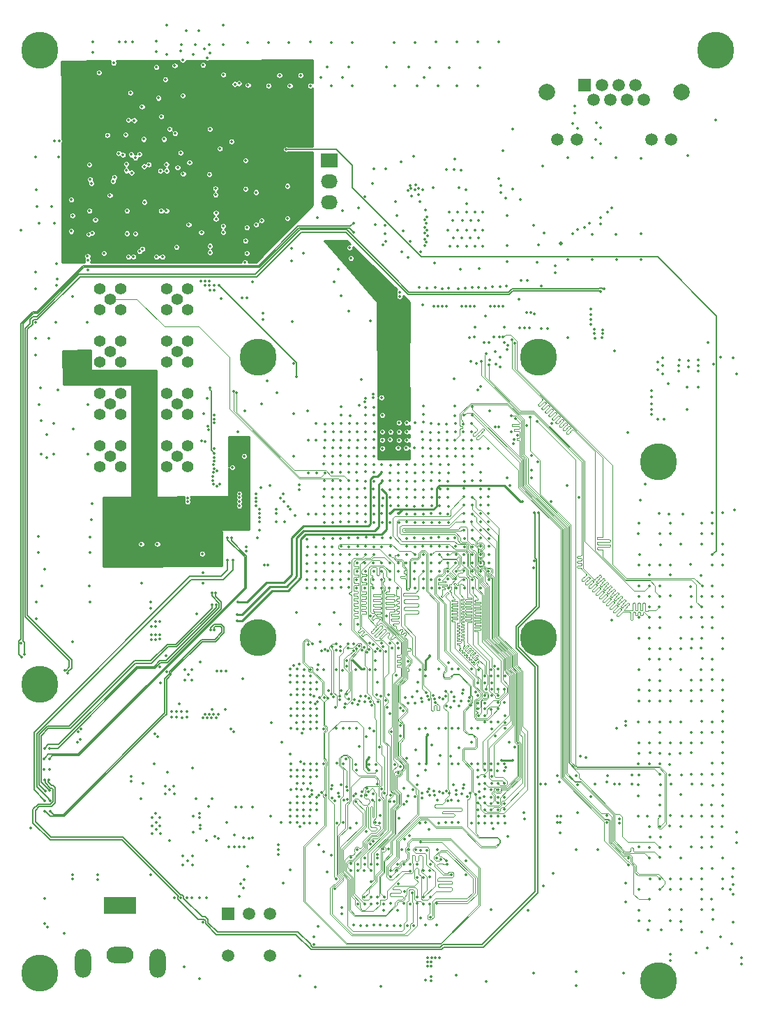
<source format=gbr>
G04 #@! TF.GenerationSoftware,KiCad,Pcbnew,5.0.0-rc3-6a2723a~65~ubuntu16.04.1*
G04 #@! TF.CreationDate,2018-11-29T22:42:40+06:00*
G04 #@! TF.ProjectId,Ki5,4B69352E6B696361645F706362000000,rev?*
G04 #@! TF.SameCoordinates,Original*
G04 #@! TF.FileFunction,Copper,L7,Inr,Mixed*
G04 #@! TF.FilePolarity,Positive*
%FSLAX46Y46*%
G04 Gerber Fmt 4.6, Leading zero omitted, Abs format (unit mm)*
G04 Created by KiCad (PCBNEW 5.0.0-rc3-6a2723a~65~ubuntu16.04.1) date Thu Nov 29 22:42:40 2018*
%MOMM*%
%LPD*%
G01*
G04 APERTURE LIST*
G04 #@! TA.AperFunction,ViaPad*
%ADD10C,1.500000*%
G04 #@! TD*
G04 #@! TA.AperFunction,ViaPad*
%ADD11C,2.000000*%
G04 #@! TD*
G04 #@! TA.AperFunction,ViaPad*
%ADD12R,1.500000X1.500000*%
G04 #@! TD*
G04 #@! TA.AperFunction,ViaPad*
%ADD13O,2.000000X3.500000*%
G04 #@! TD*
G04 #@! TA.AperFunction,ViaPad*
%ADD14O,3.300000X2.000000*%
G04 #@! TD*
G04 #@! TA.AperFunction,ViaPad*
%ADD15R,4.000000X2.000000*%
G04 #@! TD*
G04 #@! TA.AperFunction,ViaPad*
%ADD16C,1.400000*%
G04 #@! TD*
G04 #@! TA.AperFunction,ViaPad*
%ADD17R,2.030000X1.730000*%
G04 #@! TD*
G04 #@! TA.AperFunction,ViaPad*
%ADD18O,2.030000X1.730000*%
G04 #@! TD*
G04 #@! TA.AperFunction,ViaPad*
%ADD19C,4.500000*%
G04 #@! TD*
G04 #@! TA.AperFunction,ViaPad*
%ADD20C,0.355600*%
G04 #@! TD*
G04 #@! TA.AperFunction,ViaPad*
%ADD21C,0.508000*%
G04 #@! TD*
G04 #@! TA.AperFunction,Conductor*
%ADD22C,0.254000*%
G04 #@! TD*
G04 #@! TA.AperFunction,Conductor*
%ADD23C,0.127000*%
G04 #@! TD*
G04 #@! TA.AperFunction,Conductor*
%ADD24C,0.152400*%
G04 #@! TD*
G04 #@! TA.AperFunction,Conductor*
%ADD25C,0.076200*%
G04 #@! TD*
G04 APERTURE END LIST*
D10*
G04 #@! TO.N,/Ethernet/ELED1*
G04 #@! TO.C,J12*
X109480000Y-43430000D03*
G04 #@! TO.N,Net-(J12-Pad11)*
X107190000Y-43430000D03*
G04 #@! TO.N,/Ethernet/ELED0*
X98050000Y-43430000D03*
G04 #@! TO.N,Net-(J12-Pad9)*
X95760000Y-43430000D03*
D11*
G04 #@! TO.N,AGND*
X94490000Y-37720000D03*
X110750000Y-37720000D03*
D10*
G04 #@! TO.N,/Ethernet/MX1_P*
X106200000Y-38610000D03*
G04 #@! TO.N,/Ethernet/MX2_P*
X104160000Y-38610000D03*
G04 #@! TO.N,/Ethernet/MX3_N*
X102120000Y-38610000D03*
G04 #@! TO.N,/Ethernet/MX4_P*
X100080000Y-38610000D03*
G04 #@! TO.N,/Ethernet/MX1_N*
X105180000Y-36830000D03*
G04 #@! TO.N,/Ethernet/MX3_P*
X103140000Y-36830000D03*
G04 #@! TO.N,/Ethernet/MX2_N*
X101100000Y-36830000D03*
D12*
G04 #@! TO.N,/Ethernet/MX4_N*
X99060000Y-36830000D03*
G04 #@! TD*
D13*
G04 #@! TO.N,N/C*
G04 #@! TO.C,J8*
X47172000Y-143398000D03*
X38172000Y-143398000D03*
D14*
G04 #@! TO.N,AGND*
X42672000Y-142398000D03*
D15*
G04 #@! TO.N,Net-(D7-Pad2)*
X42672000Y-136398000D03*
G04 #@! TD*
D12*
G04 #@! TO.N,Net-(S4-Pad1)*
G04 #@! TO.C,S4*
X55753000Y-137414000D03*
D10*
G04 #@! TO.N,/Power.sch/PWR_ON*
X58293000Y-137414000D03*
G04 #@! TO.N,AGND*
X60833000Y-137414000D03*
G04 #@! TO.N,*
X55753000Y-142494000D03*
X60833000Y-142494000D03*
G04 #@! TD*
D16*
G04 #@! TO.N,/Freedom-U540_2/IO_PRCI_RSVD2*
G04 #@! TO.C,J3*
X41470600Y-62814200D03*
G04 #@! TO.N,AGND*
X42740600Y-64084200D03*
X42740600Y-61544200D03*
X40200600Y-61544200D03*
X40200600Y-64084200D03*
G04 #@! TD*
G04 #@! TO.N,AGND*
G04 #@! TO.C,J4*
X48303200Y-64084200D03*
X48303200Y-61544200D03*
X50843200Y-61544200D03*
X50843200Y-64084200D03*
G04 #@! TO.N,/Freedom-U540_2/IO_PRCI_RSVD13*
X49573200Y-62814200D03*
G04 #@! TD*
G04 #@! TO.N,AGND*
G04 #@! TO.C,J5*
X40200600Y-70434200D03*
X40200600Y-67894200D03*
X42740600Y-67894200D03*
X42740600Y-70434200D03*
G04 #@! TO.N,/Freedom-U540_2/IO_PRCI_RSVD14*
X41470600Y-69164200D03*
G04 #@! TD*
G04 #@! TO.N,AGND*
G04 #@! TO.C,J6*
X48303200Y-70434200D03*
X48303200Y-67894200D03*
X50843200Y-67894200D03*
X50843200Y-70434200D03*
G04 #@! TO.N,/Freedom-U540_2/IO_PRCI_RSVD15*
X49573200Y-69164200D03*
G04 #@! TD*
G04 #@! TO.N,AGND*
G04 #@! TO.C,J15*
X40200600Y-83134200D03*
X40200600Y-80594200D03*
X42740600Y-80594200D03*
X42740600Y-83134200D03*
G04 #@! TO.N,/Freedom-U540_1/IO_DDR_RSVD0*
X41470600Y-81864200D03*
G04 #@! TD*
G04 #@! TO.N,/Freedom-U540_1/IO_DDR_RSVD1*
G04 #@! TO.C,J16*
X49573200Y-81864200D03*
G04 #@! TO.N,AGND*
X50843200Y-83134200D03*
X50843200Y-80594200D03*
X48303200Y-80594200D03*
X48303200Y-83134200D03*
G04 #@! TD*
G04 #@! TO.N,/Freedom-U540_1/IO_DDR_RSVD2*
G04 #@! TO.C,J17*
X41470600Y-75514200D03*
G04 #@! TO.N,AGND*
X42740600Y-76784200D03*
X42740600Y-74244200D03*
X40200600Y-74244200D03*
X40200600Y-76784200D03*
G04 #@! TD*
G04 #@! TO.N,/Freedom-U540_1/IO_DDR_RSVD3*
G04 #@! TO.C,J18*
X49573200Y-75514200D03*
G04 #@! TO.N,AGND*
X50843200Y-76784200D03*
X50843200Y-74244200D03*
X48303200Y-74244200D03*
X48303200Y-76784200D03*
G04 #@! TD*
D17*
G04 #@! TO.N,Net-(J19-Pad1)*
G04 #@! TO.C,J19*
X68072000Y-46000000D03*
D18*
G04 #@! TO.N,+12V*
X68072000Y-48540000D03*
G04 #@! TO.N,AGND*
X68072000Y-51080000D03*
G04 #@! TD*
D19*
G04 #@! TO.N,AGND*
G04 #@! TO.C,M1*
X32897600Y-144590000D03*
G04 #@! TD*
G04 #@! TO.N,AGND*
G04 #@! TO.C,M2*
X32897600Y-32590000D03*
G04 #@! TD*
G04 #@! TO.N,AGND*
G04 #@! TO.C,M3*
X114897600Y-32590000D03*
G04 #@! TD*
G04 #@! TO.N,AGND*
G04 #@! TO.C,M4*
X107997600Y-145590000D03*
G04 #@! TD*
G04 #@! TO.N,AGND*
G04 #@! TO.C,M5*
X32897600Y-109590000D03*
G04 #@! TD*
G04 #@! TO.N,AGND*
G04 #@! TO.C,M6*
X107997600Y-82590000D03*
G04 #@! TD*
G04 #@! TO.N,N/C*
G04 #@! TO.C,*
X59411200Y-69856200D03*
G04 #@! TD*
G04 #@! TO.N,N/C*
G04 #@! TO.C,*
X93411200Y-69856200D03*
G04 #@! TD*
G04 #@! TO.N,N/C*
G04 #@! TO.C,*
X93411200Y-103856200D03*
G04 #@! TD*
G04 #@! TO.N,N/C*
G04 #@! TO.C,*
X59411200Y-103856200D03*
G04 #@! TD*
D20*
G04 #@! TO.N,+1V2*
X88519728Y-108522179D03*
X64125000Y-108550000D03*
X64125000Y-109350000D03*
X64950000Y-107775000D03*
X67350000Y-107775000D03*
X70125000Y-107375000D03*
X77600000Y-106775000D03*
X64053099Y-114221901D03*
X61032147Y-114209698D03*
X63348200Y-119200000D03*
X64150000Y-120750000D03*
X64150000Y-120000000D03*
X64950000Y-119200000D03*
X52675000Y-113600000D03*
X53175000Y-113600000D03*
X53700000Y-113600000D03*
X54275000Y-113600000D03*
X52975000Y-113200000D03*
X53450000Y-113200000D03*
X53950000Y-113200000D03*
X54550000Y-113200000D03*
X89382600Y-114909600D03*
X87731600Y-114960400D03*
X85293200Y-114935000D03*
X88493600Y-114122200D03*
X83743800Y-117246400D03*
X80518000Y-116972198D03*
X79730600Y-114935000D03*
X76682600Y-115874800D03*
X87706200Y-119202200D03*
X88468200Y-120040400D03*
X89484200Y-119634000D03*
X81508600Y-118186200D03*
X82905800Y-119227600D03*
X85293200Y-119206800D03*
X86106000Y-120015000D03*
X72644000Y-138836400D03*
X75057000Y-138836400D03*
X76682600Y-138836400D03*
X79730600Y-138811000D03*
X69545200Y-137388600D03*
X71475600Y-136220200D03*
X73888600Y-136194800D03*
X67792600Y-132384800D03*
X72288400Y-132207000D03*
X72313800Y-130632200D03*
X74574400Y-129590800D03*
X77724000Y-129667000D03*
X81051400Y-130632200D03*
X64109600Y-125603000D03*
X64947800Y-126390400D03*
X66802000Y-129032000D03*
X66522600Y-124790200D03*
X69697600Y-126365000D03*
X73657406Y-126311591D03*
X72517000Y-127431800D03*
X77749400Y-127914400D03*
X66545460Y-109334300D03*
X64889380Y-114983260D03*
X67348100Y-119209820D03*
X70050660Y-118597680D03*
X72880220Y-119278401D03*
X69717920Y-114942620D03*
X67315080Y-114970560D03*
X73443500Y-115248135D03*
X72519540Y-115879880D03*
X64912240Y-112544860D03*
X66520060Y-114150140D03*
X64145160Y-113370360D03*
X66540380Y-119999760D03*
X64681100Y-122318780D03*
X64907160Y-123964700D03*
X64119760Y-124785120D03*
X62166500Y-126365000D03*
X71480680Y-131414520D03*
X73911460Y-131437380D03*
X87746840Y-126413260D03*
X85341460Y-126400560D03*
X89329260Y-126382780D03*
X91691460Y-125140720D03*
X86131400Y-125592840D03*
X88503760Y-125559820D03*
X86088220Y-124810520D03*
X88511380Y-124787660D03*
X87680800Y-123271280D03*
X82895440Y-126372620D03*
X79730600Y-126372620D03*
X87721440Y-121569480D03*
X85344000Y-107741720D03*
X87690960Y-107787440D03*
X64940180Y-110804960D03*
X82897980Y-114922300D03*
X82892900Y-107703620D03*
X79722980Y-119994680D03*
X76014582Y-119326660D03*
X63275000Y-107700000D03*
X66540371Y-113370360D03*
X79740000Y-108560000D03*
X72970000Y-107810000D03*
X73600000Y-105590000D03*
X75539569Y-115290600D03*
X76682569Y-119555260D03*
X87725011Y-110142020D03*
G04 #@! TO.N,VD*
X70133673Y-106648342D03*
X47500000Y-107475000D03*
X82143600Y-114909600D03*
X82804000Y-118313200D03*
X77546200Y-138836400D03*
X70482460Y-114917220D03*
X82138520Y-126359920D03*
X82499200Y-106913680D03*
X90558620Y-117213380D03*
X70538340Y-127027940D03*
X77152500Y-128384300D03*
G04 #@! TO.N,VDD_DDR_VPP_N*
X64100000Y-107725000D03*
X70918500Y-106702380D03*
X79743800Y-107809591D03*
X62275000Y-116575000D03*
X88112600Y-107340400D03*
X80010000Y-115697000D03*
X77419200Y-118516400D03*
X71831200Y-138836400D03*
X79883000Y-129692400D03*
X64721740Y-115531900D03*
X72918320Y-114937540D03*
X88531700Y-126387860D03*
X80124300Y-127220980D03*
X79763620Y-119217440D03*
X64500000Y-126860000D03*
X80264053Y-106139053D03*
X72880000Y-119950000D03*
X72294819Y-107706000D03*
X72880221Y-118430000D03*
X88967700Y-118757700D03*
X90330000Y-118760000D03*
X87670000Y-136950000D03*
X74160000Y-126397900D03*
G04 #@! TO.N,+3V3*
X48323500Y-29591000D03*
X55181500Y-29591000D03*
X47525000Y-109400000D03*
X48275000Y-108075000D03*
X47040800Y-57683400D03*
X39014400Y-48285400D03*
X41935400Y-48006000D03*
X54279800Y-53086000D03*
X95681800Y-125552200D03*
X96113600Y-125552200D03*
X96088200Y-127635000D03*
X101727000Y-125526800D03*
X103251000Y-125882400D03*
X106654600Y-125552200D03*
X46370240Y-99560380D03*
X73240000Y-48760000D03*
X54220000Y-50160000D03*
X39260000Y-54790000D03*
X48300000Y-47230000D03*
X47510000Y-47230000D03*
X41080000Y-42910000D03*
X45295737Y-39435737D03*
X47310000Y-38400000D03*
X39630000Y-53210000D03*
X53560000Y-56360000D03*
X54040000Y-61750000D03*
X52260000Y-145260000D03*
X54550000Y-128320000D03*
X56720000Y-124470000D03*
X57330000Y-124470000D03*
X58700000Y-124459998D03*
X46450000Y-103570000D03*
X46970000Y-103580000D03*
X46460000Y-104110000D03*
X46970000Y-104110000D03*
X46430000Y-102500000D03*
X46960000Y-102500000D03*
X46960000Y-101950000D03*
X47420000Y-101940000D03*
X47450000Y-103570000D03*
X47450000Y-104100000D03*
X54040000Y-61110000D03*
X53500000Y-61120000D03*
X53520000Y-61760000D03*
X52960000Y-61120000D03*
X52960000Y-60610000D03*
X53510000Y-60610000D03*
X52420000Y-60600000D03*
X110880000Y-125530000D03*
G04 #@! TO.N,VAA*
X52400000Y-106875000D03*
X57513220Y-108849160D03*
X66880000Y-102300000D03*
X69370000Y-102300000D03*
X71477900Y-102270000D03*
G04 #@! TO.N,VCCQ*
X72415400Y-92837000D03*
X74379600Y-92887800D03*
X71488202Y-91769225D03*
X73430573Y-91742027D03*
X75476002Y-91795600D03*
X78331198Y-91795600D03*
X80399045Y-91784328D03*
X82399547Y-91832312D03*
X79400400Y-92837000D03*
X81381600Y-92837000D03*
X77393800Y-92837000D03*
X48870000Y-112910000D03*
X48890000Y-113570000D03*
X50740000Y-112890000D03*
X49500000Y-113530000D03*
X49490000Y-112910000D03*
X50110000Y-112910000D03*
X50760000Y-113580000D03*
X50150000Y-113600000D03*
G04 #@! TO.N,VDDA*
X44272200Y-57658000D03*
X55143400Y-53949600D03*
X55143400Y-53949600D03*
X43644562Y-41086912D03*
X51060000Y-46210000D03*
X50970000Y-53777500D03*
X44480000Y-54860000D03*
X44490000Y-45670000D03*
G04 #@! TO.N,Net-(C111-Pad2)*
X44196000Y-31559500D03*
G04 #@! TO.N,+5V*
X47000000Y-126300000D03*
X46550000Y-126775000D03*
X47500000Y-126775000D03*
X47025000Y-127200000D03*
X46550000Y-127725000D03*
X47525000Y-127725000D03*
X46525000Y-125750000D03*
X47475000Y-125750000D03*
X111455194Y-73507600D03*
X52325000Y-125250000D03*
X52325000Y-125750000D03*
X46975000Y-125200000D03*
X48425000Y-120250000D03*
X57708800Y-133273800D03*
X57302400Y-133807200D03*
X57632600Y-134289800D03*
X33970000Y-67590000D03*
X46320000Y-132680000D03*
X48680000Y-128520000D03*
X36850000Y-132660000D03*
X36870000Y-133220000D03*
X39900000Y-132660000D03*
X39900000Y-133280000D03*
X81440000Y-142750000D03*
X80930000Y-142750000D03*
X80440000Y-142750000D03*
X80430000Y-143230000D03*
X80430000Y-143800000D03*
X79970000Y-142750000D03*
X79970000Y-143240000D03*
X79970000Y-143790000D03*
X93730000Y-61190194D03*
G04 #@! TO.N,+12V*
X115824000Y-133159500D03*
X115760500Y-134366000D03*
X107124500Y-73914000D03*
X107124500Y-74676000D03*
X107124500Y-75565000D03*
X107124500Y-76200000D03*
X107124500Y-76835000D03*
X109220000Y-73076950D03*
X107950000Y-77406500D03*
X108648500Y-77406500D03*
X49250000Y-135500000D03*
X50025000Y-135475004D03*
X50775000Y-135475000D03*
X51375000Y-135475000D03*
X52275000Y-135450000D03*
X53100000Y-135450002D03*
X116992400Y-132943600D03*
X116725700Y-134493000D03*
X32410000Y-67590000D03*
X32410000Y-69580000D03*
G04 #@! TO.N,VDD_GIVDD_P*
X57721500Y-34671000D03*
X60198000Y-34671000D03*
X62738000Y-34671000D03*
X65278000Y-34671000D03*
X67818000Y-34671000D03*
X70421500Y-34671000D03*
X74993500Y-34607500D03*
X77660500Y-34671000D03*
X80200500Y-34734500D03*
X82613500Y-34734500D03*
X86296500Y-34734500D03*
X86253282Y-59085599D03*
X83934541Y-59227045D03*
X92100400Y-60553600D03*
X95504000Y-58775600D03*
X91059000Y-62801500D03*
X55854600Y-129311400D03*
X56515000Y-129311396D03*
X57073800Y-129336800D03*
X57708800Y-129336800D03*
X47599600Y-51333400D03*
X48234600Y-51333400D03*
X43484800Y-51333400D03*
X38938200Y-51333400D03*
X95961200Y-121437400D03*
X101752400Y-121437400D03*
X104800400Y-121716800D03*
X66141600Y-140208000D03*
X66649600Y-138988800D03*
X55709820Y-91775280D03*
X55684412Y-94513977D03*
X54168040Y-93433900D03*
X54168040Y-92844620D03*
X56616600Y-81881980D03*
X63290000Y-132050000D03*
X79840000Y-55910000D03*
X79589367Y-54137900D03*
X74860000Y-55830000D03*
X74840000Y-54860000D03*
X74820000Y-53900000D03*
X79710000Y-51980000D03*
X59980000Y-64540000D03*
X38790000Y-55760000D03*
X79080000Y-50950000D03*
X57432100Y-54460000D03*
X72380000Y-50400000D03*
X57690000Y-79898240D03*
X41000000Y-87160000D03*
X40990000Y-89570000D03*
X38800000Y-69590000D03*
X54560000Y-90800000D03*
X70980000Y-53600000D03*
X69640000Y-52100000D03*
X30665806Y-106278718D03*
X33380000Y-119860000D03*
X33370000Y-118600000D03*
X33520000Y-123670000D03*
X95250000Y-132530000D03*
X59150000Y-45980000D03*
X40030000Y-57210000D03*
X58020000Y-62660000D03*
X64900000Y-57250000D03*
X77630000Y-57770000D03*
X63720000Y-53010000D03*
X63720000Y-52490000D03*
X63710000Y-51990000D03*
X63710000Y-51500000D03*
X63710000Y-50990000D03*
X64480000Y-50980000D03*
X64480000Y-51510000D03*
X64480000Y-52000000D03*
X64480000Y-52500000D03*
X40120000Y-71760000D03*
X40590000Y-71770000D03*
X41060000Y-71780000D03*
X41530000Y-71780000D03*
X42000000Y-71780000D03*
X42480000Y-71790000D03*
X42950000Y-71790000D03*
X43430000Y-71790000D03*
X105570000Y-119210000D03*
X105570000Y-123120000D03*
X108050000Y-88840000D03*
G04 #@! TO.N,VDD_DDRPLL_N*
X76403200Y-88849200D03*
X75412600Y-88849200D03*
X91520000Y-87400000D03*
X92941989Y-88739842D03*
X33994000Y-121170000D03*
G04 #@! TO.N,AVDD_DDRPLL_N*
X74433452Y-84880703D03*
X54282309Y-99948242D03*
X56893460Y-101117400D03*
X34080000Y-122480000D03*
G04 #@! TO.N,VDD_GIVDD_N*
X73456800Y-86893400D03*
X56321960Y-94515940D03*
X57967880Y-93395800D03*
X34129603Y-123670000D03*
G04 #@! TO.N,VDD_GEMGXLPLL_N*
X74448376Y-85923001D03*
X54089303Y-102984300D03*
X56896000Y-101828600D03*
X34130000Y-124940000D03*
G04 #@! TO.N,VDD_IO_N*
X74396600Y-81838800D03*
X75514200Y-81889600D03*
X76377800Y-81838800D03*
X77470000Y-81889600D03*
X69870000Y-56100000D03*
X70990000Y-54711600D03*
X31030000Y-105950000D03*
X34080000Y-119860000D03*
G04 #@! TO.N,VMEM*
X51400000Y-119725000D03*
X46800000Y-119200000D03*
G04 #@! TO.N,AVDD_DDRPLL_P*
X53774340Y-99954080D03*
X53776880Y-98437700D03*
X53657500Y-102984300D03*
X33530921Y-122487698D03*
X33446199Y-117320000D03*
X33530000Y-124940000D03*
G04 #@! TO.N,/Power.sch/PWR_ON*
X57075000Y-135300000D03*
G04 #@! TO.N,VDD_DDRPLL_P*
X94930000Y-87360000D03*
X93450000Y-88750002D03*
X102680000Y-69140000D03*
X33486000Y-121170000D03*
G04 #@! TO.N,+3.3VA*
X97980500Y-144442298D03*
G04 #@! TO.N,+1V0*
X80804680Y-58449192D03*
X89611200Y-58267600D03*
G04 #@! TO.N,Net-(C181-Pad1)*
X89662000Y-56286400D03*
X89598500Y-52705000D03*
X88836500Y-49847500D03*
G04 #@! TO.N,+2V5*
X83756510Y-49311696D03*
X79375000Y-49562902D03*
X78422500Y-49530000D03*
X77597000Y-49593500D03*
X88880073Y-49060341D03*
X77870000Y-48990000D03*
X78570000Y-48980000D03*
X77980000Y-49380000D03*
X78890000Y-49340000D03*
X78020000Y-50320000D03*
G04 #@! TO.N,Net-(C193-Pad1)*
X91236800Y-50698400D03*
X94145234Y-54808128D03*
X89476698Y-50572100D03*
G04 #@! TO.N,/Ethernet/P0_D2_N*
X100965000Y-52898040D03*
G04 #@! TO.N,Net-(C200-Pad2)*
X99923600Y-54965600D03*
G04 #@! TO.N,Net-(C201-Pad2)*
X102870000Y-54965600D03*
G04 #@! TO.N,Net-(C202-Pad2)*
X105867200Y-54914800D03*
G04 #@! TO.N,VDD_OTP_N*
X71374000Y-83820000D03*
X56141572Y-91768739D03*
X57975500Y-92900500D03*
X34070000Y-118600000D03*
G04 #@! TO.N,VDD_COREPLL_N*
X74423536Y-83799712D03*
X54208683Y-98437700D03*
X56898540Y-99588320D03*
X34070000Y-117320000D03*
G04 #@! TO.N,Net-(C220-Pad2)*
X114699164Y-70711705D03*
X117030500Y-69977000D03*
G04 #@! TO.N,RESET_N*
X67437000Y-80873600D03*
X52959000Y-80131920D03*
X54770000Y-44550000D03*
X40680000Y-57240000D03*
X33740000Y-82020000D03*
X32510000Y-99590000D03*
G04 #@! TO.N,VDD*
X83280917Y-77008346D03*
X79450783Y-96790484D03*
X69418200Y-95885000D03*
X83362800Y-92811600D03*
X72440800Y-89865200D03*
X74472800Y-89916000D03*
X76511836Y-89912319D03*
X78449451Y-89889164D03*
X80467200Y-89916000D03*
X82473800Y-89916000D03*
X81506709Y-88854926D03*
X79425800Y-88874600D03*
X77419200Y-88874600D03*
X73431400Y-88874600D03*
X71399400Y-88849200D03*
X66395600Y-88900000D03*
X72415400Y-87858600D03*
X74429729Y-87888163D03*
X76428600Y-87884000D03*
X79425800Y-86918800D03*
X78383356Y-87950884D03*
X80492600Y-87934800D03*
X82511802Y-87960200D03*
X81432400Y-86893400D03*
X77444600Y-86893400D03*
X75438000Y-86893400D03*
X71424800Y-86868000D03*
X72364600Y-85801200D03*
X76454000Y-85902800D03*
X78476228Y-85972471D03*
X80467200Y-85902800D03*
X82397600Y-85826600D03*
X81432400Y-84886800D03*
X79425800Y-84886800D03*
X77470000Y-84912200D03*
X75412600Y-84861400D03*
X66497200Y-83947000D03*
X72476434Y-83757289D03*
X76454000Y-83896200D03*
X78460600Y-83896200D03*
X80441800Y-83870800D03*
X82486402Y-83921600D03*
X81483200Y-82905600D03*
X79425800Y-82880200D03*
X73431400Y-82880200D03*
X71399400Y-82854800D03*
X72415400Y-81864200D03*
X79375000Y-81889600D03*
X81356200Y-81915000D03*
X86319634Y-80912204D03*
X69443600Y-76885800D03*
X74472800Y-76911200D03*
X79468980Y-76796900D03*
X66456560Y-79903320D03*
X100190000Y-66480000D03*
X101200000Y-67020000D03*
X101190000Y-66530000D03*
X100230000Y-67020000D03*
X100270000Y-67560000D03*
X101150000Y-67530000D03*
X99760000Y-64040000D03*
X99740000Y-64690000D03*
X99790000Y-65320000D03*
X99790000Y-65870000D03*
X112840000Y-73460000D03*
G04 #@! TO.N,DDR_CLK_P*
X75448160Y-132971540D03*
X67830700Y-111302800D03*
X67571620Y-123019820D03*
X85158580Y-122801380D03*
X85053618Y-111145574D03*
X73030000Y-128930000D03*
X75420940Y-93924617D03*
X65516560Y-104729379D03*
G04 #@! TO.N,DDR_CLK_N*
X75460860Y-132176520D03*
X66837560Y-111185960D03*
X67073955Y-122681345D03*
X85788500Y-122920760D03*
X85260000Y-112150000D03*
X76410000Y-93900000D03*
X66040000Y-104691702D03*
G04 #@! TO.N,+3.3VP*
X116915452Y-141076904D03*
X113212748Y-129406075D03*
G04 #@! TO.N,Net-(D1-Pad2)*
X50106462Y-31892869D03*
G04 #@! TO.N,Net-(D1-Pad1)*
X50027887Y-32676341D03*
G04 #@! TO.N,Net-(D2-Pad2)*
X50652562Y-30209598D03*
G04 #@! TO.N,Net-(D2-Pad1)*
X50228500Y-33782000D03*
G04 #@! TO.N,Net-(D3-Pad1)*
X52852901Y-32429195D03*
G04 #@! TO.N,Net-(D3-Pad2)*
X52197000Y-30209598D03*
G04 #@! TO.N,Net-(D4-Pad1)*
X53512886Y-32976016D03*
G04 #@! TO.N,Net-(D4-Pad2)*
X53482792Y-31956714D03*
G04 #@! TO.N,/Freedom-U540_2/SD_CD*
X94043500Y-134048500D03*
X66461863Y-77881077D03*
X64050000Y-72200000D03*
X32850200Y-53600000D03*
X54650510Y-61102948D03*
X30650000Y-54480000D03*
G04 #@! TO.N,/Ethernet/P0_D2_P*
X100965000Y-53654960D03*
G04 #@! TO.N,/Ethernet/P0_D1_N*
X99581612Y-53580388D03*
G04 #@! TO.N,/Ethernet/P0_D1_P*
X99046388Y-54115612D03*
G04 #@! TO.N,/Ethernet/P0_D0_N*
X98146774Y-54349423D03*
G04 #@! TO.N,/Ethernet/P0_D0_P*
X97611550Y-54884647D03*
G04 #@! TO.N,/Ethernet/COL*
X89559483Y-61261276D03*
G04 #@! TO.N,/Ethernet/CRS*
X88776854Y-61347844D03*
G04 #@! TO.N,/Ethernet/RXD7*
X87818664Y-61344318D03*
G04 #@! TO.N,/Ethernet/RXD6*
X86988476Y-61452009D03*
G04 #@! TO.N,/Ethernet/RXD5*
X86153516Y-61421951D03*
G04 #@! TO.N,/Ethernet/RXD4*
X85366256Y-61407031D03*
G04 #@! TO.N,/Ethernet/RXD3*
X84522487Y-61478496D03*
G04 #@! TO.N,/Ethernet/RXD2*
X83653503Y-61521356D03*
G04 #@! TO.N,/Ethernet/RXD1*
X82499200Y-61468000D03*
G04 #@! TO.N,/Ethernet/RXD0*
X81715032Y-61539288D03*
G04 #@! TO.N,/Ethernet/RX_DV*
X80908452Y-61384282D03*
G04 #@! TO.N,/Ethernet/RX_ER*
X79884486Y-61443258D03*
G04 #@! TO.N,/Ethernet/RX_CLK*
X78957430Y-61428172D03*
G04 #@! TO.N,GEMGXL_TX_EN*
X59331860Y-91800680D03*
X76550000Y-61960000D03*
G04 #@! TO.N,GEMGXL_TX_ER*
X59578240Y-90853260D03*
X76557404Y-62469504D03*
G04 #@! TO.N,/Ethernet/TX_CLK*
X79146400Y-57099200D03*
G04 #@! TO.N,GEMGXL_GTX_CLK*
X69367400Y-85852000D03*
X71900000Y-72547900D03*
G04 #@! TO.N,GEMGXL_TXD0*
X57104280Y-86423500D03*
X79615904Y-56279099D03*
G04 #@! TO.N,GEMGXL_TXD1*
X57104280Y-86916260D03*
X79600480Y-55550719D03*
G04 #@! TO.N,GEMGXL_TXD2*
X57111900Y-87419180D03*
X79930000Y-55160000D03*
G04 #@! TO.N,GEMGXL_TXD3*
X57111900Y-87922100D03*
X79630000Y-54820000D03*
G04 #@! TO.N,GEMGXL_TXD4*
X59578240Y-88338660D03*
X79920000Y-54430000D03*
G04 #@! TO.N,GEMGXL_TXD5*
X59580780Y-88841580D03*
X79835398Y-53606700D03*
G04 #@! TO.N,GEMGXL_TXD6*
X59580780Y-89339420D03*
X79590000Y-53190000D03*
G04 #@! TO.N,GEMGXL_TXD7*
X59575700Y-89839800D03*
X79860000Y-52830000D03*
G04 #@! TO.N,GEMGXL_MDC*
X54366160Y-85506560D03*
X77823776Y-55842819D03*
X74510000Y-56230000D03*
G04 #@! TO.N,GEMGXL_MDIO*
X67411600Y-85852000D03*
X54716680Y-85247480D03*
X76974064Y-54554064D03*
G04 #@! TO.N,/Ethernet/GEMGXL_RST_2V5*
X78910000Y-50130000D03*
G04 #@! TO.N,/Ethernet/CLKOUT*
X80641200Y-49260000D03*
G04 #@! TO.N,/Ethernet/ELED1*
X84620917Y-49548286D03*
G04 #@! TO.N,/Ethernet/ELED0*
X84686840Y-51216355D03*
X93916500Y-46672500D03*
G04 #@! TO.N,PWR_BTN_N*
X32510000Y-101590000D03*
X43980000Y-120710000D03*
G04 #@! TO.N,UART0_TX*
X84455000Y-84912200D03*
X58010000Y-57250000D03*
X69122500Y-59150000D03*
X86380000Y-73410000D03*
X38960000Y-99590000D03*
G04 #@! TO.N,UART0_RX*
X84404200Y-83870800D03*
X58720000Y-60690000D03*
X68610000Y-60690000D03*
X86080000Y-73830000D03*
X38930000Y-97590000D03*
G04 #@! TO.N,/Freedom-U540_2/QSPI1_SCK_R*
X34830000Y-65660000D03*
X33150000Y-97590000D03*
G04 #@! TO.N,/Freedom-U540_2/QSPI1_DQ1_R*
X34980000Y-60390000D03*
X33490000Y-95600000D03*
G04 #@! TO.N,/Freedom-U540_2/UART1_TX*
X86385400Y-83820000D03*
X39010000Y-93580000D03*
G04 #@! TO.N,/Freedom-U540_2/QSPI1_CS0_R*
X38710000Y-58090000D03*
X32710000Y-93590000D03*
G04 #@! TO.N,/Freedom-U540_2/UART1_RX*
X86410800Y-84861400D03*
X38990000Y-91670000D03*
G04 #@! TO.N,/Freedom-U540_2/QSPI1_DQ0_R*
X34960000Y-61140000D03*
X32690000Y-91590000D03*
G04 #@! TO.N,/Freedom-U540_2/I2C0_SCL*
X39141400Y-89585800D03*
X85420200Y-84861400D03*
G04 #@! TO.N,/Freedom-U540_2/I2C0_SDA*
X39217600Y-87604600D03*
X84353400Y-85801200D03*
G04 #@! TO.N,/Freedom-U540_2/GPIO0*
X70434200Y-80873600D03*
X38745160Y-81594960D03*
X34620000Y-81590000D03*
G04 #@! TO.N,/Freedom-U540_2/GPIO1*
X53177516Y-74886744D03*
X33060000Y-81590000D03*
G04 #@! TO.N,/Freedom-U540_2/GPIO4*
X69469000Y-79908400D03*
X36921440Y-78605380D03*
G04 #@! TO.N,/Freedom-U540_2/GPIO5*
X68478400Y-77927200D03*
X33082283Y-77590703D03*
G04 #@! TO.N,/Freedom-U540_2/GPIO6*
X69469000Y-77901800D03*
X38704520Y-75582780D03*
G04 #@! TO.N,/Freedom-U540_2/GPIO7*
X67513200Y-77952600D03*
X32790183Y-75582780D03*
G04 #@! TO.N,/Freedom-U540_2/GPIO8*
X68503800Y-78943200D03*
X34625280Y-77894180D03*
X35090000Y-73870000D03*
G04 #@! TO.N,/Freedom-U540_2/GPIO9*
X52800000Y-76760000D03*
X32970000Y-73590000D03*
G04 #@! TO.N,/Freedom-U540_2/GPIO15*
X71424800Y-80873600D03*
X54061360Y-81528920D03*
X53580000Y-73606660D03*
G04 #@! TO.N,/Freedom-U540_2/PWM0_0*
X48133000Y-36131500D03*
X34671000Y-43586400D03*
X71450200Y-78892400D03*
X51520000Y-33140000D03*
G04 #@! TO.N,/Freedom-U540_2/PWM0_2*
X55181500Y-35560000D03*
X35229800Y-43586400D03*
X70485000Y-77927200D03*
G04 #@! TO.N,/Freedom-U540_2/PWM0_1*
X48323500Y-33083500D03*
X32359600Y-45593000D03*
X70530602Y-76962000D03*
G04 #@! TO.N,/Freedom-U540_2/PWM0_3*
X43878500Y-37782500D03*
X35204400Y-45593000D03*
X71450200Y-77901800D03*
X53200587Y-33523232D03*
G04 #@! TO.N,GEMGXL_RST*
X57760000Y-76360000D03*
X69440000Y-62420000D03*
G04 #@! TO.N,FASTLINK_FAIL*
X69494400Y-78917800D03*
X53258720Y-78265020D03*
X56150000Y-43670000D03*
X32450000Y-49560000D03*
G04 #@! TO.N,/Freedom-U540_2/EN_VDD_SD*
X59778900Y-75524360D03*
X32520000Y-51590000D03*
G04 #@! TO.N,/Freedom-U540_2/QSPI1_CS1_R*
X34330000Y-51580000D03*
X36710000Y-50750000D03*
G04 #@! TO.N,/Freedom-U540_2/QSPI1_CS2_R*
X34670000Y-53590000D03*
X36850000Y-52680000D03*
G04 #@! TO.N,/Freedom-U540_2/QSPI1_CS3_R*
X34950000Y-58520000D03*
X36720000Y-54570000D03*
G04 #@! TO.N,/Freedom-U540_2/PWM1_1*
X72466200Y-80899000D03*
X60530000Y-72760000D03*
X32380000Y-59570000D03*
G04 #@! TO.N,/Freedom-U540_2/PWM1_2*
X71501000Y-79933800D03*
X52534820Y-80027780D03*
X38720000Y-59282500D03*
G04 #@! TO.N,/Freedom-U540_2/PWM1_3*
X70459600Y-78917800D03*
X61710000Y-74150000D03*
X36910000Y-62520000D03*
G04 #@! TO.N,/Freedom-U540_2/IO_PRCI_RSVD2*
X69418200Y-84886800D03*
G04 #@! TO.N,/Freedom-U540_2/IO_PRCI_RSVD13*
X70408800Y-83845400D03*
G04 #@! TO.N,/Freedom-U540_2/IO_PRCI_RSVD14*
X70434200Y-84861400D03*
X56800000Y-74160000D03*
G04 #@! TO.N,/Freedom-U540_2/IO_PRCI_RSVD15*
X67513200Y-83947000D03*
X56390832Y-73989846D03*
G04 #@! TO.N,PG_1V8*
X117250000Y-88400000D03*
X58115200Y-131673600D03*
G04 #@! TO.N,CHIPLINK_RX_CLK*
X95060000Y-77920000D03*
X105760000Y-87200000D03*
G04 #@! TO.N,CHIPLINK_TX_DAT0*
X88240000Y-70710000D03*
X108140000Y-95050000D03*
G04 #@! TO.N,CHIPLINK_TX_DAT1*
X88740000Y-69900000D03*
X109430000Y-96300000D03*
G04 #@! TO.N,CHIPLINK_TX_DAT6*
X90190000Y-67720000D03*
X108140000Y-98880000D03*
G04 #@! TO.N,CHIPLINK_TX_DAT7*
X87060000Y-69450000D03*
X108120000Y-100130000D03*
G04 #@! TO.N,CHIPLINK_TX_DAT16*
X85680000Y-67430000D03*
X108153241Y-102676759D03*
G04 #@! TO.N,CHIPLINK_TX_DAT17*
X87416743Y-68091080D03*
X109420000Y-105240000D03*
G04 #@! TO.N,CHIPLINK_TX_DAT24*
X93810000Y-66390000D03*
X109430000Y-106480000D03*
G04 #@! TO.N,CHIPLINK_TX_DAT25*
X89600000Y-68970000D03*
X108130000Y-107770000D03*
G04 #@! TO.N,CHIPLINK_TX_SEND*
X85080000Y-67450000D03*
X85876546Y-70663454D03*
X108170000Y-110350000D03*
G04 #@! TO.N,CHIPLINK_TX_RST*
X85180000Y-70380000D03*
X108190000Y-111560000D03*
G04 #@! TO.N,CHIPLINK_RX_RST*
X79375000Y-80899000D03*
X109410000Y-134470000D03*
G04 #@! TO.N,CHIPLINK_RX_SEND*
X84353400Y-76911200D03*
X108160000Y-133210000D03*
G04 #@! TO.N,CHIPLINK_RX_DAT29*
X90144600Y-76936600D03*
X108160000Y-130580000D03*
G04 #@! TO.N,CHIPLINK_RX_DAT28*
X84328000Y-77952600D03*
X108140000Y-129360000D03*
G04 #@! TO.N,CHIPLINK_RX_DAT25*
X83337400Y-77927200D03*
X92400000Y-77140000D03*
X108190000Y-126810000D03*
G04 #@! TO.N,CHIPLINK_RX_DAT24*
X80340200Y-80924400D03*
X109390000Y-126780000D03*
G04 #@! TO.N,CHIPLINK_RX_DAT17*
X80340200Y-79933800D03*
X108190000Y-122990000D03*
G04 #@! TO.N,CHIPLINK_RX_DAT16*
X83337400Y-80924400D03*
X102940000Y-114870000D03*
X108210000Y-121790000D03*
G04 #@! TO.N,CHIPLINK_RX_DAT11*
X109372400Y-119278400D03*
X84328000Y-78943200D03*
X91990000Y-78190000D03*
G04 #@! TO.N,CHIPLINK_RX_DAT10*
X109347000Y-118033800D03*
X85318600Y-78943200D03*
X104040000Y-114070000D03*
X108170000Y-117940000D03*
G04 #@! TO.N,CHIPLINK_RX_DAT7*
X85318600Y-80949800D03*
X108130000Y-116650000D03*
G04 #@! TO.N,CHIPLINK_RX_DAT6*
X108153200Y-115392200D03*
X85293200Y-79947890D03*
G04 #@! TO.N,CHIPLINK_RX_DAT4*
X84353400Y-81915000D03*
X106910000Y-116700000D03*
G04 #@! TO.N,CHIPLINK_RX_DAT5*
X104040000Y-114570000D03*
X84302600Y-79947890D03*
X106960000Y-117880000D03*
G04 #@! TO.N,CHIPLINK_RX_DAT8*
X90144600Y-78917800D03*
X106900000Y-119227540D03*
G04 #@! TO.N,CHIPLINK_RX_DAT9*
X83312000Y-79933800D03*
X108180000Y-120510000D03*
G04 #@! TO.N,CHIPLINK_RX_DAT14*
X82346800Y-79933800D03*
X108140000Y-124250000D03*
G04 #@! TO.N,CHIPLINK_RX_DAT15*
X83337400Y-78917800D03*
X93240000Y-77620000D03*
X108200000Y-125570000D03*
G04 #@! TO.N,CHIPLINK_RX_DAT22*
X88214200Y-78333600D03*
X98500000Y-118250000D03*
X108230000Y-128120000D03*
G04 #@! TO.N,CHIPLINK_RX_DAT23*
X88645162Y-78306665D03*
X106940000Y-128130000D03*
X99160000Y-118420000D03*
G04 #@! TO.N,CHIPLINK_RX_DAT26*
X90652600Y-77292200D03*
X106880000Y-130610000D03*
G04 #@! TO.N,CHIPLINK_RX_DAT27*
X85344000Y-77927200D03*
X104330000Y-131470000D03*
G04 #@! TO.N,CHIPLINK_RX_DAT30*
X85369400Y-75895200D03*
X108160000Y-134450000D03*
G04 #@! TO.N,CHIPLINK_RX_DAT31*
X85369400Y-76885800D03*
X106870000Y-135660000D03*
G04 #@! TO.N,CHIPLINK_TX_DAT31*
X87010000Y-64880000D03*
X92820000Y-95460000D03*
G04 #@! TO.N,CHIPLINK_TX_DAT30*
X92950000Y-64650000D03*
X102362100Y-101750000D03*
X106890000Y-111590000D03*
G04 #@! TO.N,CHIPLINK_TX_DAT23*
X91700000Y-66320000D03*
X106910000Y-109070000D03*
G04 #@! TO.N,CHIPLINK_TX_DAT22*
X85688648Y-66185370D03*
X108140000Y-109130000D03*
G04 #@! TO.N,CHIPLINK_TX_DAT15*
X91150000Y-66330000D03*
X106870000Y-105240000D03*
G04 #@! TO.N,CHIPLINK_TX_DAT14*
X88710000Y-67437499D03*
X106930000Y-103940000D03*
G04 #@! TO.N,CHIPLINK_TX_DAT9*
X106900000Y-101450000D03*
X86490000Y-70340000D03*
G04 #@! TO.N,CHIPLINK_TX_DAT8*
X86810000Y-68091080D03*
X106870000Y-100210000D03*
G04 #@! TO.N,CHIPLINK_TX_DAT5*
X106900000Y-97640000D03*
X87429998Y-70760000D03*
G04 #@! TO.N,CHIPLINK_TX_DAT4*
X88747900Y-71010000D03*
X106890000Y-96310000D03*
G04 #@! TO.N,Net-(J9-PadH5)*
X114525000Y-93850000D03*
X62820000Y-44640000D03*
G04 #@! TO.N,CHIPLINK_TX_DAT2*
X89150000Y-67430000D03*
X113310000Y-97660000D03*
G04 #@! TO.N,CHIPLINK_TX_DAT3*
X88200000Y-69220000D03*
X111980000Y-98860000D03*
G04 #@! TO.N,CHIPLINK_TX_DAT10*
X111975000Y-101425000D03*
X89310000Y-68072500D03*
G04 #@! TO.N,CHIPLINK_TX_DAT11*
X113290000Y-102630000D03*
X87470000Y-70210002D03*
G04 #@! TO.N,CHIPLINK_TX_DAT18*
X89312662Y-66185370D03*
X112000000Y-105140000D03*
G04 #@! TO.N,CHIPLINK_TX_DAT19*
X94560000Y-66360000D03*
X113300000Y-106460000D03*
G04 #@! TO.N,CHIPLINK_TX_DAT26*
X92030000Y-64440000D03*
X111950000Y-109020000D03*
G04 #@! TO.N,CHIPLINK_TX_DAT27*
X111980000Y-110330000D03*
X106360000Y-85230000D03*
G04 #@! TO.N,CHIPLINK_RX_DAT0*
X85369400Y-81889600D03*
X92890000Y-94590000D03*
G04 #@! TO.N,/FMC.sch/FMC_GA1*
X112585500Y-142176500D03*
X111950500Y-133223000D03*
G04 #@! TO.N,Net-(J9-PadD31)*
X113258600Y-128092200D03*
G04 #@! TO.N,Net-(J9-PadD30)*
X113233200Y-125552200D03*
G04 #@! TO.N,CHIPLINK_RX_DAT19*
X81330800Y-79933800D03*
X112050000Y-121700000D03*
G04 #@! TO.N,CHIPLINK_RX_DAT18*
X82321400Y-78943200D03*
X111970000Y-120510000D03*
G04 #@! TO.N,CHIPLINK_RX_DAT13*
X90880000Y-79350000D03*
X112000000Y-117890000D03*
G04 #@! TO.N,CHIPLINK_RX_DAT12*
X111988600Y-116662200D03*
X83362800Y-81889600D03*
G04 #@! TO.N,CHIPLINK_RX_DAT1*
X111963200Y-115417600D03*
X90347800Y-80340200D03*
G04 #@! TO.N,CHIPLINK_RX_DAT2*
X90450000Y-79850000D03*
X114530000Y-115370000D03*
G04 #@! TO.N,CHIPLINK_RX_DAT3*
X113258600Y-116662200D03*
X84328000Y-80949800D03*
G04 #@! TO.N,CHIPLINK_RX_DAT20*
X82346800Y-80924400D03*
X114610000Y-121810000D03*
G04 #@! TO.N,CHIPLINK_RX_DAT21*
X79400400Y-79883000D03*
X113260000Y-121650000D03*
G04 #@! TO.N,/FMC.sch/FMC_SCL*
X118035713Y-142742947D03*
X114490500Y-126809500D03*
G04 #@! TO.N,/FMC.sch/FMC_SDA*
X118047784Y-143530257D03*
X114496943Y-128069443D03*
G04 #@! TO.N,/FMC.sch/FMC_GA0*
X113919000Y-141541500D03*
X113220500Y-131953000D03*
G04 #@! TO.N,Net-(J9-PadC35)*
X113233200Y-133172200D03*
X114503200Y-131902200D03*
X113258600Y-134493000D03*
X113258600Y-135686800D03*
X114452400Y-135661400D03*
G04 #@! TO.N,CHIPLINK_TX_DAT29*
X97030000Y-67500000D03*
X113220000Y-111590000D03*
G04 #@! TO.N,CHIPLINK_TX_DAT28*
X92520000Y-64460000D03*
X113190000Y-110240000D03*
G04 #@! TO.N,CHIPLINK_TX_DAT21*
X88030000Y-67430000D03*
X113200000Y-107790000D03*
G04 #@! TO.N,CHIPLINK_TX_DAT20*
X92360000Y-66330000D03*
X113190000Y-105200000D03*
G04 #@! TO.N,CHIPLINK_TX_DAT13*
X113250000Y-101425000D03*
X89730000Y-68390000D03*
G04 #@! TO.N,CHIPLINK_TX_DAT12*
X90530000Y-68130000D03*
X113220000Y-100170000D03*
G04 #@! TO.N,JTAG_TCK*
X68503800Y-79959200D03*
X57870000Y-49440000D03*
X58020000Y-54140000D03*
G04 #@! TO.N,JTAG_TDO*
X69418200Y-80873600D03*
X59150000Y-49840000D03*
X59160000Y-53777500D03*
G04 #@! TO.N,JTAG_TMS*
X70434200Y-81864200D03*
X59833454Y-53276546D03*
G04 #@! TO.N,JTAG_TDI*
X67487800Y-78943200D03*
X62940000Y-53020000D03*
G04 #@! TO.N,/Ethernet/MX4_N*
X97853500Y-39420800D03*
G04 #@! TO.N,/Ethernet/MX2_N*
X100369112Y-43409612D03*
G04 #@! TO.N,/Ethernet/MX3_P*
X100981822Y-42005454D03*
G04 #@! TO.N,/Ethernet/MX1_N*
X97575112Y-41504612D03*
G04 #@! TO.N,/Ethernet/MX3_N*
X100425046Y-41448678D03*
G04 #@! TO.N,/Ethernet/MX2_P*
X100925888Y-43966388D03*
G04 #@! TO.N,/Ethernet/MX1_P*
X98131888Y-42061388D03*
G04 #@! TO.N,Net-(J12-Pad11)*
X90297000Y-42164000D03*
G04 #@! TO.N,/Freedom-U540_2/IO_PRCI_RSVD3*
X68453000Y-81889600D03*
X54025800Y-82473800D03*
X52670000Y-97280000D03*
G04 #@! TO.N,/Freedom-U540_2/IO_PRCI_RSVD4*
X67411600Y-81864200D03*
X45265340Y-97279460D03*
X54028532Y-82042007D03*
G04 #@! TO.N,/Freedom-U540_2/IO_PRCI_RSVD5*
X69392800Y-82854800D03*
X53962300Y-83832700D03*
X52690000Y-96010000D03*
G04 #@! TO.N,/Freedom-U540_2/IO_PRCI_RSVD7*
X71424800Y-84886800D03*
X60140000Y-95060000D03*
G04 #@! TO.N,/Freedom-U540_2/IO_PRCI_RSVD8*
X72463590Y-84894982D03*
X60569931Y-95100140D03*
G04 #@! TO.N,/Freedom-U540_2/IO_PRCI_RSVD9*
X69392800Y-81838800D03*
X54015640Y-82913220D03*
X52600493Y-93709507D03*
G04 #@! TO.N,VDD_SOC_CORE_P*
X101349606Y-61520394D03*
X35960394Y-107850394D03*
G04 #@! TO.N,VDD_SOC_CORE_N*
X100990394Y-61879606D03*
X36319606Y-108209606D03*
G04 #@! TO.N,VDD_DDR_SOC_P*
X47204606Y-115904606D03*
X37520394Y-115329606D03*
G04 #@! TO.N,VDD_DDR_SOC_N*
X46845394Y-115545394D03*
X37879606Y-114970394D03*
G04 #@! TO.N,VDD_DDR_MEM_P*
X37470394Y-116579606D03*
X56429606Y-115329606D03*
G04 #@! TO.N,VDD_DDR_MEM_N*
X37829606Y-116220394D03*
X56070394Y-114970394D03*
G04 #@! TO.N,/Freedom-U540_1/IO_DDR_RSVD0*
X69392800Y-89860141D03*
G04 #@! TO.N,/Freedom-U540_1/IO_DDR_RSVD1*
X68453000Y-89890600D03*
G04 #@! TO.N,/Freedom-U540_1/IO_DDR_RSVD2*
X70408800Y-89865200D03*
X50823489Y-87406403D03*
G04 #@! TO.N,/Freedom-U540_1/IO_DDR_RSVD3*
X70408800Y-88849200D03*
X50815240Y-86974680D03*
G04 #@! TO.N,/FT2232/FT_JTAG_SRST*
X39161209Y-48773717D03*
G04 #@! TO.N,Net-(R1-Pad2)*
X64429640Y-107139740D03*
G04 #@! TO.N,Net-(R2-Pad2)*
X64119760Y-114955320D03*
G04 #@! TO.N,Net-(R3-Pad2)*
X64100000Y-126300000D03*
G04 #@! TO.N,Net-(R4-Pad2)*
X64525000Y-118950000D03*
G04 #@! TO.N,Net-(R5-Pad2)*
X88544400Y-107721400D03*
G04 #@! TO.N,Net-(R6-Pad2)*
X88188800Y-115849400D03*
G04 #@! TO.N,Net-(R7-Pad2)*
X88493600Y-119227600D03*
G04 #@! TO.N,Net-(R8-Pad2)*
X87894160Y-127096520D03*
G04 #@! TO.N,Net-(R9-Pad2)*
X71399400Y-129641600D03*
G04 #@! TO.N,/Freedom-U540_2/QSPI2_CS_R*
X98380000Y-86910000D03*
X105640000Y-120550000D03*
G04 #@! TO.N,/Freedom-U540_2/QSPI0_CS*
X73507600Y-78943200D03*
X63455096Y-58189757D03*
G04 #@! TO.N,/Freedom-U540_2/MSEL0*
X63246000Y-36893500D03*
X54045476Y-77805924D03*
X61980000Y-35627900D03*
G04 #@! TO.N,/Freedom-U540_2/MSEL1*
X65722500Y-36893500D03*
X67487800Y-79933800D03*
X53365400Y-78686660D03*
X64530000Y-35627900D03*
G04 #@! TO.N,/Freedom-U540_2/MSEL2*
X68326000Y-36893500D03*
X54053749Y-76868040D03*
X67020000Y-35940979D03*
G04 #@! TO.N,/Freedom-U540_2/MSEL3*
X70866000Y-36893500D03*
X54058820Y-77353160D03*
X69610000Y-35940000D03*
G04 #@! TO.N,PORESET_N*
X45212927Y-92532199D03*
X35900000Y-139770000D03*
G04 #@! TO.N,Net-(R38-Pad1)*
X56550000Y-127860000D03*
G04 #@! TO.N,/Power.sch/PWR_EN1*
X53350000Y-124350000D03*
X33470000Y-135560000D03*
X62410000Y-133720000D03*
X79730000Y-145450000D03*
G04 #@! TO.N,/Freedom-U540_2/IO_PRCI_RSVD0*
X76009500Y-36957000D03*
X63700662Y-81848960D03*
X66560000Y-52920000D03*
X63700000Y-70630000D03*
X63700000Y-76750000D03*
G04 #@! TO.N,/Freedom-U540_2/RTCXSEL*
X60642500Y-36893500D03*
X68427600Y-82854800D03*
X54391560Y-83624420D03*
X57073454Y-36623454D03*
G04 #@! TO.N,/Freedom-U540_2/IO_PRCI_RSVD1*
X78676500Y-36893500D03*
X68427600Y-84886800D03*
X53982620Y-85267800D03*
G04 #@! TO.N,/Freedom-U540_2/IO_PRCI_RSVD10*
X81280000Y-36957000D03*
X68427600Y-80873600D03*
X54043580Y-80944719D03*
X79520000Y-35890000D03*
G04 #@! TO.N,/Freedom-U540_2/IO_PRCI_RSVD12*
X83566000Y-36893500D03*
X69392800Y-83845400D03*
X53921660Y-84838540D03*
G04 #@! TO.N,/Freedom-U540_2/IO_PRCI_RSVD11*
X86106000Y-36893500D03*
X68402200Y-83845400D03*
X53924200Y-84373720D03*
G04 #@! TO.N,/Freedom-U540_2/HFXSEL*
X58166000Y-36830000D03*
X67386200Y-82829400D03*
X54038500Y-83372960D03*
X56566908Y-36716908D03*
G04 #@! TO.N,/Power.sch/EN_3V3*
X54110000Y-128040000D03*
G04 #@! TO.N,Net-(R70-Pad2)*
X70383400Y-92862400D03*
G04 #@! TO.N,/Freedom-U540_1/GEMGXL_TXD3_R*
X70408800Y-86842600D03*
X59105800Y-87927180D03*
G04 #@! TO.N,/Freedom-U540_1/GEMGXL_TXD2_R*
X68402200Y-86868000D03*
X59105800Y-87416640D03*
G04 #@! TO.N,/Freedom-U540_1/GEMGXL_TXD0_R*
X59110880Y-86420960D03*
X64414400Y-85940900D03*
G04 #@! TO.N,/Freedom-U540_1/GEMGXL_TXD1_R*
X59110880Y-86921340D03*
X67386200Y-86832440D03*
G04 #@! TO.N,/Freedom-U540_1/GEMGXL_TXD7_R*
X68427600Y-88874600D03*
X61587380Y-89839800D03*
G04 #@! TO.N,/Freedom-U540_1/GEMGXL_TXD4_R*
X67411600Y-87858600D03*
X61569600Y-88343740D03*
G04 #@! TO.N,/Freedom-U540_1/GEMGXL_TXD5_R*
X68427600Y-87884000D03*
X61582300Y-88841580D03*
G04 #@! TO.N,/Freedom-U540_1/GEMGXL_TX_ER_R*
X70434200Y-87884000D03*
X62577980Y-89857580D03*
G04 #@! TO.N,GEMGXL_RX_CLK*
X70408800Y-85852000D03*
X79340000Y-63500000D03*
X60800000Y-85480000D03*
G04 #@! TO.N,GEMGXL_RX_DV*
X62567820Y-87376000D03*
X81230000Y-63680000D03*
G04 #@! TO.N,GEMGXL_RX_ER*
X62080140Y-86926420D03*
X80720000Y-63680000D03*
G04 #@! TO.N,GEMGXL_RXD0*
X81730000Y-63680000D03*
X62480000Y-86450000D03*
G04 #@! TO.N,GEMGXL_RXD1*
X63004700Y-88005920D03*
X82230000Y-63670000D03*
G04 #@! TO.N,GEMGXL_RXD5*
X85630000Y-63680000D03*
X63908949Y-89087949D03*
G04 #@! TO.N,GEMGXL_RXD4*
X69418200Y-87858600D03*
X85120000Y-63670000D03*
G04 #@! TO.N,GEMGXL_RXD2*
X63304420Y-88336120D03*
X84130000Y-63680000D03*
G04 #@! TO.N,GEMGXL_RXD3*
X69418200Y-86868000D03*
X84630000Y-63680000D03*
G04 #@! TO.N,GEMGXL_RXD7*
X88130000Y-63690000D03*
X69392789Y-88849200D03*
G04 #@! TO.N,GEMGXL_RXD6*
X67411600Y-88874600D03*
X87630000Y-63700000D03*
G04 #@! TO.N,GEMGXL_RX_CRS*
X67411600Y-84861400D03*
X88630000Y-63700000D03*
G04 #@! TO.N,GEMGXL_RX_COL*
X64386460Y-85323680D03*
X89150000Y-63700000D03*
G04 #@! TO.N,Net-(R87-Pad2)*
X105854500Y-45720000D03*
G04 #@! TO.N,Net-(R89-Pad2)*
X99949000Y-45656500D03*
G04 #@! TO.N,Net-(R90-Pad2)*
X96964500Y-45656500D03*
G04 #@! TO.N,GEMGXL_TX_CLK*
X67437000Y-89890600D03*
X76850000Y-57070000D03*
G04 #@! TO.N,/Freedom-U540_2/QSPI2_SCK_R*
X100279200Y-121640600D03*
X96920000Y-85460000D03*
G04 #@! TO.N,/Freedom-U540_2/QSPI2_SCK*
X84404200Y-82880200D03*
X89941400Y-85471000D03*
G04 #@! TO.N,/Freedom-U540_2/QSPI2_HOLD*
X85394800Y-82880200D03*
X89585800Y-84531200D03*
G04 #@! TO.N,/Freedom-U540_2/QSPI2_HOLD_R*
X94310200Y-121666000D03*
X92600000Y-84500000D03*
G04 #@! TO.N,/Freedom-U540_2/QSPI2_MOSI_R*
X103251000Y-121691400D03*
X92600000Y-81820000D03*
G04 #@! TO.N,/Freedom-U540_2/QSPI2_MISO_R*
X98196400Y-121793000D03*
X92590000Y-83570000D03*
G04 #@! TO.N,/Freedom-U540_2/QSPI2_WP_R*
X93320000Y-82600000D03*
X109490000Y-121710000D03*
G04 #@! TO.N,/Freedom-U540_1/CHIPLINK_TX_CLK_R*
X79324200Y-78943200D03*
G04 #@! TO.N,/Freedom-U540_1/CHIPLINK_TX_SEND_R*
X78359000Y-80899000D03*
G04 #@! TO.N,/Freedom-U540_1/CHIPLINK_TX_RST_R*
X81330800Y-77952600D03*
G04 #@! TO.N,/Freedom-U540_1/CHIPLINK_TX_DAT5_R*
X83198400Y-72517000D03*
X82241679Y-77995764D03*
G04 #@! TO.N,/Freedom-U540_1/CHIPLINK_TX_DAT21_R*
X78435200Y-77825600D03*
G04 #@! TO.N,/Freedom-U540_1/CHIPLINK_TX_DAT6_R*
X77470000Y-78917800D03*
G04 #@! TO.N,/Freedom-U540_1/CHIPLINK_TX_DAT2_R*
X77470000Y-79933800D03*
G04 #@! TO.N,/Freedom-U540_1/CHIPLINK_TX_DAT12_R*
X77419200Y-77851000D03*
G04 #@! TO.N,/Freedom-U540_1/CHIPLINK_TX_DAT31_R*
X76377800Y-80899000D03*
G04 #@! TO.N,/Freedom-U540_1/CHIPLINK_TX_DAT30_R*
X75412600Y-79857600D03*
G04 #@! TO.N,/Freedom-U540_1/CHIPLINK_TX_DAT27_R*
X75488800Y-78943200D03*
G04 #@! TO.N,/Freedom-U540_1/CHIPLINK_TX_DAT28_R*
X74472800Y-78917800D03*
G04 #@! TO.N,/Freedom-U540_1/CHIPLINK_TX_DAT0_R*
X81298800Y-78968600D03*
G04 #@! TO.N,/Freedom-U540_1/CHIPLINK_TX_DAT1_R*
X80289400Y-78994000D03*
G04 #@! TO.N,/Freedom-U540_1/CHIPLINK_TX_DAT3_R*
X80365600Y-77901800D03*
G04 #@! TO.N,/Freedom-U540_1/CHIPLINK_TX_DAT4_R*
X79502000Y-77764636D03*
G04 #@! TO.N,/Freedom-U540_1/CHIPLINK_TX_DAT19_R*
X76479400Y-79933800D03*
G04 #@! TO.N,/Freedom-U540_1/CHIPLINK_TX_DAT23_R*
X76504800Y-78943200D03*
G04 #@! TO.N,/Freedom-U540_1/CHIPLINK_TX_DAT20_R*
X76479400Y-77800200D03*
G04 #@! TO.N,/Freedom-U540_1/CHIPLINK_TX_DAT15_R*
X77368400Y-80899000D03*
G04 #@! TO.N,/Freedom-U540_2/QSPI1_DQ1*
X73456800Y-79883000D03*
X72387460Y-75275440D03*
G04 #@! TO.N,/Freedom-U540_2/QSPI1_DQ3*
X73456800Y-80899000D03*
X73345040Y-74795112D03*
G04 #@! TO.N,/Freedom-U540_2/QSPI1_CS3*
X73456800Y-77901800D03*
X73329800Y-74363580D03*
G04 #@! TO.N,/Freedom-U540_2/QSPI1_CS0*
X74472800Y-80924400D03*
X74363580Y-74749660D03*
G04 #@! TO.N,/Freedom-U540_2/QSPI1_CS2*
X72466200Y-78917800D03*
X72395080Y-74820780D03*
G04 #@! TO.N,/Freedom-U540_2/QSPI1_SCK*
X72440800Y-79883000D03*
X71630530Y-75666600D03*
G04 #@! TO.N,DDR_ODT*
X74676000Y-136220200D03*
X67894200Y-105537000D03*
X86385400Y-93827600D03*
X67403980Y-111173260D03*
X66779130Y-123007863D03*
X84805520Y-123220480D03*
X84929989Y-111559310D03*
G04 #@! TO.N,DDR_CKE*
X68884800Y-104648000D03*
X87401400Y-92837000D03*
X75501500Y-136179560D03*
X68282820Y-110728760D03*
X68279001Y-122295320D03*
X84023200Y-111592360D03*
X84145120Y-122872500D03*
G04 #@! TO.N,DDR_CKE1*
X76301600Y-137007600D03*
X68402200Y-105029000D03*
X86385400Y-92837000D03*
X68765420Y-112387380D03*
X84246720Y-110253780D03*
X84340342Y-121767601D03*
X68720000Y-123720000D03*
G04 #@! TO.N,DDR_WE_N*
X77089000Y-136194800D03*
X69392800Y-105029000D03*
X78435200Y-97891600D03*
X69871054Y-112365807D03*
X69783780Y-123624416D03*
X82814160Y-110472220D03*
X83129120Y-121747280D03*
G04 #@! TO.N,DDR_CS0_N*
X67132200Y-105537000D03*
X85420200Y-92862400D03*
X76281280Y-132196840D03*
X68516973Y-111106814D03*
X68384420Y-123398280D03*
X84165440Y-110700820D03*
X84265728Y-122192918D03*
G04 #@! TO.N,DDR_CAS_N*
X68884800Y-105460800D03*
X76428600Y-94869000D03*
X76410820Y-133786880D03*
X69298827Y-111440562D03*
X83172300Y-111071660D03*
X83427507Y-122430744D03*
X73842100Y-130200000D03*
X69190000Y-123240000D03*
G04 #@! TO.N,DDR_CS1_N*
X67513200Y-105308400D03*
X84452673Y-91857596D03*
X76288900Y-131401820D03*
X67972940Y-110335060D03*
X68331080Y-121866660D03*
X83809840Y-112232440D03*
X83708240Y-123692920D03*
G04 #@! TO.N,DDR_RAS_N*
X69418200Y-105486200D03*
X76428600Y-95859600D03*
X77063600Y-131427220D03*
X69479160Y-110370620D03*
X69436701Y-121734580D03*
X82725260Y-112379760D03*
X82822603Y-123587796D03*
G04 #@! TO.N,DDR_BA0*
X78689200Y-136194800D03*
X77368400Y-94818200D03*
X71817506Y-110972647D03*
X72007315Y-122615957D03*
X80835500Y-123004580D03*
X71985789Y-105460000D03*
X80787250Y-111311590D03*
G04 #@! TO.N,DDR_BG0*
X77876400Y-136220200D03*
X70967600Y-105486200D03*
X77393800Y-93853000D03*
X70410077Y-111372310D03*
X70228460Y-122468640D03*
X81825315Y-122806019D03*
X81810906Y-111339308D03*
G04 #@! TO.N,DDR_A10*
X71361621Y-105220304D03*
X82473800Y-97917000D03*
X78107540Y-134914640D03*
X70109080Y-122021600D03*
X82242660Y-112214660D03*
X82417920Y-123743720D03*
X70160000Y-110770000D03*
G04 #@! TO.N,DDR_ACT_N*
X70358000Y-104622600D03*
X82397600Y-95834200D03*
X77134720Y-134713980D03*
X69278797Y-111009215D03*
X69148960Y-122740420D03*
X83179920Y-111612680D03*
X83441563Y-122979068D03*
G04 #@! TO.N,DDR_BA1*
X72288400Y-105079800D03*
X78343849Y-96803963D03*
X78686660Y-131401820D03*
X71676673Y-111641639D03*
X71894666Y-123077897D03*
X80614602Y-110913958D03*
X80764380Y-122507556D03*
G04 #@! TO.N,DDR_BG1*
X70993000Y-104698800D03*
X83413600Y-95859600D03*
X77858620Y-131434840D03*
X70832097Y-111850808D03*
X71005318Y-123154560D03*
X82138520Y-111033560D03*
X82219800Y-122483880D03*
G04 #@! TO.N,DDR_A3*
X71653400Y-104902000D03*
X79425800Y-95885000D03*
X78679040Y-132994400D03*
X71045089Y-111442976D03*
X71277832Y-122819601D03*
X80926961Y-111739335D03*
X81119980Y-123609100D03*
G04 #@! TO.N,DDR_A12*
X70358000Y-105156000D03*
X79425800Y-93853000D03*
X69993874Y-111951830D03*
X70205166Y-123530105D03*
X82179148Y-110451900D03*
X82603340Y-122760740D03*
X77870000Y-132220000D03*
G04 #@! TO.N,DDR_A4*
X72948800Y-104546400D03*
X81432400Y-97866200D03*
X78676500Y-135404860D03*
X71510799Y-112040314D03*
X71280020Y-123771660D03*
X81417281Y-122603354D03*
X84621546Y-132711546D03*
X81422270Y-111151096D03*
G04 #@! TO.N,DDR_A0*
X73888600Y-105232200D03*
X78384400Y-95859600D03*
X79471520Y-135422640D03*
X72452518Y-111046599D03*
X72805392Y-122581886D03*
X80200488Y-123010111D03*
X80101094Y-111472980D03*
X82820000Y-132687900D03*
G04 #@! TO.N,DDR_A6*
X79476600Y-136220200D03*
X73406000Y-104775000D03*
X79400400Y-94843600D03*
X72999726Y-111686807D03*
X72639809Y-122183083D03*
X79314040Y-122783600D03*
X79190000Y-111220000D03*
X84628454Y-131021546D03*
G04 #@! TO.N,DDR_A8*
X80289400Y-137820400D03*
X74422000Y-104546400D03*
X80416400Y-95885000D03*
X73901300Y-109334300D03*
X78102460Y-111075583D03*
X78176120Y-122361960D03*
X82240000Y-131030000D03*
X68859291Y-133186199D03*
X73830000Y-120050000D03*
G04 #@! TO.N,DDR_A1*
X80441800Y-97891600D03*
X79484220Y-132994400D03*
X72311685Y-111679252D03*
X72529677Y-123034199D03*
X79948408Y-122631300D03*
X72900000Y-105360000D03*
X79952832Y-111026013D03*
G04 #@! TO.N,DDR_A9*
X81407000Y-95859600D03*
X80261460Y-132976620D03*
X73930227Y-111662493D03*
X74114660Y-123595451D03*
X79262871Y-111650559D03*
X79280000Y-123370000D03*
X74570000Y-105000000D03*
G04 #@! TO.N,DDR_A5*
X74193930Y-105537530D03*
X78409800Y-93853000D03*
X79476600Y-132184140D03*
X72821790Y-111270428D03*
X73394488Y-122898756D03*
X80118928Y-122228199D03*
X79801545Y-110621570D03*
G04 #@! TO.N,DDR_A7*
X74904600Y-105613200D03*
X80416400Y-96850200D03*
X80261460Y-132179060D03*
X74297517Y-111013240D03*
X74388980Y-122234960D03*
X78750779Y-109277670D03*
X78799973Y-120682033D03*
G04 #@! TO.N,DDR_A13*
X75666600Y-105156000D03*
X81407000Y-96850200D03*
X80281780Y-131399280D03*
X74749661Y-122782725D03*
X77251560Y-111168180D03*
X77126015Y-122217180D03*
X74850000Y-111550000D03*
G04 #@! TO.N,DDR_ALERT_N*
X79095600Y-129692400D03*
X84429600Y-92887800D03*
X77038200Y-112748060D03*
X77444600Y-123781820D03*
X75360000Y-113090000D03*
X75876126Y-123787955D03*
G04 #@! TO.N,DDR_PARITY_IN*
X80264000Y-136220200D03*
X82397600Y-96824800D03*
X73761600Y-110871000D03*
X73870820Y-121666000D03*
X78729840Y-121772680D03*
X78670000Y-110380000D03*
X81580000Y-130830000D03*
X68710000Y-134354510D03*
X76428567Y-105156000D03*
G04 #@! TO.N,DDR_A11*
X81102200Y-136194800D03*
X76327000Y-104597200D03*
X80391000Y-94843600D03*
X75450700Y-122999500D03*
X77594460Y-123118880D03*
X79094167Y-128739900D03*
X74177900Y-125491547D03*
X67340000Y-129921001D03*
X75210000Y-110880000D03*
X77569998Y-111880000D03*
G04 #@! TO.N,DDR_A2*
X75387200Y-104597200D03*
X78409800Y-94843600D03*
X80291940Y-135399780D03*
X73230740Y-112118140D03*
X73322590Y-123616905D03*
X78447900Y-111818420D03*
X78437740Y-123162060D03*
X82370000Y-131450000D03*
G04 #@! TO.N,DDR_ODT1*
X74676000Y-137007600D03*
X87401400Y-93853000D03*
X66625274Y-111647960D03*
X66479420Y-123319540D03*
X85824060Y-110525178D03*
X86215220Y-122593100D03*
X66699279Y-107221119D03*
G04 #@! TO.N,/Freedom-U540_2/GPIO10*
X70459600Y-79908400D03*
X33746440Y-79225140D03*
G04 #@! TO.N,/Freedom-U540_2/HFXCLKIN*
X70408800Y-82854800D03*
G04 #@! TO.N,/Freedom-U540_2/QSPI0_DQ3*
X72440800Y-77876400D03*
X63510000Y-65520000D03*
G04 #@! TO.N,/Freedom-U540_2/QSPI0_SCK*
X74447400Y-79908400D03*
X73010000Y-65490000D03*
G04 #@! TO.N,/Freedom-U540_2/QSPI0_DQ0*
X72466200Y-76911200D03*
X70410000Y-64240000D03*
G04 #@! TO.N,/Freedom-U540_2/QSPI0_DQ1*
X72466200Y-75920600D03*
X63450000Y-56620000D03*
G04 #@! TO.N,/Freedom-U540_2/QSPI0_DQ2*
X73456800Y-76911200D03*
X70520000Y-56580000D03*
G04 #@! TO.N,Net-(U8-PadA3)*
X89283540Y-124012960D03*
G04 #@! TO.N,/FT2232/FT_JTAG_TCK*
X42460000Y-45110000D03*
G04 #@! TO.N,/FT2232/FT_JTAG_TDI*
X49620000Y-46860000D03*
G04 #@! TO.N,/FT2232/FT_JTAG_TDO*
X45560000Y-46710000D03*
G04 #@! TO.N,/FT2232/FT_JTAG_TMS*
X43390000Y-47210000D03*
G04 #@! TO.N,/FT2232/FT_UART_TX*
X45008800Y-57023000D03*
G04 #@! TO.N,/FT2232/FT_UART_RX*
X45364400Y-56718200D03*
D21*
G04 #@! TO.N,Net-(C199-Pad2)*
X96164400Y-56083200D03*
D20*
G04 #@! TO.N,/Ethernet/P0_D3_P*
X101776888Y-52274112D03*
G04 #@! TO.N,/Ethernet/P0_D3_N*
X102312112Y-51738888D03*
G04 #@! TO.N,/Ethernet/MX4_P*
X97853500Y-40208200D03*
G04 #@! TO.N,Net-(R88-Pad2)*
X102870000Y-45656500D03*
G04 #@! TO.N,AGND*
X50270400Y-131533800D03*
X50270400Y-130408800D03*
X51420400Y-130408800D03*
X51420400Y-131533800D03*
X49200000Y-122875000D03*
X48175000Y-122875000D03*
X48175000Y-121900000D03*
X49175000Y-121900000D03*
X106743500Y-139382500D03*
X105600500Y-138239500D03*
X106926673Y-138231470D03*
X108331000Y-139382500D03*
X109424602Y-138253754D03*
X110785132Y-139412229D03*
X113233200Y-139616428D03*
X110742801Y-138313717D03*
X117081300Y-138430000D03*
X114630449Y-138097487D03*
X114566700Y-136906000D03*
X113267892Y-136948992D03*
X117081300Y-135064500D03*
X110753333Y-136913616D03*
X109347000Y-136906000D03*
X105614602Y-136983754D03*
X105623699Y-134453147D03*
X106947986Y-133217364D03*
X110680500Y-134429500D03*
X110692171Y-133171202D03*
X109406796Y-133159111D03*
X117081300Y-133858000D03*
X114490500Y-88773000D03*
X86169500Y-53301900D03*
X85204300Y-53301900D03*
X84188300Y-53301900D03*
X83019900Y-53301900D03*
X86626700Y-52235100D03*
X85763100Y-52235100D03*
X84696300Y-52235100D03*
X83629500Y-52235100D03*
X82613500Y-52235100D03*
X86677500Y-54419500D03*
X85712300Y-54419500D03*
X84696300Y-54419500D03*
X83578700Y-54419500D03*
X82461100Y-54419500D03*
X86118700Y-55384700D03*
X85153500Y-55384700D03*
X84137500Y-55384700D03*
X83121500Y-55384700D03*
X83629500Y-56400700D03*
X112788700Y-71539100D03*
X112788700Y-70878700D03*
X111620300Y-71081900D03*
X111620300Y-70269100D03*
X110490000Y-71526400D03*
X110490000Y-70866000D03*
X112788700Y-70218300D03*
X110502700Y-70218300D03*
X47053500Y-34671000D03*
X43307000Y-31559500D03*
X47053500Y-32766000D03*
X47053500Y-31496000D03*
X42545000Y-31559500D03*
X39306500Y-32893000D03*
X39306500Y-31559500D03*
X40068500Y-35306000D03*
X41846500Y-34163000D03*
X58102500Y-31686500D03*
X60642500Y-31686500D03*
X63119000Y-31686500D03*
X65722500Y-31623000D03*
X68262500Y-31686500D03*
X70802500Y-31686500D03*
X75882500Y-31686500D03*
X78486000Y-31686500D03*
X81026000Y-31623000D03*
X83566000Y-31623000D03*
X86106000Y-31623000D03*
X88646000Y-31623000D03*
X51752500Y-31940500D03*
X55181500Y-31940500D03*
X49276000Y-34480500D03*
X52705000Y-34417000D03*
X109474000Y-143065500D03*
X109474000Y-142367000D03*
X115570000Y-140208000D03*
X103759000Y-144653000D03*
X104013000Y-136017000D03*
X104013000Y-133731000D03*
X117475000Y-71882000D03*
X115570000Y-69882902D03*
X108521500Y-71882000D03*
X107950000Y-71374000D03*
X108521500Y-70866000D03*
X107950000Y-70421500D03*
X108521500Y-69913500D03*
X111506000Y-76200000D03*
X104292400Y-79044800D03*
X114046000Y-68122800D03*
X85699600Y-56388000D03*
X84734400Y-56388000D03*
X86664800Y-56387996D03*
X82651600Y-56388000D03*
X93268800Y-58373860D03*
X91312997Y-60553600D03*
X93421200Y-56235600D03*
X92811600Y-53898771D03*
X95453200Y-59588400D03*
X96977200Y-57999902D03*
X99923600Y-57999902D03*
X102920800Y-57999902D03*
X105867200Y-57999902D03*
X83312000Y-45847000D03*
X82232500Y-47117000D03*
X83185000Y-47117000D03*
X84074817Y-47180500D03*
X89154000Y-44767500D03*
X88582500Y-48196500D03*
X90310977Y-49459187D03*
X111569500Y-45402500D03*
X114935000Y-41084500D03*
X83248498Y-75755500D03*
X115824000Y-88773000D03*
X114490500Y-89979500D03*
X114490500Y-91249500D03*
X115760500Y-92519500D03*
X115760500Y-93789500D03*
X115824000Y-95059500D03*
X114490500Y-97663000D03*
X114554000Y-98869500D03*
X115760500Y-98869500D03*
X115760500Y-100139500D03*
X114554000Y-101409500D03*
X114554000Y-102679500D03*
X115824000Y-103949500D03*
X115824000Y-105219500D03*
X115824000Y-109029500D03*
X115824000Y-110236000D03*
X115824000Y-114046000D03*
X115824000Y-115316000D03*
X115760500Y-111506000D03*
X115760500Y-112839500D03*
X115760500Y-116586000D03*
X115760500Y-117856000D03*
X115824000Y-119126000D03*
X115824000Y-120396000D03*
X115760500Y-121729500D03*
X115760500Y-122936000D03*
X115824000Y-124269500D03*
X115824000Y-125539500D03*
X115697000Y-126809500D03*
X117475000Y-127508000D03*
X117475000Y-128778000D03*
X115760500Y-130683000D03*
X117030500Y-131889500D03*
X97980500Y-146113500D03*
X92837000Y-144653000D03*
X92202000Y-137033000D03*
X83468800Y-144846000D03*
X87122000Y-145605500D03*
X89383756Y-108545812D03*
X63275000Y-108500000D03*
X63325000Y-109350000D03*
X64925000Y-108550000D03*
X65750000Y-107775000D03*
X66575000Y-107800000D03*
X68850000Y-107825000D03*
X69665950Y-107835277D03*
X71275000Y-107800000D03*
X73648643Y-107817068D03*
X76125000Y-108475000D03*
X78996901Y-107821901D03*
X63350000Y-114925000D03*
X63350000Y-113375000D03*
X63275000Y-118050000D03*
X63350000Y-120750000D03*
X48250000Y-106075000D03*
X50469400Y-107772200D03*
X51369400Y-107772200D03*
X50469400Y-109042200D03*
X50919400Y-108407200D03*
X51369400Y-109042200D03*
X49850000Y-111900000D03*
X53825000Y-112600000D03*
X55375000Y-112575000D03*
X48684200Y-122377200D03*
X51900000Y-123450000D03*
X53775000Y-123425000D03*
X57650000Y-128225000D03*
X58750000Y-128225000D03*
X52375000Y-126650000D03*
X52386100Y-127125000D03*
X51525000Y-125550000D03*
X51525000Y-127500000D03*
X45200000Y-123475000D03*
X50870400Y-130983800D03*
X52675000Y-138400000D03*
X50450000Y-143900000D03*
X33450000Y-138600000D03*
X33825000Y-139025000D03*
X113250000Y-92550000D03*
X113225000Y-90000000D03*
X113225000Y-91275000D03*
X114475000Y-95050000D03*
X111925000Y-95025000D03*
X110925000Y-88950000D03*
X109225000Y-88925000D03*
X108150000Y-91250000D03*
X109450000Y-91300000D03*
X109475000Y-90050000D03*
X105600000Y-90025000D03*
X105575000Y-91300000D03*
X105675000Y-93850000D03*
X105600000Y-95100000D03*
X105600000Y-98900000D03*
X105625000Y-97625000D03*
X106900000Y-98900000D03*
X108175000Y-97625000D03*
X109400000Y-98850000D03*
X111925000Y-97675000D03*
X113200000Y-96375000D03*
X113250000Y-98925000D03*
X109400000Y-95050000D03*
X106900000Y-95075000D03*
X108225000Y-92600000D03*
X110725000Y-92550000D03*
X105650000Y-101450000D03*
X108175000Y-101425000D03*
X110700000Y-101425000D03*
X112000000Y-100175000D03*
X105600000Y-103950000D03*
X106875000Y-102675000D03*
X110675000Y-105225000D03*
X112025000Y-104025000D03*
X113275000Y-104000000D03*
X110675000Y-107750000D03*
X114500000Y-106525000D03*
X114500000Y-107775000D03*
X113200000Y-109025000D03*
X114475000Y-109000000D03*
X114475000Y-110300000D03*
X106900000Y-106525000D03*
X105600000Y-107750000D03*
X108100000Y-106550000D03*
X108175000Y-105250000D03*
X105650000Y-110250000D03*
X105625000Y-111575000D03*
X106875000Y-110325000D03*
X109425000Y-110300000D03*
X109425000Y-111600000D03*
X110700000Y-110300000D03*
X105575000Y-114175000D03*
X108127800Y-114173000D03*
X109448600Y-114147600D03*
X110718600Y-114122200D03*
X113258600Y-114096800D03*
X114528600Y-114122200D03*
X113207800Y-115417600D03*
X105664000Y-116713000D03*
X109397800Y-116687600D03*
X110718600Y-116687600D03*
X105587800Y-117957600D03*
X108153200Y-119202200D03*
X109372400Y-120548400D03*
X110794800Y-120548400D03*
X113258600Y-120497600D03*
X114503200Y-120472200D03*
X114477800Y-119176800D03*
X113207800Y-124256800D03*
X114452400Y-124231400D03*
X114503200Y-125552200D03*
X110693200Y-122986800D03*
X109397800Y-125526800D03*
X105562400Y-121793000D03*
X105638600Y-129336800D03*
X104317800Y-130683000D03*
X106908600Y-129387600D03*
X109397800Y-129336800D03*
X110693200Y-130632200D03*
X111937800Y-129336800D03*
X111963200Y-125552200D03*
X114452400Y-129311400D03*
X61849000Y-129006600D03*
X61823600Y-129616200D03*
X61823600Y-130200400D03*
X43637200Y-57683400D03*
X47777400Y-57683400D03*
X65430400Y-76352400D03*
X38912800Y-46482000D03*
X41757600Y-48488600D03*
X52501800Y-54737000D03*
X55168800Y-54711600D03*
X54279800Y-52324000D03*
X47599600Y-52095400D03*
X48260000Y-52095400D03*
X45593000Y-51028600D03*
X43484800Y-52095400D03*
X38938200Y-52095400D03*
X41402000Y-50215800D03*
X89408000Y-114198400D03*
X89331800Y-113360200D03*
X89916012Y-116586000D03*
X87680800Y-114122200D03*
X86106000Y-114909600D03*
X85344000Y-116586000D03*
X81356200Y-114935000D03*
X78917800Y-114960400D03*
X78554002Y-117551200D03*
X86944200Y-119202200D03*
X89255600Y-119253000D03*
X89255600Y-120040400D03*
X81356200Y-119227600D03*
X83693000Y-119202200D03*
X86080600Y-119227600D03*
X87706200Y-119989600D03*
X95681800Y-126314200D03*
X96088200Y-126314200D03*
X98196400Y-125145800D03*
X101727000Y-126314200D03*
X103276400Y-126390400D03*
X105562400Y-125603000D03*
X106883200Y-126873000D03*
X97967800Y-129667000D03*
X100634800Y-129667000D03*
X93726000Y-121666000D03*
X95758000Y-120675400D03*
X99771200Y-123164600D03*
X101777800Y-120650000D03*
X102666800Y-121691400D03*
X104776537Y-120576211D03*
X66370200Y-146304000D03*
X74320400Y-146227800D03*
X64516000Y-144957800D03*
X66141600Y-141147800D03*
X73431400Y-138811000D03*
X74244200Y-138811000D03*
X75895200Y-138836400D03*
X78282800Y-138836400D03*
X81102200Y-138811000D03*
X69545200Y-136626600D03*
X68300600Y-130302000D03*
X70662800Y-131368800D03*
X70662800Y-130581400D03*
X73863200Y-130632200D03*
X75209400Y-129590800D03*
X76860400Y-129641600D03*
X78562200Y-129667000D03*
X81127600Y-129667000D03*
X63296800Y-126365000D03*
X65684400Y-126415800D03*
X66522600Y-126390400D03*
X68935600Y-126390400D03*
X71323200Y-126390400D03*
X73355200Y-128625600D03*
X76535398Y-125831600D03*
X65354200Y-97891600D03*
X68376800Y-97891600D03*
X73380600Y-97891600D03*
X79451200Y-97891600D03*
X83439000Y-97891600D03*
X65328800Y-96875600D03*
X65328800Y-95885000D03*
X69326849Y-94889837D03*
X71475600Y-92811600D03*
X73431400Y-92862400D03*
X75448202Y-92805066D03*
X70372858Y-91830905D03*
X72504202Y-91744800D03*
X74484715Y-91765068D03*
X77445893Y-91865667D03*
X79441790Y-91849425D03*
X81361399Y-91699881D03*
X83313557Y-91816470D03*
X87401400Y-91846400D03*
X87401400Y-94843600D03*
X78409800Y-92862400D03*
X80391000Y-92837000D03*
X82372200Y-92862400D03*
X71399400Y-89839800D03*
X73456800Y-89890600D03*
X75415306Y-89924184D03*
X77470000Y-89865200D03*
X79425800Y-89890600D03*
X81447058Y-89924012D03*
X82448400Y-88900000D03*
X80416400Y-88849200D03*
X78435200Y-88874600D03*
X74396600Y-88849200D03*
X72415400Y-88874600D03*
X65506600Y-88950800D03*
X71424800Y-87884000D03*
X73456800Y-87884000D03*
X75463400Y-87909400D03*
X77419200Y-87858600D03*
X79396672Y-87862483D03*
X81409706Y-87892184D03*
X82448400Y-86893400D03*
X80467200Y-86918800D03*
X78451530Y-86870931D03*
X76454000Y-86893400D03*
X74587419Y-86939000D03*
X72415400Y-86868000D03*
X68427600Y-85877400D03*
X71399400Y-85852000D03*
X73406000Y-85852000D03*
X75397607Y-85913405D03*
X77444600Y-85877400D03*
X79476600Y-85928200D03*
X81457800Y-85902800D03*
X82448400Y-84912200D03*
X80416400Y-84861400D03*
X78482347Y-84890736D03*
X76428600Y-84886800D03*
X73456800Y-84912200D03*
X65481200Y-83921600D03*
X73431400Y-83870800D03*
X75438000Y-83896200D03*
X77444600Y-83870800D03*
X79425800Y-83845400D03*
X81403516Y-83900326D03*
X82473800Y-82931000D03*
X80416400Y-82854800D03*
X78460600Y-82905600D03*
X77434759Y-82894999D03*
X76454540Y-82921215D03*
X75488800Y-82956400D03*
X74401762Y-82907173D03*
X72440800Y-82880200D03*
X71399400Y-81864200D03*
X73431400Y-81864200D03*
X80391000Y-81889600D03*
X82346800Y-81915000D03*
X81330800Y-80924400D03*
X87299800Y-80949800D03*
X65506600Y-79933800D03*
X69443600Y-75895200D03*
X73482200Y-75920600D03*
X87503000Y-76352400D03*
X87401400Y-85826600D03*
X87376000Y-88823800D03*
X79496922Y-75770740D03*
X46393100Y-100340160D03*
X51940460Y-100980240D03*
X47157640Y-92532200D03*
X56261000Y-83233260D03*
X59712860Y-85674200D03*
X65717420Y-114957860D03*
X65732660Y-119179340D03*
X66548000Y-119202200D03*
X68927980Y-119169180D03*
X69700140Y-119219980D03*
X71251510Y-119278401D03*
X73682860Y-119278401D03*
X68917820Y-114942620D03*
X71305420Y-114927380D03*
X66540380Y-114940080D03*
X71645780Y-117088920D03*
X74094340Y-117149880D03*
X64912240Y-114162840D03*
X64940180Y-119999760D03*
X63312040Y-125575060D03*
X64937640Y-125585220D03*
X63319660Y-124785120D03*
X60952380Y-125536960D03*
X72323960Y-131445000D03*
X86939120Y-126405640D03*
X86149180Y-126418340D03*
X89730580Y-128010920D03*
X91711780Y-125912880D03*
X87696040Y-125554740D03*
X89301320Y-125542040D03*
X83703160Y-126365000D03*
X81318100Y-126385320D03*
X86113620Y-107769660D03*
X87708740Y-108562140D03*
X83715860Y-114937540D03*
X81307940Y-107721400D03*
X83728560Y-107729020D03*
X78950820Y-119197120D03*
X63725000Y-107250000D03*
X57691020Y-81848960D03*
X97972110Y-120624600D03*
X58270000Y-128250000D03*
X63370000Y-119990000D03*
X54360000Y-107940000D03*
X54930000Y-107940000D03*
X55501154Y-107958846D03*
X72603872Y-105684202D03*
X76660000Y-114590000D03*
X76382851Y-120317229D03*
X79073823Y-126444823D03*
X89270000Y-124720000D03*
X64066804Y-100886804D03*
X68640000Y-100880000D03*
X75010000Y-101280000D03*
X73025001Y-101260000D03*
X73648644Y-106708990D03*
X71030000Y-138800000D03*
X73420000Y-46980000D03*
X74869000Y-46982000D03*
X76770000Y-46140000D03*
X78240000Y-45480000D03*
X76220000Y-52650000D03*
X59980000Y-65290000D03*
X53480000Y-47660000D03*
X54205100Y-49375100D03*
X38858247Y-54948266D03*
X46130000Y-46460000D03*
X48260000Y-46450000D03*
X43380000Y-46392500D03*
X44030000Y-47470000D03*
X42990000Y-45300000D03*
X43980000Y-45260000D03*
X44980000Y-45230000D03*
X43310000Y-42860000D03*
X45480000Y-43400000D03*
X44360000Y-41122600D03*
X47644527Y-40654700D03*
X48660000Y-42160000D03*
X47980000Y-43400000D03*
X50240000Y-38112700D03*
X57810000Y-58370000D03*
X57850000Y-55750000D03*
X43490000Y-54840000D03*
X50290000Y-47610000D03*
X71630000Y-51710000D03*
X73660000Y-53750000D03*
X38690000Y-57580000D03*
X38660000Y-65590000D03*
X32390000Y-61590000D03*
X32360000Y-65590000D03*
X56938998Y-78943199D03*
X30650000Y-104570000D03*
X36900000Y-104430000D03*
X43960000Y-121340000D03*
X45440000Y-121600000D03*
X80390000Y-145070000D03*
X80410000Y-145560000D03*
X31800000Y-127020000D03*
X53560000Y-57130000D03*
X55610000Y-126350000D03*
X53130000Y-128510000D03*
X53530000Y-42160000D03*
X49300000Y-42700000D03*
X49980000Y-45060000D03*
X62960000Y-49080000D03*
X57880000Y-45970000D03*
X49490000Y-56500000D03*
X54887900Y-62790000D03*
X57432100Y-62670000D03*
X70660000Y-57860000D03*
X76100000Y-50962800D03*
X110720000Y-126840000D03*
X110640000Y-117960000D03*
X106875000Y-114100000D03*
X112010000Y-111620000D03*
X110710000Y-103980000D03*
X66929148Y-104394029D03*
X71330002Y-96850000D03*
G04 #@! TO.N,DDR_DQ0*
X68376800Y-96875600D03*
X65742820Y-111787940D03*
G04 #@! TO.N,DDR_DQS0_P*
X70434200Y-96824800D03*
X64927480Y-111793020D03*
G04 #@! TO.N,DDR_RESET_N*
X79095600Y-137947400D03*
X85394800Y-93827600D03*
X75422760Y-123774200D03*
X75079860Y-112372140D03*
X77127100Y-124139960D03*
X76680000Y-112470000D03*
X71330000Y-120010000D03*
G04 #@! TO.N,DDR_DQ5*
X71399400Y-94869000D03*
X66184780Y-111048800D03*
G04 #@! TO.N,DDR_DQ3*
X69418200Y-96850200D03*
X66339938Y-111972053D03*
G04 #@! TO.N,DDR_DQ2*
X70451792Y-94869242D03*
X65717420Y-108546900D03*
G04 #@! TO.N,DDR_DQ7*
X71399400Y-95859600D03*
X65732660Y-110804960D03*
G04 #@! TO.N,DDR_DQ1*
X66370200Y-97891600D03*
X65747900Y-113370360D03*
G04 #@! TO.N,DDR_DQ4*
X67411600Y-97866200D03*
X64930020Y-113352580D03*
G04 #@! TO.N,DDR_DQ6*
X69443600Y-97815400D03*
X64112140Y-110815120D03*
G04 #@! TO.N,DDR_DQS0_N*
X70408800Y-95859600D03*
X64140080Y-111808260D03*
G04 #@! TO.N,DDR_DM0*
X69418200Y-93853000D03*
X63378080Y-110820200D03*
G04 #@! TO.N,DDR_DQ13*
X73431400Y-95834200D03*
X65719960Y-110157260D03*
G04 #@! TO.N,DDR_DQS1_P*
X72415400Y-96850200D03*
X64917320Y-110154720D03*
G04 #@! TO.N,DDR_DQ9*
X70434200Y-97840800D03*
X66512440Y-112537240D03*
G04 #@! TO.N,DDR_DQ12*
X72364600Y-97917000D03*
X66522600Y-110157260D03*
G04 #@! TO.N,DDR_DQ10*
X70459600Y-93802200D03*
X65704720Y-114170460D03*
G04 #@! TO.N,DDR_DQ11*
X71348600Y-97891600D03*
X65725040Y-112555020D03*
G04 #@! TO.N,DDR_DQ15*
X73406000Y-94869000D03*
X65719960Y-109357160D03*
G04 #@! TO.N,DDR_DQ14*
X73380600Y-96875600D03*
X64947800Y-109326680D03*
G04 #@! TO.N,DDR_DQ8*
X72390000Y-94869000D03*
X64122300Y-112552480D03*
G04 #@! TO.N,DDR_DQS1_N*
X72440800Y-95834200D03*
X64112140Y-110159800D03*
G04 #@! TO.N,DDR_DM1*
X71424800Y-93827600D03*
X63347600Y-112570260D03*
G04 #@! TO.N,DDR_DQ19*
X65354200Y-93903800D03*
X65628520Y-123220480D03*
G04 #@! TO.N,DDR_DQS2_P*
X65379600Y-92887800D03*
X64970660Y-123179840D03*
G04 #@! TO.N,DDR_DQ17*
X66395600Y-96875600D03*
X65920000Y-122400000D03*
G04 #@! TO.N,DDR_DQ22*
X66421000Y-95859600D03*
X65922838Y-122904521D03*
G04 #@! TO.N,DDR_DQ20*
X66421000Y-93853000D03*
X65725040Y-119979440D03*
G04 #@! TO.N,DDR_DQ18*
X65354200Y-94894400D03*
X65417700Y-122298460D03*
G04 #@! TO.N,DDR_DQ23*
X66395600Y-92862400D03*
X65732660Y-124785120D03*
G04 #@! TO.N,DDR_DQ21*
X67411600Y-93853000D03*
X64932560Y-124797820D03*
G04 #@! TO.N,DDR_DQ16*
X66421000Y-94843600D03*
X64091820Y-122308620D03*
G04 #@! TO.N,DDR_DQS2_N*
X65354200Y-91922600D03*
X64160400Y-123210320D03*
G04 #@! TO.N,DDR_DM2*
X67411600Y-92862400D03*
X63345060Y-122334020D03*
G04 #@! TO.N,DDR_DQ25*
X68427600Y-94843600D03*
X65707260Y-121594880D03*
G04 #@! TO.N,DDR_DQS3_P*
X69392800Y-91871800D03*
X64869060Y-121630440D03*
G04 #@! TO.N,DDR_DQ30*
X68427600Y-95859600D03*
X66514452Y-124043452D03*
G04 #@! TO.N,DDR_DQ29*
X67386200Y-96875600D03*
X66520060Y-120769380D03*
G04 #@! TO.N,DDR_DQ28*
X69443600Y-92837000D03*
X65692020Y-125605540D03*
G04 #@! TO.N,DDR_DQ31*
X67386200Y-91897200D03*
X65722500Y-123972320D03*
G04 #@! TO.N,DDR_DQ27*
X67411600Y-95859600D03*
X65712340Y-120789700D03*
G04 #@! TO.N,DDR_DQ24*
X67437000Y-94843600D03*
X64914780Y-120777000D03*
G04 #@! TO.N,DDR_DQ26*
X68402200Y-92862400D03*
X64150240Y-123995180D03*
G04 #@! TO.N,DDR_DQS3_N*
X68427600Y-91846400D03*
X64099440Y-121602500D03*
G04 #@! TO.N,DDR_DM3*
X68427600Y-93853000D03*
X63319660Y-123972320D03*
G04 #@! TO.N,DDR_DQ39*
X82397600Y-93827600D03*
X86908640Y-112562640D03*
G04 #@! TO.N,DDR_DQS4_P*
X83380000Y-94820000D03*
X87700000Y-112580000D03*
G04 #@! TO.N,DDR_DQ34*
X81381600Y-94818200D03*
X86100000Y-109370000D03*
G04 #@! TO.N,DDR_DQ35*
X83388200Y-96824800D03*
X86100920Y-112567720D03*
G04 #@! TO.N,DDR_DQ33*
X84455000Y-97891600D03*
X86901020Y-108574840D03*
G04 #@! TO.N,DDR_DQ37*
X84378800Y-95808800D03*
X87090000Y-110160000D03*
G04 #@! TO.N,DDR_DQ38*
X84404200Y-96850200D03*
X86139020Y-113365280D03*
G04 #@! TO.N,DDR_DQ32*
X80416400Y-93853000D03*
X86949280Y-113372900D03*
G04 #@! TO.N,DDR_DQ36*
X85445600Y-97891600D03*
X88496140Y-110121700D03*
G04 #@! TO.N,DDR_DQS4_N*
X82400000Y-94840000D03*
X88530000Y-112560000D03*
G04 #@! TO.N,DDR_DM4*
X81407000Y-93853000D03*
X89301320Y-110121700D03*
G04 #@! TO.N,DDR_DQ41*
X86410800Y-97866200D03*
X86926420Y-110957360D03*
G04 #@! TO.N,DDR_DQS5_P*
X87721440Y-110952280D03*
X85400000Y-94850000D03*
G04 #@! TO.N,DDR_DQ44*
X87426800Y-96875600D03*
X86083140Y-111833660D03*
G04 #@! TO.N,DDR_DQ42*
X85420200Y-95859600D03*
X86055200Y-110924340D03*
G04 #@! TO.N,DDR_DQ46*
X86918800Y-114147600D03*
X87376000Y-95834200D03*
G04 #@! TO.N,DDR_DQ47*
X86410800Y-94843600D03*
X86888320Y-111833660D03*
G04 #@! TO.N,DDR_DQ43*
X85394800Y-96850200D03*
X86936580Y-109364780D03*
G04 #@! TO.N,DDR_DQ40*
X83413600Y-93853000D03*
X87741760Y-109372400D03*
G04 #@! TO.N,DDR_DQ45*
X86410800Y-95859600D03*
X88506300Y-111810800D03*
G04 #@! TO.N,DDR_DQS5_N*
X88485980Y-110957360D03*
X84400000Y-94840000D03*
G04 #@! TO.N,DDR_DM5*
X84404200Y-93827600D03*
X89265760Y-111810800D03*
G04 #@! TO.N,DDR_DQ53*
X85344000Y-89814400D03*
X86906100Y-123987560D03*
G04 #@! TO.N,DDR_DQS6_P*
X87688420Y-124005340D03*
X85394800Y-91846400D03*
G04 #@! TO.N,DDR_DQ49*
X84378800Y-87807800D03*
X86106000Y-120792240D03*
G04 #@! TO.N,DDR_DQ48*
X85394800Y-86842600D03*
X86106000Y-123987560D03*
G04 #@! TO.N,DDR_DQ54*
X86918800Y-119989600D03*
X84353400Y-86791800D03*
G04 #@! TO.N,DDR_DQ51*
X84378800Y-90830400D03*
X86939120Y-121594880D03*
G04 #@! TO.N,DDR_DQ50*
X85369400Y-87807800D03*
X86906100Y-124795280D03*
G04 #@! TO.N,DDR_DQ52*
X85420200Y-88874600D03*
X87696040Y-124805440D03*
G04 #@! TO.N,DDR_DQ55*
X84353400Y-89814400D03*
X88536780Y-121584720D03*
G04 #@! TO.N,DDR_DQS6_N*
X86385400Y-91821000D03*
X88503760Y-123997720D03*
G04 #@! TO.N,DDR_DM6*
X84378800Y-88823800D03*
X89324180Y-121572020D03*
G04 #@! TO.N,DDR_DQ58*
X86385400Y-86842600D03*
X86895940Y-122301000D03*
G04 #@! TO.N,DDR_DQS7_P*
X86410800Y-90855800D03*
X87713820Y-122316240D03*
G04 #@! TO.N,DDR_DQ61*
X86410800Y-88849200D03*
X86316820Y-123332240D03*
G04 #@! TO.N,DDR_DQ56*
X86410800Y-85852000D03*
X86207300Y-121686320D03*
G04 #@! TO.N,DDR_DQ60*
X87350600Y-87807800D03*
X86913720Y-125575060D03*
G04 #@! TO.N,DDR_DQ59*
X87376000Y-89814400D03*
X86868000Y-123238260D03*
G04 #@! TO.N,DDR_DQ63*
X86385400Y-87833200D03*
X86911180Y-120779540D03*
G04 #@! TO.N,DDR_DQ57*
X87350600Y-90805000D03*
X87729060Y-120779540D03*
G04 #@! TO.N,DDR_DQ62*
X86385400Y-89839800D03*
X88483440Y-123271280D03*
G04 #@! TO.N,DDR_DQS7_N*
X85394800Y-90830400D03*
X88536780Y-122316240D03*
G04 #@! TO.N,DDR_DM7*
X87350600Y-86791800D03*
X89265760Y-123283980D03*
G04 #@! TO.N,DDR_ECC_DQ4*
X75336400Y-97917000D03*
X73908920Y-135379460D03*
G04 #@! TO.N,DDR_ECC_DQS_P*
X74396600Y-96875600D03*
X73101200Y-135387080D03*
G04 #@! TO.N,DDR_ECC_DQ1*
X73085960Y-133563360D03*
X74345771Y-97917000D03*
G04 #@! TO.N,DDR_ECC_DQ6*
X76352400Y-97917000D03*
X74736960Y-135354060D03*
G04 #@! TO.N,DDR_ECC_DQ3*
X75412600Y-96850200D03*
X73124060Y-131437380D03*
G04 #@! TO.N,DDR_ECC_DQ7*
X75387200Y-95885000D03*
X73091040Y-132201920D03*
G04 #@! TO.N,DDR_ECC_DQ0*
X73101200Y-136220200D03*
X72415400Y-93853000D03*
G04 #@! TO.N,DDR_ECC_DQ5*
X72313800Y-136220200D03*
X75412600Y-94843600D03*
G04 #@! TO.N,DDR_ECC_DQ2*
X74422000Y-94843600D03*
X71483220Y-132194300D03*
G04 #@! TO.N,DDR_ECC_DQS_N*
X74396600Y-95859600D03*
X72273160Y-135415020D03*
G04 #@! TO.N,DDR_ECC_DM*
X70662800Y-132181600D03*
X73431400Y-93827600D03*
G04 #@! TD*
D22*
G04 #@! TO.N,VDD_DDR_VPP_N*
X71922120Y-107706000D02*
X72294819Y-107706000D01*
X70918500Y-106702380D02*
X71922120Y-107706000D01*
X79743800Y-106659306D02*
X80264053Y-106139053D01*
X79743800Y-107809591D02*
X79743800Y-106659306D01*
X72702201Y-119772201D02*
X72880000Y-119950000D01*
X72480000Y-119550000D02*
X72702201Y-119772201D01*
X72480000Y-118830221D02*
X72480000Y-119550000D01*
X72880221Y-118430000D02*
X72480000Y-118830221D01*
X79763620Y-115943380D02*
X80010000Y-115697000D01*
X79763620Y-119217440D02*
X79763620Y-115943380D01*
X90327700Y-118757700D02*
X90330000Y-118760000D01*
X88967700Y-118757700D02*
X90327700Y-118757700D01*
D23*
G04 #@! TO.N,VDD_GIVDD_P*
X70980000Y-53600000D02*
X70599120Y-53980880D01*
X70599120Y-53980880D02*
X64239120Y-53980880D01*
X64239120Y-53980880D02*
X64219120Y-53980880D01*
X64219120Y-53980880D02*
X59460000Y-58740000D01*
X32525828Y-64356790D02*
X32053210Y-64356790D01*
X38142618Y-58740000D02*
X32525828Y-64356790D01*
X59460000Y-58740000D02*
X38142618Y-58740000D01*
X32053210Y-64356790D02*
X30640000Y-65770000D01*
X30640000Y-65770000D02*
X30640000Y-104050000D01*
X30332499Y-105945411D02*
X30665806Y-106278718D01*
X30332499Y-104357501D02*
X30332499Y-105945411D01*
X30640000Y-104050000D02*
X30332499Y-104357501D01*
X55709820Y-92026727D02*
X57750000Y-94066907D01*
X55709820Y-91775280D02*
X55709820Y-92026727D01*
X33547799Y-118422201D02*
X33370000Y-118600000D01*
X33943112Y-118026888D02*
X33547799Y-118422201D01*
X37565828Y-118026888D02*
X33943112Y-118026888D01*
X57750000Y-97842716D02*
X37565828Y-118026888D01*
X57750000Y-94066907D02*
X57750000Y-97842716D01*
X32188871Y-122338871D02*
X33520000Y-123670000D01*
X51100000Y-96480000D02*
X32188871Y-115391129D01*
X32188871Y-115391129D02*
X32188871Y-122338871D01*
X55684412Y-94513977D02*
X55684412Y-95675588D01*
X55684412Y-95675588D02*
X54880000Y-96480000D01*
X54880000Y-96480000D02*
X51100000Y-96480000D01*
D22*
G04 #@! TO.N,VDD_DDRPLL_N*
X75412600Y-88849200D02*
X75921800Y-88340000D01*
X91268553Y-87400000D02*
X91520000Y-87400000D01*
X89288752Y-85420199D02*
X91268553Y-87400000D01*
X81028705Y-85768013D02*
X81376519Y-85420199D01*
X81028705Y-87962577D02*
X81028705Y-85768013D01*
X80651282Y-88340000D02*
X81028705Y-87962577D01*
X80030000Y-88340000D02*
X80651282Y-88340000D01*
X81376519Y-85420199D02*
X89288752Y-85420199D01*
X76900000Y-88352400D02*
X76900000Y-88340000D01*
X76900000Y-88340000D02*
X80030000Y-88340000D01*
X76403200Y-88849200D02*
X76900000Y-88352400D01*
X75921800Y-88340000D02*
X76900000Y-88340000D01*
D24*
X93048674Y-94259976D02*
X93048674Y-88846527D01*
X93220201Y-94431503D02*
X93048674Y-94259976D01*
X93220201Y-100060606D02*
X93220201Y-94431503D01*
X93048674Y-107480267D02*
X90704008Y-105135601D01*
X81499183Y-141478001D02*
X81799584Y-141177600D01*
X65983103Y-141478001D02*
X81499183Y-141478001D01*
X65811399Y-141306297D02*
X65983103Y-141478001D01*
X54453128Y-139627600D02*
X64261399Y-139627600D01*
X32374810Y-124866256D02*
X32374810Y-126263744D01*
X33892400Y-121416872D02*
X34333128Y-121857600D01*
X32816256Y-124424810D02*
X32374810Y-124866256D01*
X90704008Y-105135601D02*
X90704008Y-102576799D01*
X34784810Y-122134810D02*
X34784809Y-123934558D01*
X34294557Y-124424810D02*
X32816256Y-124424810D01*
X90704008Y-102576799D02*
X93220201Y-100060606D01*
X34333128Y-121857600D02*
X34507600Y-121857600D01*
X34784809Y-123934558D02*
X34294557Y-124424810D01*
X81799584Y-141177600D02*
X86596872Y-141177600D01*
X33892400Y-121271600D02*
X33892400Y-121416872D01*
X49970329Y-135144803D02*
X50183497Y-135144803D01*
X65811399Y-141177600D02*
X65811399Y-141306297D01*
X53309992Y-138115255D02*
X53309992Y-138484464D01*
X33994000Y-121170000D02*
X33892400Y-121271600D01*
X50355201Y-135529674D02*
X52590535Y-137765008D01*
X34261784Y-128150718D02*
X42974808Y-128150718D01*
X86596872Y-141177600D02*
X93048674Y-134725798D01*
X42974808Y-128150718D02*
X42975526Y-128150000D01*
X93048674Y-88846527D02*
X92941989Y-88739842D01*
X93048674Y-134725798D02*
X93048674Y-107480267D01*
X34507600Y-121857600D02*
X34784810Y-122134810D01*
X42975526Y-128150000D02*
X49970329Y-135144803D01*
X50183497Y-135144803D02*
X50355201Y-135316507D01*
X50355201Y-135316507D02*
X50355201Y-135529674D01*
X64261399Y-139627600D02*
X65811399Y-141177600D01*
X52590535Y-137765008D02*
X52959745Y-137765008D01*
X32374810Y-126263744D02*
X34261784Y-128150718D01*
X52959745Y-137765008D02*
X53309992Y-138115255D01*
X53309992Y-138484464D02*
X54453128Y-139627600D01*
D22*
G04 #@! TO.N,AVDD_DDRPLL_N*
X60800000Y-97730000D02*
X62830000Y-97730000D01*
X56893460Y-101117400D02*
X57412600Y-101117400D01*
X57412600Y-101117400D02*
X60800000Y-97730000D01*
X74015599Y-85298556D02*
X74255653Y-85058502D01*
X64080000Y-96480000D02*
X64080000Y-91770000D01*
X74255653Y-85058502D02*
X74433452Y-84880703D01*
X64900000Y-90950000D02*
X73500000Y-90950000D01*
X62830000Y-97730000D02*
X64080000Y-96480000D01*
X73500000Y-90950000D02*
X74015599Y-90434401D01*
X64080000Y-91770000D02*
X64900000Y-90950000D01*
X74015599Y-90434401D02*
X74015599Y-85298556D01*
D23*
X54282309Y-100230000D02*
X54282309Y-99948242D01*
X34080000Y-122480000D02*
X33052499Y-121452499D01*
X33052499Y-121452499D02*
X33052499Y-115797501D01*
X44480098Y-107020000D02*
X46465144Y-107020000D01*
X33052499Y-115797501D02*
X33930590Y-114919410D01*
X36580688Y-114919410D02*
X44480098Y-107020000D01*
X54279485Y-100230000D02*
X54282309Y-100230000D01*
X33930590Y-114919410D02*
X36580688Y-114919410D01*
X46465144Y-107020000D02*
X48471394Y-105013750D01*
X48471394Y-105013750D02*
X49495735Y-105013750D01*
X49495735Y-105013750D02*
X54279485Y-100230000D01*
G04 #@! TO.N,VDD_GIVDD_N*
X32569880Y-115592738D02*
X51292618Y-96870000D01*
X34129603Y-123670000D02*
X34110000Y-123670000D01*
X34110000Y-123670000D02*
X34015301Y-123575301D01*
X32569879Y-121996558D02*
X32569880Y-115592738D01*
X34015301Y-123575301D02*
X34015301Y-123441980D01*
X34015301Y-123441980D02*
X32569879Y-121996558D01*
X51292618Y-96870000D02*
X55170000Y-96870000D01*
X56321960Y-95718040D02*
X56321960Y-94515940D01*
X55170000Y-96870000D02*
X56321960Y-95718040D01*
D22*
G04 #@! TO.N,VDD_GEMGXLPLL_N*
X56896000Y-101828600D02*
X57471400Y-101828600D01*
X57471400Y-101828600D02*
X61090000Y-98210000D01*
X61090000Y-98210000D02*
X63000000Y-98210000D01*
X63000000Y-98210000D02*
X64560000Y-96650000D01*
X64560000Y-96650000D02*
X64560000Y-91920000D01*
X65118974Y-91361026D02*
X74368974Y-91361026D01*
X64560000Y-91920000D02*
X65118974Y-91361026D01*
X74626175Y-86100800D02*
X74448376Y-85923001D01*
X74968420Y-86443045D02*
X74626175Y-86100800D01*
X74968420Y-90761580D02*
X74968420Y-86443045D01*
X74368974Y-91361026D02*
X74968420Y-90761580D01*
D24*
X48060000Y-108875201D02*
X48060000Y-113080000D01*
X54800000Y-102530000D02*
X55000000Y-102730000D01*
X54089303Y-102984300D02*
X54089303Y-102640697D01*
X48060000Y-113080000D02*
X35770000Y-125370000D01*
X54089303Y-102640697D02*
X54200000Y-102530000D01*
X54200000Y-102530000D02*
X54800000Y-102530000D01*
X55000000Y-102730000D02*
X55000000Y-103250000D01*
X35770000Y-125370000D02*
X34560000Y-125370000D01*
X55000000Y-103250000D02*
X54110000Y-104140000D01*
X34560000Y-125370000D02*
X34130000Y-124940000D01*
X54110000Y-104140000D02*
X52500000Y-104140000D01*
X52500000Y-104140000D02*
X48605201Y-108034799D01*
X48605201Y-108034799D02*
X48605201Y-108330000D01*
X48605201Y-108330000D02*
X48060000Y-108875201D01*
D23*
G04 #@! TO.N,VDD_IO_N*
X70462490Y-54184090D02*
X64335910Y-54184090D01*
X70990000Y-54711600D02*
X70462490Y-54184090D01*
X59555001Y-58964999D02*
X38205001Y-58964999D01*
X64335910Y-54184090D02*
X59555001Y-58964999D01*
X38205001Y-58964999D02*
X32610000Y-64560000D01*
X30891690Y-65833231D02*
X30891690Y-103251592D01*
X32164921Y-64560000D02*
X30891690Y-65833231D01*
X32610000Y-64560000D02*
X32164921Y-64560000D01*
X30891690Y-104341788D02*
X31040000Y-104490098D01*
X30891690Y-103251592D02*
X30891690Y-104341788D01*
X31040000Y-105940000D02*
X31030000Y-105950000D01*
X31040000Y-104490098D02*
X31040000Y-105940000D01*
G04 #@! TO.N,AVDD_DDRPLL_P*
X49380000Y-104734340D02*
X53774340Y-100340000D01*
X48355660Y-104734340D02*
X49380000Y-104734340D01*
X53774340Y-100340000D02*
X53774340Y-99954080D01*
X46380000Y-106710000D02*
X48355660Y-104734340D01*
X44394953Y-106710000D02*
X46380000Y-106710000D01*
X36464953Y-114640000D02*
X44394953Y-106710000D01*
X32773089Y-121729866D02*
X32773089Y-115676911D01*
X32773089Y-115676911D02*
X33810000Y-114640000D01*
X33530921Y-122487698D02*
X32773089Y-121729866D01*
X33810000Y-114640000D02*
X36464953Y-114640000D01*
X53776880Y-98856880D02*
X53776880Y-98437700D01*
X54676010Y-99756010D02*
X53776880Y-98856880D01*
X54676010Y-100273990D02*
X54676010Y-99756010D01*
X48240000Y-106710000D02*
X54676010Y-100273990D01*
X46790000Y-107410000D02*
X47490000Y-106710000D01*
X47490000Y-106710000D02*
X48240000Y-106710000D01*
X33446199Y-117320000D02*
X33906199Y-116860000D01*
X35210000Y-116860000D02*
X44660000Y-107410000D01*
X33906199Y-116860000D02*
X35210000Y-116860000D01*
X44660000Y-107410000D02*
X46790000Y-107410000D01*
D24*
X35871390Y-125591913D02*
X35871390Y-125598610D01*
X48090000Y-113373302D02*
X35871390Y-125591913D01*
X33707799Y-125117799D02*
X33530000Y-124940000D01*
X54894693Y-102301390D02*
X55228610Y-102635307D01*
X48460000Y-108798503D02*
X48460000Y-108800000D01*
X48833811Y-108129491D02*
X48833811Y-108424693D01*
X54088963Y-102301390D02*
X54894693Y-102301390D01*
X53657500Y-102732853D02*
X54088963Y-102301390D01*
X53657500Y-102984300D02*
X53657500Y-102732853D01*
X48460000Y-108800000D02*
X48288610Y-108971390D01*
X55228610Y-102635307D02*
X55228610Y-103344693D01*
X35871390Y-125598610D02*
X34188610Y-125598610D01*
X48288610Y-108971390D02*
X48288610Y-113174693D01*
X55228610Y-103344693D02*
X54204693Y-104368610D01*
X48833811Y-108424693D02*
X48460000Y-108798503D01*
X34188610Y-125598610D02*
X33707799Y-125117799D01*
X48288610Y-113174693D02*
X48090000Y-113373302D01*
X54204693Y-104368610D02*
X52594692Y-104368610D01*
X52594692Y-104368610D02*
X48833811Y-108129491D01*
G04 #@! TO.N,VDD_DDRPLL_P*
X93449999Y-88750002D02*
X93450000Y-88750002D01*
X91008799Y-102703047D02*
X93524992Y-100186854D01*
X91008799Y-105009353D02*
X91008799Y-102703047D01*
X93353474Y-134852054D02*
X93353474Y-107354028D01*
X86723128Y-141482400D02*
X93353474Y-134852054D01*
X93524992Y-88824995D02*
X93449999Y-88750002D01*
X81925824Y-141482400D02*
X86723128Y-141482400D01*
X81625432Y-141782792D02*
X81925824Y-141482400D01*
X65856855Y-141782792D02*
X81625432Y-141782792D01*
X32690000Y-124120000D02*
X32070000Y-124740000D01*
X32070000Y-124740000D02*
X32070000Y-126390000D01*
X49702889Y-135308417D02*
X49694799Y-135316507D01*
X42850000Y-128455528D02*
X49702889Y-135308417D01*
X53005201Y-138241503D02*
X53005201Y-138610729D01*
X34206872Y-122162400D02*
X34352400Y-122162400D01*
X93524992Y-100186854D02*
X93524992Y-88824995D01*
X33587600Y-121543128D02*
X34206872Y-122162400D01*
X53005201Y-138610729D02*
X54326872Y-139932400D01*
X34135528Y-128455528D02*
X42850000Y-128455528D01*
X33486000Y-121170000D02*
X33587600Y-121271600D01*
X64006463Y-139932400D02*
X65856855Y-141782792D01*
X32070000Y-126390000D02*
X34135528Y-128455528D01*
X34352400Y-122162400D02*
X34480000Y-122290000D01*
X49694799Y-135316507D02*
X49694799Y-135633501D01*
X54326872Y-139932400D02*
X64006463Y-139932400D01*
X34480000Y-122290000D02*
X34480000Y-123808301D01*
X49694799Y-135633501D02*
X52131097Y-138069799D01*
X34480000Y-123808301D02*
X34168301Y-124120000D01*
X33587600Y-121271600D02*
X33587600Y-121543128D01*
X52131097Y-138069799D02*
X52833497Y-138069799D01*
X93353474Y-107354028D02*
X91008799Y-105009353D01*
X34168301Y-124120000D02*
X32690000Y-124120000D01*
X52833497Y-138069799D02*
X53005201Y-138241503D01*
D23*
G04 #@! TO.N,VDD_OTP_N*
X56141572Y-91768739D02*
X56141572Y-92121572D01*
X56141572Y-92121572D02*
X57970000Y-93950000D01*
X57970000Y-97910098D02*
X37650000Y-118230098D01*
X57970000Y-93950000D02*
X57970000Y-97910098D01*
X34439902Y-118230098D02*
X34070000Y-118600000D01*
X37650000Y-118230098D02*
X34439902Y-118230098D01*
D22*
G04 #@! TO.N,VDD_COREPLL_N*
X56898540Y-99588320D02*
X58011680Y-99588320D01*
X58011680Y-99588320D02*
X60390000Y-97210000D01*
X60390000Y-97210000D02*
X62570000Y-97210000D01*
X62570000Y-97210000D02*
X63480000Y-96300000D01*
X63480000Y-96300000D02*
X63480000Y-91790000D01*
X63480000Y-91790000D02*
X64900000Y-90370000D01*
X64900000Y-90370000D02*
X72750000Y-90370000D01*
X73024999Y-90095001D02*
X73024999Y-84695001D01*
X72750000Y-90370000D02*
X73024999Y-90095001D01*
X73024999Y-84695001D02*
X73390000Y-84330000D01*
X73893248Y-84330000D02*
X74423536Y-83799712D01*
X73390000Y-84330000D02*
X73893248Y-84330000D01*
D23*
X35060098Y-117320000D02*
X44750098Y-107630000D01*
X34070000Y-117320000D02*
X35060098Y-117320000D01*
X47575098Y-106930000D02*
X48360000Y-106930000D01*
X46875098Y-107630000D02*
X47575098Y-106930000D01*
X44750098Y-107630000D02*
X46875098Y-107630000D01*
X48360000Y-106930000D02*
X54900000Y-100390000D01*
X54900000Y-100390000D02*
X54900000Y-99570000D01*
X54208683Y-98878683D02*
X54208683Y-98437700D01*
X54900000Y-99570000D02*
X54208683Y-98878683D01*
D25*
G04 #@! TO.N,DDR_CLK_P*
X65516560Y-104383789D02*
X65378971Y-104246200D01*
X65516560Y-104729379D02*
X65516560Y-104383789D01*
X65378971Y-104246200D02*
X65221564Y-104246200D01*
X65221564Y-104246200D02*
X64946200Y-104521564D01*
X66042101Y-107915209D02*
X66022537Y-107934773D01*
X66042101Y-107634791D02*
X66042101Y-107915209D01*
X65890209Y-107482899D02*
X66042101Y-107634791D01*
X64946200Y-106858436D02*
X65570663Y-107482899D01*
X64946200Y-104521564D02*
X64946200Y-106858436D01*
X65570663Y-107482899D02*
X65890209Y-107482899D01*
X67696081Y-111168181D02*
X67830700Y-111302800D01*
X67696081Y-111033051D02*
X67696081Y-111168181D01*
X67351910Y-109264146D02*
X67351910Y-110688880D01*
X67351910Y-110688880D02*
X67696081Y-111033051D01*
X66022537Y-107934773D02*
X67351910Y-109264146D01*
X67468750Y-115464713D02*
X67468750Y-118540986D01*
X67759572Y-115173891D02*
X67468750Y-115464713D01*
X67468750Y-111664750D02*
X67468750Y-114476407D01*
X67759572Y-114767229D02*
X67759572Y-115173891D01*
X67830700Y-111302800D02*
X67468750Y-111664750D01*
X67468750Y-114476407D02*
X67759572Y-114767229D01*
X67571620Y-122336080D02*
X67571620Y-123019820D01*
X67792592Y-119413151D02*
X67571620Y-119634123D01*
X67792592Y-119006489D02*
X67792592Y-119413151D01*
X67571620Y-119634123D02*
X67571620Y-122336080D01*
X67571620Y-118643856D02*
X67571620Y-118785517D01*
X67468750Y-118540986D02*
X67571620Y-118643856D01*
X67571620Y-118785517D02*
X67792592Y-119006489D01*
X67568225Y-123023215D02*
X67568225Y-126739539D01*
X67571620Y-123019820D02*
X67568225Y-123023215D01*
X67568225Y-126739539D02*
X65036200Y-129271564D01*
X65036200Y-129271564D02*
X65036200Y-135858436D01*
X65036200Y-135858436D02*
X70131564Y-140953800D01*
X70131564Y-140953800D02*
X81538436Y-140953800D01*
X81538436Y-140953800D02*
X86143800Y-136348436D01*
X86143800Y-136348436D02*
X86143800Y-131861564D01*
X86143800Y-131861564D02*
X82728436Y-128446200D01*
X82728436Y-128446200D02*
X78081564Y-128446200D01*
X77583791Y-129959101D02*
X77676200Y-129959101D01*
X77431899Y-129807209D02*
X77583791Y-129959101D01*
X77676200Y-129282490D02*
X77431899Y-129526791D01*
X78081564Y-128446200D02*
X77676200Y-128851564D01*
X77676200Y-128851564D02*
X77676200Y-129282490D01*
X77431899Y-129526791D02*
X77431899Y-129807209D01*
X75989179Y-132056631D02*
X75989179Y-132337049D01*
X76923391Y-131135119D02*
X76771499Y-131287011D01*
X77676200Y-130743500D02*
X77284581Y-131135119D01*
X75989179Y-132337049D02*
X76035915Y-132383785D01*
X76771499Y-131648201D02*
X76514961Y-131904739D01*
X77676200Y-129959101D02*
X77676200Y-130743500D01*
X76141071Y-131904739D02*
X75989179Y-132056631D01*
X76771499Y-131287011D02*
X76771499Y-131648201D01*
X76514961Y-131904739D02*
X76141071Y-131904739D01*
X76035915Y-132383785D02*
X75448160Y-132971540D01*
X77284581Y-131135119D02*
X76923391Y-131135119D01*
X84338436Y-117273800D02*
X85678436Y-117273800D01*
X84183800Y-117428436D02*
X84338436Y-117273800D01*
X84183800Y-118791564D02*
X84183800Y-117428436D01*
X85337650Y-119945414D02*
X84183800Y-118791564D01*
X85678436Y-117273800D02*
X85823800Y-117128436D01*
X85823800Y-117128436D02*
X85823800Y-116161564D01*
X85158580Y-122801380D02*
X85337650Y-122622310D01*
X85337650Y-122622310D02*
X85337650Y-119945414D01*
X85823800Y-116161564D02*
X85358436Y-115696200D01*
X85358436Y-115696200D02*
X84878436Y-115696200D01*
X84878436Y-115696200D02*
X84323800Y-115141564D01*
X85053618Y-111267209D02*
X85053618Y-111145574D01*
X84323800Y-115141564D02*
X84323800Y-112772054D01*
X84323800Y-112772054D02*
X84967899Y-112127955D01*
X85222090Y-111419101D02*
X85070198Y-111267209D01*
X84967899Y-112127955D02*
X84967899Y-111953710D01*
X84967899Y-111953710D02*
X85222090Y-111699519D01*
X85222090Y-111699519D02*
X85222090Y-111419101D01*
X85070198Y-111267209D02*
X85053618Y-111267209D01*
X85107600Y-109785364D02*
X85107600Y-111091592D01*
X81793800Y-108218436D02*
X81793800Y-108671564D01*
X79783800Y-93721564D02*
X79783800Y-98251564D01*
X83131564Y-108416200D02*
X83738436Y-108416200D01*
X82123800Y-107441564D02*
X82123800Y-107888436D01*
X79231564Y-93476200D02*
X79538436Y-93476200D01*
X82651564Y-108896200D02*
X83131564Y-108416200D01*
X81193800Y-106511564D02*
X82123800Y-107441564D01*
X79006200Y-93701564D02*
X79231564Y-93476200D01*
X82018436Y-108896200D02*
X82651564Y-108896200D01*
X81193800Y-99661564D02*
X81193800Y-106511564D01*
X79006200Y-94191564D02*
X79006200Y-93701564D01*
X78111564Y-94426200D02*
X78771564Y-94426200D01*
X77886200Y-94651564D02*
X78111564Y-94426200D01*
X77591564Y-98116200D02*
X77886200Y-97821564D01*
X77438436Y-98116200D02*
X77591564Y-98116200D01*
X77313800Y-97991564D02*
X77438436Y-98116200D01*
X77313800Y-96861564D02*
X77313800Y-97991564D01*
X77310039Y-96828185D02*
X77313800Y-96861564D01*
X77281074Y-96768040D02*
X77298945Y-96796481D01*
X77257323Y-96744289D02*
X77281074Y-96768040D01*
X77886200Y-97821564D02*
X77886200Y-94651564D01*
X77228882Y-96726418D02*
X77257323Y-96744289D01*
X77197178Y-96715324D02*
X77228882Y-96726418D01*
X77163800Y-96711564D02*
X77197178Y-96715324D01*
X76806779Y-96711564D02*
X77163800Y-96711564D01*
X76773400Y-96707803D02*
X76806779Y-96711564D01*
X76741696Y-96696709D02*
X76773400Y-96707803D01*
X76689504Y-96655087D02*
X76713255Y-96678838D01*
X76671633Y-96626646D02*
X76689504Y-96655087D01*
X76656779Y-96561564D02*
X76660539Y-96594942D01*
X76660539Y-96528185D02*
X76656779Y-96561564D01*
X76671633Y-96496481D02*
X76660539Y-96528185D01*
X77298945Y-96796481D02*
X77310039Y-96828185D01*
X76689504Y-96468040D02*
X76671633Y-96496481D01*
X77056779Y-95918584D02*
X77056779Y-95961564D01*
X76748436Y-94546200D02*
X76923800Y-94721564D01*
X75803800Y-94191564D02*
X76158436Y-94546200D01*
X77213886Y-95786851D02*
X77156692Y-95793296D01*
X77313800Y-95661564D02*
X77310577Y-95690160D01*
X77105164Y-95818110D02*
X77084815Y-95838459D01*
X77056779Y-95961564D02*
X77060001Y-95990160D01*
X77265414Y-96118110D02*
X77285763Y-96138459D01*
X85107600Y-111091592D02*
X85053618Y-111145574D01*
X81793800Y-108671564D02*
X82018436Y-108896200D01*
X79783800Y-98251564D02*
X81193800Y-99661564D01*
X78771564Y-94426200D02*
X79006200Y-94191564D01*
X76923800Y-95271564D02*
X77313800Y-95661564D01*
X77241048Y-95777347D02*
X77213886Y-95786851D01*
X77265414Y-95762037D02*
X77241048Y-95777347D01*
X77298945Y-96326646D02*
X77281074Y-96355087D01*
X76158436Y-94546200D02*
X76748436Y-94546200D01*
X75687887Y-94191564D02*
X75803800Y-94191564D01*
X76713255Y-96678838D02*
X76741696Y-96696709D01*
X75420940Y-93924617D02*
X75687887Y-94191564D01*
X82123800Y-107888436D02*
X81793800Y-108218436D01*
X79538436Y-93476200D02*
X79783800Y-93721564D01*
X77285763Y-96138459D02*
X77301073Y-96162825D01*
X77197178Y-96407803D02*
X77163800Y-96411564D01*
X77285763Y-95741688D02*
X77265414Y-95762037D01*
X77310577Y-96189987D02*
X77313800Y-96218584D01*
X76923800Y-94721564D02*
X76923800Y-95271564D01*
X76713255Y-96444289D02*
X76689504Y-96468040D01*
X77156692Y-95793296D02*
X77129530Y-95802800D01*
X77069505Y-95862825D02*
X77060001Y-95889987D01*
X77310577Y-95690160D02*
X77301073Y-95717322D01*
X77129530Y-95802800D02*
X77105164Y-95818110D01*
X76773400Y-96415324D02*
X76741696Y-96426418D01*
X77084815Y-95838459D02*
X77069505Y-95862825D01*
X77060001Y-95889987D02*
X77056779Y-95918584D01*
X77301073Y-95717322D02*
X77285763Y-95741688D01*
X77084815Y-96041688D02*
X77105164Y-96062037D01*
X77069505Y-96017322D02*
X77084815Y-96041688D01*
X77105164Y-96062037D02*
X77129530Y-96077347D01*
X77129530Y-96077347D02*
X77156692Y-96086851D01*
X77156692Y-96086851D02*
X77213886Y-96093296D01*
X77213886Y-96093296D02*
X77241048Y-96102800D01*
X77060001Y-95990160D02*
X77069505Y-96017322D01*
X77241048Y-96102800D02*
X77265414Y-96118110D01*
X77310039Y-96294942D02*
X77298945Y-96326646D01*
X77301073Y-96162825D02*
X77310577Y-96189987D01*
X83738436Y-108416200D02*
X85107600Y-109785364D01*
X77313800Y-96261564D02*
X77310039Y-96294942D01*
X77281074Y-96355087D02*
X77257323Y-96378838D01*
X77313800Y-96218584D02*
X77313800Y-96261564D01*
X77257323Y-96378838D02*
X77228882Y-96396709D01*
X76660539Y-96594942D02*
X76671633Y-96626646D01*
X76806779Y-96411564D02*
X76773400Y-96415324D01*
X77228882Y-96396709D02*
X77197178Y-96407803D01*
X77163800Y-96411564D02*
X76806779Y-96411564D01*
X76741696Y-96426418D02*
X76713255Y-96444289D01*
X88663800Y-128481564D02*
X88408436Y-128226200D01*
X88218436Y-129203800D02*
X88663800Y-128758436D01*
X85158580Y-123299730D02*
X85158580Y-122812996D01*
X86471564Y-129203800D02*
X88218436Y-129203800D01*
X84753800Y-123512581D02*
X84945729Y-123512581D01*
X81021564Y-126873800D02*
X84141564Y-126873800D01*
X79046200Y-125843800D02*
X79991564Y-125843800D01*
X76333800Y-128556200D02*
X79046200Y-125843800D01*
X76333800Y-130576200D02*
X76333800Y-128556200D01*
X86168436Y-128226200D02*
X84753800Y-126811564D01*
X75140000Y-131770000D02*
X76333800Y-130576200D01*
X75140000Y-132663380D02*
X75140000Y-131770000D01*
X84753800Y-126811564D02*
X84753800Y-123512581D01*
X75448160Y-132971540D02*
X75140000Y-132663380D01*
X79991564Y-125843800D02*
X81021564Y-126873800D01*
X88408436Y-128226200D02*
X86168436Y-128226200D01*
X88663800Y-128758436D02*
X88663800Y-128481564D01*
X84945729Y-123512581D02*
X85158580Y-123299730D01*
X84141564Y-126873800D02*
X86471564Y-129203800D01*
X85158580Y-122812996D02*
X85158580Y-122801380D01*
G04 #@! TO.N,DDR_CLK_N*
X65442098Y-104093800D02*
X65158436Y-104093800D01*
X66040000Y-104691702D02*
X65442098Y-104093800D01*
X65158436Y-104093800D02*
X64793800Y-104458436D01*
X65457899Y-107585663D02*
X65457899Y-107915209D01*
X65609791Y-108067101D02*
X65890209Y-108067101D01*
X65457899Y-107915209D02*
X65609791Y-108067101D01*
X65890209Y-108067101D02*
X65914773Y-108042537D01*
X64793800Y-106921564D02*
X65457899Y-107585663D01*
X64793800Y-104458436D02*
X64793800Y-106921564D01*
X65914773Y-108042537D02*
X67199510Y-109327274D01*
X67199510Y-110824010D02*
X66837560Y-111185960D01*
X67199510Y-109327274D02*
X67199510Y-110824010D01*
X67607181Y-114830351D02*
X67607181Y-115110769D01*
X66837560Y-111185960D02*
X67316350Y-111664750D01*
X67316350Y-114539520D02*
X67607181Y-114830351D01*
X67316350Y-111664750D02*
X67316350Y-114539520D01*
X67640201Y-119069611D02*
X67640201Y-119350029D01*
X67419220Y-118706984D02*
X67419220Y-118848630D01*
X67316350Y-118604114D02*
X67419220Y-118706984D01*
X67419220Y-118848630D02*
X67640201Y-119069611D01*
X67640201Y-119350029D02*
X67419220Y-119571010D01*
X67419220Y-119571010D02*
X67419220Y-122336080D01*
X67419220Y-122336080D02*
X67073955Y-122681345D01*
X67073955Y-122681345D02*
X67279519Y-122886909D01*
X67279519Y-123160029D02*
X67415825Y-123296335D01*
X67279519Y-122886909D02*
X67279519Y-123160029D01*
X67415825Y-123296335D02*
X67415825Y-126676411D01*
X67415825Y-126676411D02*
X64883800Y-129208436D01*
X64883800Y-129208436D02*
X64883800Y-135921564D01*
X64883800Y-135921564D02*
X70068436Y-141106200D01*
X70068436Y-141106200D02*
X81601564Y-141106200D01*
X81601564Y-141106200D02*
X86296200Y-136411564D01*
X86296200Y-136411564D02*
X86296200Y-131798436D01*
X86296200Y-131798436D02*
X82791564Y-128293800D01*
X82791564Y-128293800D02*
X78018436Y-128293800D01*
X77279508Y-129463669D02*
X77279508Y-129870331D01*
X77523800Y-129219377D02*
X77279508Y-129463669D01*
X77523800Y-128788436D02*
X77523800Y-129219377D01*
X77520669Y-130111492D02*
X77523800Y-130111492D01*
X78018436Y-128293800D02*
X77523800Y-128788436D01*
X77279508Y-129870331D02*
X77520669Y-130111492D01*
X76860269Y-130982728D02*
X76619108Y-131223889D01*
X77523800Y-130680373D02*
X77221445Y-130982728D01*
X76451825Y-131752348D02*
X76077949Y-131752348D01*
X76077949Y-131752348D02*
X75836788Y-131993509D01*
X77221445Y-130982728D02*
X76860269Y-130982728D01*
X76619108Y-131223889D02*
X76619108Y-131585065D01*
X76619108Y-131585065D02*
X76451825Y-131752348D01*
X77523800Y-130111492D02*
X77523800Y-130680373D01*
X85490050Y-119882286D02*
X84336200Y-118728436D01*
X85976200Y-117191564D02*
X85976200Y-116098436D01*
X84336200Y-117491564D02*
X84401564Y-117426200D01*
X84336200Y-118728436D02*
X84336200Y-117491564D01*
X85490050Y-122622310D02*
X85490050Y-119882286D01*
X84401564Y-117426200D02*
X85741564Y-117426200D01*
X85788500Y-122920760D02*
X85490050Y-122622310D01*
X85741564Y-117426200D02*
X85976200Y-117191564D01*
X85976200Y-116098436D02*
X85421564Y-115543800D01*
X85421564Y-115543800D02*
X84941564Y-115543800D01*
X84941564Y-115543800D02*
X84476200Y-115078436D01*
X85161382Y-112150000D02*
X85260000Y-112150000D01*
X84476200Y-112835182D02*
X85161382Y-112150000D01*
X84476200Y-115078436D02*
X84476200Y-112835182D01*
X77528436Y-97963800D02*
X77501564Y-97963800D01*
X79936200Y-93658436D02*
X79601564Y-93323800D01*
X79168436Y-93323800D02*
X78853800Y-93638436D01*
X76811564Y-94393800D02*
X76221564Y-94393800D01*
X81946200Y-108281564D02*
X82276200Y-107951564D01*
X76221564Y-94393800D02*
X75956200Y-94128436D01*
X82081564Y-108743800D02*
X81946200Y-108608436D01*
X85260000Y-110919646D02*
X85260000Y-109722236D01*
X85260000Y-109722236D02*
X83801564Y-108263800D01*
X85260000Y-111877149D02*
X85374500Y-111762649D01*
X79936200Y-98188436D02*
X79936200Y-93658436D01*
X82588436Y-108743800D02*
X82081564Y-108743800D01*
X85260000Y-112150000D02*
X85260000Y-111877149D01*
X81946200Y-108608436D02*
X81946200Y-108281564D01*
X78708436Y-94273800D02*
X78048436Y-94273800D01*
X81346200Y-106448436D02*
X81346200Y-99598436D01*
X79601564Y-93323800D02*
X79168436Y-93323800D01*
X85374500Y-111762649D02*
X85374500Y-111034146D01*
X81346200Y-99598436D02*
X79936200Y-98188436D01*
X85374500Y-111034146D02*
X85260000Y-110919646D01*
X83068436Y-108263800D02*
X82588436Y-108743800D01*
X83801564Y-108263800D02*
X83068436Y-108263800D01*
X78853800Y-93638436D02*
X78853800Y-94128436D01*
X77076200Y-95208436D02*
X77076200Y-94658436D01*
X77076200Y-94658436D02*
X76811564Y-94393800D01*
X78853800Y-94128436D02*
X78708436Y-94273800D01*
X78048436Y-94273800D02*
X77733800Y-94588436D01*
X77733800Y-94588436D02*
X77733800Y-97758436D01*
X77733800Y-97758436D02*
X77528436Y-97963800D01*
X77466200Y-97928436D02*
X77466200Y-95598436D01*
X82276200Y-107378436D02*
X81346200Y-106448436D01*
X77466200Y-95598436D02*
X77076200Y-95208436D01*
X82276200Y-107951564D02*
X82276200Y-107378436D01*
X77501564Y-97963800D02*
X77466200Y-97928436D01*
X75956200Y-94128436D02*
X75956200Y-93933800D01*
X75990000Y-93900000D02*
X76410000Y-93900000D01*
X75956200Y-93933800D02*
X75990000Y-93900000D01*
X79928435Y-125996211D02*
X80958434Y-127026211D01*
X85788500Y-123172207D02*
X85788500Y-122920760D01*
X88816211Y-128821566D02*
X88816211Y-128418434D01*
X84078435Y-127026211D02*
X86408434Y-129356211D01*
X88816211Y-128418434D02*
X88471566Y-128073789D01*
X76486211Y-130639330D02*
X76486211Y-128619329D01*
X88281566Y-129356211D02*
X88816211Y-128821566D01*
X79109329Y-125996211D02*
X79928435Y-125996211D01*
X76486211Y-128619329D02*
X79109329Y-125996211D01*
X85788500Y-127630724D02*
X85788500Y-123172207D01*
X86231565Y-128073789D02*
X85788500Y-127630724D01*
X75460860Y-131664680D02*
X76486211Y-130639330D01*
X88471566Y-128073789D02*
X86231565Y-128073789D01*
X80958434Y-127026211D02*
X84078435Y-127026211D01*
X75460860Y-132176520D02*
X75460860Y-131664680D01*
X86408434Y-129356211D02*
X88281566Y-129356211D01*
X67316350Y-115401600D02*
X67316350Y-118604114D01*
X67607181Y-115110769D02*
X67316350Y-115401600D01*
X75836788Y-131993509D02*
X75836491Y-131993509D01*
X75653480Y-132176520D02*
X75650000Y-132176520D01*
X75836491Y-131993509D02*
X75653480Y-132176520D01*
X75650000Y-132176520D02*
X75460860Y-132176520D01*
D23*
G04 #@! TO.N,/Freedom-U540_2/SD_CD*
X64050000Y-70502438D02*
X64050000Y-72200000D01*
X54650510Y-61102948D02*
X64050000Y-70502438D01*
G04 #@! TO.N,/Freedom-U540_2/GPIO15*
X53580000Y-73858107D02*
X53580000Y-73606660D01*
X53682901Y-73961008D02*
X53580000Y-73858107D01*
X53682901Y-81150461D02*
X53682901Y-73961008D01*
X54061360Y-81528920D02*
X53682901Y-81150461D01*
D25*
G04 #@! TO.N,/Freedom-U540_2/IO_PRCI_RSVD2*
X69093810Y-84562410D02*
X69240401Y-84709001D01*
X64351330Y-84562410D02*
X69093810Y-84562410D01*
X55910000Y-76121080D02*
X64351330Y-84562410D01*
X69240401Y-84709001D02*
X69418200Y-84886800D01*
X55910000Y-69870000D02*
X55910000Y-76121080D01*
X52170000Y-66130000D02*
X55910000Y-69870000D01*
X48020000Y-66130000D02*
X52170000Y-66130000D01*
X44704200Y-62814200D02*
X48020000Y-66130000D01*
X41470600Y-62814200D02*
X44704200Y-62814200D01*
G04 #@! TO.N,/Freedom-U540_2/IO_PRCI_RSVD14*
X68238510Y-84240000D02*
X69812800Y-84240000D01*
X67568510Y-83570000D02*
X68238510Y-84240000D01*
X69812800Y-84240000D02*
X70434200Y-84861400D01*
X56800000Y-76580000D02*
X63790000Y-83570000D01*
X63790000Y-83570000D02*
X67568510Y-83570000D01*
X56800000Y-74160000D02*
X56800000Y-76580000D01*
G04 #@! TO.N,/Freedom-U540_2/IO_PRCI_RSVD15*
X56390832Y-76386372D02*
X64414460Y-84410000D01*
X56390832Y-73989846D02*
X56390832Y-76386372D01*
X67050200Y-84410000D02*
X67513200Y-83947000D01*
X64414460Y-84410000D02*
X67050200Y-84410000D01*
G04 #@! TO.N,CHIPLINK_TX_DAT6*
X107590000Y-98330000D02*
X108140000Y-98880000D01*
X100250000Y-93274460D02*
X103965540Y-96990000D01*
X100250000Y-81258794D02*
X100250000Y-93274460D01*
X97633056Y-78662859D02*
X97663319Y-78677433D01*
X97600309Y-78655385D02*
X97633056Y-78662859D01*
X97566720Y-78655385D02*
X97600309Y-78655385D01*
X97533973Y-78662859D02*
X97566720Y-78655385D01*
X97477449Y-78698375D02*
X97503710Y-78677433D01*
X96944387Y-79185156D02*
X96977134Y-79177682D01*
X96910798Y-79185156D02*
X96944387Y-79185156D01*
X96778537Y-79052894D02*
X96786011Y-79085641D01*
X97007397Y-79163108D02*
X97033659Y-79142166D01*
X96800585Y-78956295D02*
X96786011Y-78986558D01*
X96821527Y-78930034D02*
X96800585Y-78956295D01*
X97265318Y-78486244D02*
X96821527Y-78930034D01*
X97300834Y-78429719D02*
X97286260Y-78459982D01*
X97308308Y-78396972D02*
X97300834Y-78429719D01*
X97308308Y-78363383D02*
X97308308Y-78396972D01*
X97033659Y-79142166D02*
X97477449Y-78698375D01*
X97079446Y-78253169D02*
X97109709Y-78238595D01*
X96552870Y-78753418D02*
X96583133Y-78738844D01*
X96486534Y-78760892D02*
X96520123Y-78760892D01*
X96453787Y-78753418D02*
X96486534Y-78760892D01*
X107590000Y-97600000D02*
X107590000Y-98330000D01*
X96397263Y-78717902D02*
X96423524Y-78738844D01*
X96376321Y-78691640D02*
X96397263Y-78717902D01*
X97109709Y-78238595D02*
X97142456Y-78231121D01*
X96361747Y-78661377D02*
X96376321Y-78691640D01*
X96354273Y-78628630D02*
X96361747Y-78661377D01*
X96361747Y-78562294D02*
X96354273Y-78595041D01*
X96376321Y-78532031D02*
X96361747Y-78562294D01*
X96397263Y-78505770D02*
X96376321Y-78532031D01*
X96841054Y-78061980D02*
X96397263Y-78505770D01*
X96841054Y-77849848D02*
X96861996Y-77876109D01*
X96814791Y-77828905D02*
X96841054Y-77849848D01*
X96784528Y-77814331D02*
X96814791Y-77828905D01*
X96878051Y-79177682D02*
X96910798Y-79185156D01*
X96718192Y-77806857D02*
X96751781Y-77806857D01*
X96685445Y-77814331D02*
X96718192Y-77806857D01*
X96655182Y-77828905D02*
X96685445Y-77814331D01*
X96628921Y-77849847D02*
X96655182Y-77828905D01*
X96786011Y-79085641D02*
X96800585Y-79115904D01*
X96158869Y-78314580D02*
X96185131Y-78293638D01*
X96884044Y-77939119D02*
X96884044Y-77972708D01*
X96095859Y-78336628D02*
X96128606Y-78329154D01*
X95999260Y-78314580D02*
X96029523Y-78329154D01*
X95117735Y-76131849D02*
X95143998Y-76152792D01*
X95054725Y-76109801D02*
X95087472Y-76117275D01*
X95603778Y-76633580D02*
X95611252Y-76666327D01*
X93871206Y-75092132D02*
X93427415Y-75535922D01*
X94488075Y-76596582D02*
X94931865Y-76152791D01*
X95336603Y-77445110D02*
X95780393Y-77001319D01*
X96452306Y-77482108D02*
X96459780Y-77514855D01*
X96520123Y-78760892D02*
X96552870Y-78753418D01*
X94461813Y-76617524D02*
X94488075Y-76596582D01*
X94431550Y-76632098D02*
X94461813Y-76617524D01*
X94931865Y-76152791D02*
X94958126Y-76131849D01*
X96821527Y-79142166D02*
X96847788Y-79163108D01*
X96416790Y-77637716D02*
X95972999Y-78081506D01*
X94365214Y-76639572D02*
X94398803Y-76639572D01*
X93384425Y-75625193D02*
X93384425Y-75658782D01*
X95186988Y-76275652D02*
X95179514Y-76308399D01*
X95143998Y-76152792D02*
X95164940Y-76179053D01*
X97663319Y-78677433D02*
X97689582Y-78698376D01*
X94275943Y-76596582D02*
X94302204Y-76617524D01*
X96028042Y-77156927D02*
X96013468Y-77187190D01*
X95164940Y-76179053D02*
X95179514Y-76209316D01*
X97286260Y-78459982D02*
X97265318Y-78486244D01*
X94886077Y-77041788D02*
X94912339Y-77020846D01*
X95103529Y-77259239D02*
X95088955Y-77289502D01*
X96876570Y-77906372D02*
X96884044Y-77939119D01*
X93427415Y-75535922D02*
X93406473Y-75562183D01*
X94596872Y-75685537D02*
X94630461Y-75685537D01*
X94007286Y-76207834D02*
X94037549Y-76193260D01*
X95087472Y-76117275D02*
X95117735Y-76131849D01*
X94855814Y-77056362D02*
X94886077Y-77041788D01*
X93974539Y-76215308D02*
X94007286Y-76207834D01*
X95505745Y-77780102D02*
X95513219Y-77812849D01*
X96390527Y-77404641D02*
X96416790Y-77425584D01*
X96416790Y-77425584D02*
X96437732Y-77451845D01*
X94719734Y-75940660D02*
X94275943Y-76384450D01*
X95412653Y-76541539D02*
X95445400Y-76534065D01*
X96861996Y-78035718D02*
X96841054Y-78061980D01*
X96230918Y-77404641D02*
X96261181Y-77390067D01*
X96847788Y-79163108D02*
X96878051Y-79177682D01*
X93908203Y-76207834D02*
X93940950Y-76215308D01*
X95179514Y-76209316D02*
X95186988Y-76242063D01*
X96800585Y-79115904D02*
X96821527Y-79142166D01*
X95992526Y-77213452D02*
X95548735Y-77657242D01*
X94316412Y-75490134D02*
X94295470Y-75516396D01*
X93550275Y-75791044D02*
X93583022Y-75783570D01*
X94275943Y-76384450D02*
X94255001Y-76410711D01*
X97503710Y-78677433D02*
X97533973Y-78662859D01*
X93483939Y-75783570D02*
X93516686Y-75791044D01*
X90190000Y-71198794D02*
X93871206Y-74880000D01*
X96452306Y-77581191D02*
X96437732Y-77611454D01*
X94740676Y-75914398D02*
X94719734Y-75940660D01*
X96861996Y-77876109D02*
X96876570Y-77906372D01*
X94037549Y-76193260D02*
X94063811Y-76172318D01*
X94398803Y-76639572D02*
X94431550Y-76632098D01*
X94693471Y-75707585D02*
X94719734Y-75728528D01*
X94238944Y-75268747D02*
X94269207Y-75283321D01*
X94663208Y-75693011D02*
X94693471Y-75707585D01*
X93427415Y-75748054D02*
X93453676Y-75768996D01*
X94507601Y-75728527D02*
X94533862Y-75707585D01*
X94338460Y-75427124D02*
X94330986Y-75459871D01*
X97286260Y-78300373D02*
X97300834Y-78330636D01*
X96423524Y-78738844D02*
X96453787Y-78753418D01*
X90190000Y-67720000D02*
X90190000Y-71198794D01*
X97689582Y-78698376D02*
X100250000Y-81258794D01*
X93516686Y-75791044D02*
X93550275Y-75791044D01*
X95952057Y-78107767D02*
X95937483Y-78138030D01*
X94316412Y-75330525D02*
X94330986Y-75360788D01*
X93808689Y-76083046D02*
X93816163Y-76115793D01*
X97300834Y-78330636D02*
X97308308Y-78363383D01*
X93583022Y-75783570D02*
X93613285Y-75768996D01*
X93384425Y-75658782D02*
X93391899Y-75691529D01*
X94232953Y-76473721D02*
X94232953Y-76507310D01*
X96029523Y-78329154D02*
X96062270Y-78336628D01*
X96028042Y-77057844D02*
X96035516Y-77090591D01*
X96360264Y-77390067D02*
X96390527Y-77404641D01*
X96876570Y-78005455D02*
X96861996Y-78035718D01*
X95021136Y-76109801D02*
X95054725Y-76109801D01*
X94958126Y-76131849D02*
X94988389Y-76117275D01*
X95513219Y-77713766D02*
X95505745Y-77746513D01*
X96583133Y-78738844D02*
X96609395Y-78717902D01*
X94988389Y-76117275D02*
X95021136Y-76109801D01*
X95382390Y-76556113D02*
X95412653Y-76541539D01*
X93406473Y-75562183D02*
X93391899Y-75592446D01*
X93892148Y-74906261D02*
X93906722Y-74936524D01*
X94762724Y-75817799D02*
X94762724Y-75851388D01*
X95760867Y-77869374D02*
X96204657Y-77425583D01*
X94533862Y-75707585D02*
X94564125Y-75693011D01*
X93906722Y-74936524D02*
X93914196Y-74969271D01*
X94240427Y-76540057D02*
X94255001Y-76570320D01*
X93877940Y-76193260D02*
X93908203Y-76207834D01*
X96884044Y-77972708D02*
X96876570Y-78005455D01*
X96128606Y-78329154D02*
X96158869Y-78314580D01*
X93391899Y-75592446D02*
X93384425Y-75625193D01*
X93914196Y-74969271D02*
X93914196Y-75002860D01*
X94330986Y-75459871D02*
X94316412Y-75490134D01*
X93871206Y-74880000D02*
X93892148Y-74906261D01*
X93808689Y-76049457D02*
X93808689Y-76083046D01*
X95356129Y-76577055D02*
X95382390Y-76556113D01*
X94063811Y-76172318D02*
X94507601Y-75728527D01*
X94255001Y-76410711D02*
X94240427Y-76440974D01*
X94295470Y-75304264D02*
X94316412Y-75330525D01*
X95527793Y-77843112D02*
X95548735Y-77869374D01*
X94083337Y-75304263D02*
X94109598Y-75283321D01*
X94630461Y-75685537D02*
X94663208Y-75693011D01*
X94206197Y-75261273D02*
X94238944Y-75268747D01*
X94823067Y-77063836D02*
X94855814Y-77056362D01*
X93613285Y-75768996D02*
X93639547Y-75748054D01*
X94139861Y-75268747D02*
X94172608Y-75261273D01*
X95124471Y-77232978D02*
X95103529Y-77259239D01*
X94330986Y-75360788D02*
X94338460Y-75393535D01*
X103965540Y-96990000D02*
X106980000Y-96990000D01*
X93639547Y-75748054D02*
X94083337Y-75304263D01*
X94255001Y-76570320D02*
X94275943Y-76596582D01*
X95937483Y-78237113D02*
X95952057Y-78267376D01*
X94332467Y-76632098D02*
X94365214Y-76639572D01*
X96609395Y-78717902D02*
X97053185Y-78274111D01*
X94172608Y-75261273D02*
X94206197Y-75261273D01*
X94269207Y-75283321D02*
X94295470Y-75304264D01*
X95930009Y-78170777D02*
X95930009Y-78204366D01*
X94232953Y-76507310D02*
X94240427Y-76540057D01*
X94302204Y-76617524D02*
X94332467Y-76632098D01*
X96786011Y-78986558D02*
X96778537Y-79019305D01*
X96013468Y-77187190D02*
X95992526Y-77213452D01*
X94338460Y-75393535D02*
X94338460Y-75427124D01*
X95589204Y-76762926D02*
X95568262Y-76789188D01*
X95213742Y-77488100D02*
X95247331Y-77488100D01*
X94740676Y-75754789D02*
X94755250Y-75785052D01*
X94240427Y-76440974D02*
X94232953Y-76473721D01*
X93914196Y-75002860D02*
X93906722Y-75035607D01*
X96261181Y-77390067D02*
X96293928Y-77382593D01*
X94719734Y-75728528D02*
X94740676Y-75754789D01*
X94295470Y-75516396D02*
X93851679Y-75960186D01*
X93391899Y-75691529D02*
X93406473Y-75721792D01*
X93453676Y-75768996D02*
X93483939Y-75783570D01*
X93851679Y-75960186D02*
X93830737Y-75986447D01*
X94564125Y-75693011D02*
X94596872Y-75685537D01*
X94700207Y-77020846D02*
X94726468Y-77041788D01*
X93830737Y-75986447D02*
X93816163Y-76016710D01*
X97142456Y-78231121D02*
X97176045Y-78231121D01*
X93830737Y-76146056D02*
X93851679Y-76172318D01*
X97265318Y-78274112D02*
X97286260Y-78300373D01*
X94755250Y-75884135D02*
X94740676Y-75914398D01*
X94679265Y-76834975D02*
X94664691Y-76865238D01*
X93851679Y-76172318D02*
X93877940Y-76193260D01*
X93816163Y-76016710D02*
X93808689Y-76049457D01*
X93816163Y-76115793D02*
X93830737Y-76146056D01*
X95903253Y-76958329D02*
X95936000Y-76965803D01*
X95179514Y-76308399D02*
X95164940Y-76338662D01*
X97053185Y-78274111D02*
X97079446Y-78253169D01*
X95164940Y-76338662D02*
X95143998Y-76364924D01*
X95143998Y-76364924D02*
X94700207Y-76808714D01*
X97239055Y-78253169D02*
X97265318Y-78274112D01*
X94762724Y-75851388D02*
X94755250Y-75884135D01*
X94700207Y-76808714D02*
X94679265Y-76834975D01*
X93906722Y-75035607D02*
X93892148Y-75065870D01*
X94664691Y-76865238D02*
X94657217Y-76897985D01*
X94657217Y-76931574D02*
X94664691Y-76964321D01*
X94679265Y-76994584D02*
X94700207Y-77020846D01*
X94726468Y-77041788D02*
X94756731Y-77056362D01*
X96778537Y-79019305D02*
X96778537Y-79052894D01*
X94756731Y-77056362D02*
X94789478Y-77063836D01*
X94789478Y-77063836D02*
X94823067Y-77063836D01*
X93940950Y-76215308D02*
X93974539Y-76215308D01*
X94912339Y-77020846D02*
X95356129Y-76577055D01*
X95445400Y-76534065D02*
X95478989Y-76534065D01*
X93406473Y-75721792D02*
X93427415Y-75748054D01*
X95478989Y-76534065D02*
X95511736Y-76541539D01*
X95511736Y-76541539D02*
X95541999Y-76556113D01*
X94109598Y-75283321D02*
X94139861Y-75268747D01*
X95541999Y-76556113D02*
X95568262Y-76577056D01*
X95869664Y-76958329D02*
X95903253Y-76958329D01*
X96185131Y-78293638D02*
X96628921Y-77849847D01*
X95568262Y-76577056D02*
X95589204Y-76603317D01*
X94657217Y-76897985D02*
X94657217Y-76931574D01*
X95589204Y-76603317D02*
X95603778Y-76633580D01*
X95611252Y-76666327D02*
X95611252Y-76699916D01*
X96062270Y-78336628D02*
X96095859Y-78336628D01*
X96293928Y-77382593D02*
X96327517Y-77382593D01*
X95611252Y-76699916D02*
X95603778Y-76732663D01*
X95603778Y-76732663D02*
X95589204Y-76762926D01*
X95568262Y-76789188D02*
X95124471Y-77232978D01*
X95081481Y-77322249D02*
X95081481Y-77355838D01*
X95704342Y-77904890D02*
X95734605Y-77890316D01*
X97208792Y-78238595D02*
X97239055Y-78253169D01*
X94755250Y-75785052D02*
X94762724Y-75817799D01*
X96459780Y-77548444D02*
X96452306Y-77581191D01*
X95088955Y-77388585D02*
X95103529Y-77418848D01*
X95103529Y-77418848D02*
X95124471Y-77445110D01*
X95124471Y-77445110D02*
X95150732Y-77466052D01*
X96977134Y-79177682D02*
X97007397Y-79163108D01*
X95081481Y-77355838D02*
X95088955Y-77388585D01*
X95180995Y-77480626D02*
X95213742Y-77488100D01*
X95247331Y-77488100D02*
X95280078Y-77480626D01*
X95280078Y-77480626D02*
X95310341Y-77466052D01*
X95310341Y-77466052D02*
X95336603Y-77445110D01*
X95780393Y-77001319D02*
X95806654Y-76980377D01*
X95806654Y-76980377D02*
X95836917Y-76965803D01*
X94664691Y-76964321D02*
X94679265Y-76994584D01*
X95836917Y-76965803D02*
X95869664Y-76958329D01*
X95936000Y-76965803D02*
X95966263Y-76980377D01*
X95966263Y-76980377D02*
X95992526Y-77001320D01*
X95992526Y-77001320D02*
X96013468Y-77027581D01*
X96327517Y-77382593D02*
X96360264Y-77390067D01*
X96013468Y-77027581D02*
X96028042Y-77057844D01*
X96035516Y-77090591D02*
X96035516Y-77124180D01*
X95972999Y-78081506D02*
X95952057Y-78107767D01*
X96035516Y-77124180D02*
X96028042Y-77156927D01*
X95548735Y-77657242D02*
X95527793Y-77683503D01*
X97176045Y-78231121D02*
X97208792Y-78238595D01*
X93892148Y-75065870D02*
X93871206Y-75092132D01*
X95527793Y-77683503D02*
X95513219Y-77713766D01*
X106980000Y-96990000D02*
X107590000Y-97600000D01*
X95150732Y-77466052D02*
X95180995Y-77480626D01*
X95505745Y-77746513D02*
X95505745Y-77780102D01*
X95513219Y-77812849D02*
X95527793Y-77843112D01*
X95088955Y-77289502D02*
X95081481Y-77322249D01*
X95548735Y-77869374D02*
X95574996Y-77890316D01*
X95605259Y-77904890D02*
X95638006Y-77912364D01*
X95937483Y-78138030D02*
X95930009Y-78170777D01*
X96751781Y-77806857D02*
X96784528Y-77814331D01*
X95574996Y-77890316D02*
X95605259Y-77904890D01*
X95638006Y-77912364D02*
X95671595Y-77912364D01*
X95186988Y-76242063D02*
X95186988Y-76275652D01*
X95671595Y-77912364D02*
X95704342Y-77904890D01*
X96204657Y-77425583D02*
X96230918Y-77404641D01*
X95734605Y-77890316D02*
X95760867Y-77869374D01*
X96437732Y-77451845D02*
X96452306Y-77482108D01*
X96459780Y-77514855D02*
X96459780Y-77548444D01*
X96354273Y-78595041D02*
X96354273Y-78628630D01*
X96437732Y-77611454D02*
X96416790Y-77637716D01*
X95930009Y-78204366D02*
X95937483Y-78237113D01*
X95952057Y-78267376D02*
X95972999Y-78293638D01*
X95972999Y-78293638D02*
X95999260Y-78314580D01*
G04 #@! TO.N,CHIPLINK_TX_DAT7*
X86882201Y-72227331D02*
X86882201Y-69627799D01*
X91184870Y-76530000D02*
X86882201Y-72227331D01*
X100101357Y-96811615D02*
X98824511Y-95534769D01*
X100127617Y-96832557D02*
X100101357Y-96811615D01*
X100157880Y-96847131D02*
X100127617Y-96832557D01*
X100190627Y-96854605D02*
X100157880Y-96847131D01*
X100224216Y-96854605D02*
X100190627Y-96854605D01*
X100256964Y-96847131D02*
X100224216Y-96854605D01*
X100287227Y-96832557D02*
X100256964Y-96847131D01*
X100313488Y-96811614D02*
X100287227Y-96832557D01*
X100772518Y-96352585D02*
X100313488Y-96811614D01*
X100798780Y-96331642D02*
X100772518Y-96352585D01*
X100829043Y-96317068D02*
X100798780Y-96331642D01*
X100861790Y-96309594D02*
X100829043Y-96317068D01*
X100895379Y-96309594D02*
X100861790Y-96309594D01*
X100984651Y-96352585D02*
X100958389Y-96331642D01*
X101005594Y-96378846D02*
X100984651Y-96352585D01*
X101020168Y-96409109D02*
X101005594Y-96378846D01*
X101027642Y-96441856D02*
X101020168Y-96409109D01*
X101027642Y-96475445D02*
X101027642Y-96441856D01*
X101020168Y-96508193D02*
X101027642Y-96475445D01*
X101005594Y-96538456D02*
X101020168Y-96508193D01*
X100984651Y-96564717D02*
X101005594Y-96538456D01*
X100525622Y-97023747D02*
X100984651Y-96564717D01*
X100504679Y-97050009D02*
X100525622Y-97023747D01*
X100490105Y-97080272D02*
X100504679Y-97050009D01*
X100482631Y-97113019D02*
X100490105Y-97080272D01*
X100482631Y-97146608D02*
X100482631Y-97113019D01*
X100490105Y-97179355D02*
X100482631Y-97146608D01*
X100504679Y-97209618D02*
X100490105Y-97179355D01*
X100525622Y-97235880D02*
X100504679Y-97209618D01*
X98824511Y-95534769D02*
X98824511Y-82499613D01*
X100551882Y-97256822D02*
X100525622Y-97235880D01*
X100582145Y-97271396D02*
X100551882Y-97256822D01*
X100614892Y-97278870D02*
X100582145Y-97271396D01*
X100648481Y-97278870D02*
X100614892Y-97278870D01*
X100681229Y-97271396D02*
X100648481Y-97278870D01*
X100737753Y-97235879D02*
X100711492Y-97256822D01*
X101319644Y-96733859D02*
X101286055Y-96733859D01*
X101408916Y-96776850D02*
X101382654Y-96755907D01*
X101429859Y-96803111D02*
X101408916Y-96776850D01*
X101444433Y-96833374D02*
X101429859Y-96803111D01*
X100906896Y-97570873D02*
X100906896Y-97537284D01*
X100914370Y-97603620D02*
X100906896Y-97570873D01*
X100928126Y-96317068D02*
X100895379Y-96309594D01*
X100928944Y-97633883D02*
X100914370Y-97603620D01*
X100958389Y-96331642D02*
X100928126Y-96317068D01*
X100949887Y-97660145D02*
X100928944Y-97633883D01*
X100976147Y-97681087D02*
X100949887Y-97660145D01*
X101006410Y-97695661D02*
X100976147Y-97681087D01*
X101039157Y-97703135D02*
X101006410Y-97695661D01*
X101710320Y-97158124D02*
X101677573Y-97165598D01*
X101743909Y-97158124D02*
X101710320Y-97158124D01*
X101833181Y-97201115D02*
X101806919Y-97180172D01*
X101854124Y-97227376D02*
X101833181Y-97201115D01*
X101868698Y-97356723D02*
X101876172Y-97323975D01*
X101854124Y-97386986D02*
X101868698Y-97356723D01*
X101833181Y-97413247D02*
X101854124Y-97386986D01*
X101223045Y-96755907D02*
X101196783Y-96776850D01*
X101338635Y-97928802D02*
X101353209Y-97898539D01*
X101352391Y-96741333D02*
X101319644Y-96733859D01*
X101353209Y-98058148D02*
X101338635Y-98027885D01*
X101382654Y-96755907D02*
X101352391Y-96741333D01*
X101374152Y-98084410D02*
X101353209Y-98058148D01*
X101400412Y-98105352D02*
X101374152Y-98084410D01*
X101430675Y-98119926D02*
X101400412Y-98105352D01*
X101451907Y-96866121D02*
X101444433Y-96833374D01*
X101497011Y-98127400D02*
X101463422Y-98127400D01*
X101451907Y-96899710D02*
X101451907Y-96866121D01*
X101529759Y-98119926D02*
X101497011Y-98127400D01*
X101560022Y-98105352D02*
X101529759Y-98119926D01*
X101586283Y-98084409D02*
X101560022Y-98105352D01*
X102045313Y-97625380D02*
X101586283Y-98084409D01*
X102071575Y-97604437D02*
X102045313Y-97625380D01*
X102101838Y-97589863D02*
X102071575Y-97604437D01*
X102292963Y-97780988D02*
X102300437Y-97748240D01*
X102278389Y-97811251D02*
X102292963Y-97780988D01*
X102257446Y-97837512D02*
X102278389Y-97811251D01*
X101647310Y-97180172D02*
X101621048Y-97201115D01*
X101762900Y-98353067D02*
X101777474Y-98322804D01*
X101755426Y-98419403D02*
X101755426Y-98385814D01*
X101777474Y-98482413D02*
X101762900Y-98452150D01*
X101798417Y-98508675D02*
X101777474Y-98482413D01*
X101824677Y-98529617D02*
X101798417Y-98508675D01*
X101854940Y-98544191D02*
X101824677Y-98529617D01*
X101868698Y-97257639D02*
X101854124Y-97227376D01*
X102201739Y-98906678D02*
X102187165Y-98876415D01*
X101876172Y-97290386D02*
X101868698Y-97257639D01*
X102222682Y-98932940D02*
X102201739Y-98906678D01*
X101876172Y-97323975D02*
X101876172Y-97290386D01*
X102248942Y-98953882D02*
X102222682Y-98932940D01*
X100949887Y-97448012D02*
X101408916Y-96988982D01*
X101954024Y-98544191D02*
X101921276Y-98551665D01*
X103126919Y-98659781D02*
X103141493Y-98629518D01*
X102603956Y-99234344D02*
X102611430Y-99201597D01*
X102626004Y-99330943D02*
X102611430Y-99300680D01*
X102646947Y-99357205D02*
X102626004Y-99330943D01*
X101798417Y-98296542D02*
X102257446Y-97837512D01*
X102673207Y-99378147D02*
X102646947Y-99357205D01*
X104986621Y-99684594D02*
X104954917Y-99695688D01*
X106397475Y-100665848D02*
X106395626Y-100660564D01*
X106355145Y-99765751D02*
X106337274Y-99737310D01*
X103257082Y-99802412D02*
X103226819Y-99816986D01*
X102201739Y-98747069D02*
X102222682Y-98720807D01*
X105320000Y-100630000D02*
X105286621Y-100626239D01*
X101196783Y-96776850D02*
X100737753Y-97235879D01*
X101353209Y-97898539D02*
X101374152Y-97872277D01*
X106695626Y-100649437D02*
X106694373Y-100660564D01*
X102187165Y-98777332D02*
X102201739Y-98747069D01*
X102611430Y-99201597D02*
X102626004Y-99171334D01*
X105353378Y-100626239D02*
X105320000Y-100630000D01*
X101374152Y-97872277D02*
X101833181Y-97413247D01*
X105155145Y-99765751D02*
X105137274Y-99737310D01*
X102179691Y-98843668D02*
X102179691Y-98810079D01*
X105413523Y-100597274D02*
X105385082Y-100615145D01*
X107620000Y-100630000D02*
X106720000Y-100630000D01*
X105526476Y-99713559D02*
X105502725Y-99737310D01*
X100711492Y-97256822D02*
X100681229Y-97271396D01*
X105554917Y-99695688D02*
X105526476Y-99713559D01*
X105620000Y-99680834D02*
X105586621Y-99684594D01*
X105685082Y-99695688D02*
X105653378Y-99684594D01*
X106697475Y-100644153D02*
X106695626Y-100649437D01*
X105737274Y-99737310D02*
X105713523Y-99713559D01*
X105755145Y-99765751D02*
X105737274Y-99737310D01*
X102603956Y-99267933D02*
X102603956Y-99234344D01*
X105770000Y-99830834D02*
X105766239Y-99797455D01*
X105854917Y-100615145D02*
X105826476Y-100597274D01*
X106285082Y-99695688D02*
X106253378Y-99684594D01*
X103407380Y-98855184D02*
X103374633Y-98862658D01*
X105886621Y-100626239D02*
X105854917Y-100615145D01*
X106313523Y-99713559D02*
X106285082Y-99695688D01*
X101776656Y-97165598D02*
X101743909Y-97158124D01*
X103194071Y-99824460D02*
X103160482Y-99824460D01*
X101887687Y-98551665D02*
X101854940Y-98544191D01*
X103440969Y-98855184D02*
X103407380Y-98855184D01*
X105953378Y-100626239D02*
X105920000Y-100630000D01*
X105985082Y-100615145D02*
X105953378Y-100626239D01*
X106420000Y-100680000D02*
X106414436Y-100679374D01*
X105166239Y-99797455D02*
X105155145Y-99765751D01*
X102187165Y-98876415D02*
X102179691Y-98843668D01*
X105437274Y-100573523D02*
X105413523Y-100597274D01*
X102345541Y-98975930D02*
X102311952Y-98975930D01*
X106073760Y-99797455D02*
X106070000Y-99830834D01*
X106102725Y-99737310D02*
X106084854Y-99765751D01*
X101331161Y-97995138D02*
X101331161Y-97961549D01*
X106186621Y-99684594D02*
X106154917Y-99695688D01*
X106670000Y-100680000D02*
X106420000Y-100680000D01*
X104954917Y-99695688D02*
X104926476Y-99713559D01*
X105826476Y-100597274D02*
X105802725Y-100573523D01*
X101105494Y-97695661D02*
X101072746Y-97703135D01*
X103876751Y-100540728D02*
X103876751Y-100507139D01*
X106689545Y-100670588D02*
X106685587Y-100674546D01*
X106013523Y-100597274D02*
X105985082Y-100615145D01*
X106714436Y-100630627D02*
X106709152Y-100632476D01*
X106720000Y-100630000D02*
X106714436Y-100630627D01*
X105713523Y-99713559D02*
X105685082Y-99695688D01*
X106414436Y-100679374D02*
X106409152Y-100677525D01*
X102920105Y-98452967D02*
X102893843Y-98473910D01*
X103997497Y-99411711D02*
X103990023Y-99378964D01*
X105766239Y-99797455D02*
X105755145Y-99765751D01*
X102179691Y-98810079D02*
X102187165Y-98777332D01*
X105385082Y-100615145D02*
X105353378Y-100626239D01*
X106066239Y-100513378D02*
X106055145Y-100545082D01*
X105020000Y-99680834D02*
X104986621Y-99684594D01*
X106700454Y-100639413D02*
X106697475Y-100644153D01*
X92854898Y-76530000D02*
X91184870Y-76530000D01*
X103105976Y-98473910D02*
X103079714Y-98452967D01*
X103474534Y-100019864D02*
X103495477Y-99993602D01*
X105586621Y-99684594D02*
X105554917Y-99695688D01*
X103049451Y-98438393D02*
X103016704Y-98430919D01*
X103954506Y-99534572D02*
X103975449Y-99508311D01*
X105653378Y-99684594D02*
X105620000Y-99680834D01*
X105085082Y-99695688D02*
X105053378Y-99684594D01*
X106055145Y-100545082D02*
X106037274Y-100573523D01*
X104223163Y-99711188D02*
X104192900Y-99725762D01*
X106070000Y-100480000D02*
X106066239Y-100513378D01*
X102611430Y-99300680D02*
X102603956Y-99267933D01*
X106675563Y-100679374D02*
X106670000Y-100680000D01*
X105770000Y-100480000D02*
X105770000Y-99830834D01*
X106395626Y-100660564D02*
X106395000Y-100655000D01*
X106337274Y-99737310D02*
X106313523Y-99713559D01*
X101806919Y-97180172D02*
X101776656Y-97165598D01*
X103226819Y-99816986D02*
X103194071Y-99824460D01*
X106370000Y-100630000D02*
X106370000Y-99830834D01*
X105773760Y-100513378D02*
X105770000Y-100480000D01*
X104855145Y-100545082D02*
X104837274Y-100573523D01*
X106395000Y-100630000D02*
X106370000Y-100630000D01*
X103584747Y-100248725D02*
X103552000Y-100241251D01*
X101072746Y-97703135D02*
X101039157Y-97703135D01*
X103876751Y-100507139D02*
X103884225Y-100474392D01*
X106685587Y-100674546D02*
X106680847Y-100677525D01*
X101338635Y-98027885D02*
X101331161Y-97995138D01*
X106220000Y-99680834D02*
X106186621Y-99684594D01*
X106126476Y-99713559D02*
X106102725Y-99737310D01*
X106370000Y-99830834D02*
X106366239Y-99797455D01*
X106366239Y-99797455D02*
X106355145Y-99765751D01*
X106400454Y-100670588D02*
X106397475Y-100665848D01*
X101135757Y-97681087D02*
X101105494Y-97695661D01*
X103884225Y-100573475D02*
X103876751Y-100540728D01*
X103283343Y-99781469D02*
X103257082Y-99802412D01*
X106409152Y-100677525D02*
X106404412Y-100674546D01*
X101621048Y-97201115D02*
X101162018Y-97660144D01*
X101777474Y-98322804D02*
X101798417Y-98296542D01*
X103919742Y-100630000D02*
X103898799Y-100603738D01*
X106404412Y-100674546D02*
X106400454Y-100670588D01*
X101162018Y-97660144D02*
X101135757Y-97681087D01*
X103898799Y-100603738D02*
X103884225Y-100573475D01*
X105455145Y-100545082D02*
X105437274Y-100573523D01*
X103742373Y-99322440D02*
X103283343Y-99781469D01*
X105784854Y-100545082D02*
X105773760Y-100513378D01*
X104866239Y-100513378D02*
X104855145Y-100545082D01*
X105470000Y-99830834D02*
X105470000Y-100480000D01*
X103768635Y-99301497D02*
X103742373Y-99322440D01*
X105466239Y-100513378D02*
X105455145Y-100545082D01*
X101253308Y-96741333D02*
X101223045Y-96755907D01*
X101331161Y-97961549D02*
X101338635Y-97928802D01*
X106154917Y-99695688D02*
X106126476Y-99713559D01*
X103707608Y-100205734D02*
X103681347Y-100226677D01*
X106253378Y-99684594D02*
X106220000Y-99680834D01*
X103374633Y-98862658D02*
X103344370Y-98877232D01*
X102378289Y-98968456D02*
X102345541Y-98975930D01*
X106084854Y-99765751D02*
X106073760Y-99797455D01*
X105137274Y-99737310D02*
X105113523Y-99713559D01*
X101984287Y-98529617D02*
X101954024Y-98544191D01*
X103105976Y-98686042D02*
X103126919Y-98659781D01*
X103530241Y-98898175D02*
X103503979Y-98877232D01*
X101677573Y-97165598D02*
X101647310Y-97180172D01*
X101755426Y-98385814D02*
X101762900Y-98353067D01*
X102769806Y-99400195D02*
X102736217Y-99400195D01*
X106070000Y-99830834D02*
X106070000Y-100480000D01*
X105920000Y-100630000D02*
X105886621Y-100626239D01*
X105053378Y-99684594D02*
X105020000Y-99680834D01*
X106037274Y-100573523D02*
X106013523Y-100597274D01*
X104192900Y-99725762D02*
X104166638Y-99746705D01*
X105802725Y-100573523D02*
X105784854Y-100545082D01*
X104926476Y-99713559D02*
X104902725Y-99737310D01*
X104902725Y-99737310D02*
X104884854Y-99765751D01*
X104884854Y-99765751D02*
X104873760Y-99797455D01*
X101463422Y-98127400D02*
X101430675Y-98119926D01*
X106680847Y-100677525D02*
X106675563Y-100679374D01*
X104873760Y-99797455D02*
X104870000Y-99830834D01*
X104870000Y-99830834D02*
X104870000Y-100480000D01*
X103126919Y-98500171D02*
X103105976Y-98473910D01*
X103459960Y-100050127D02*
X103474534Y-100019864D01*
X101762900Y-98452150D02*
X101755426Y-98419403D01*
X104870000Y-100480000D02*
X104866239Y-100513378D01*
X101286055Y-96733859D02*
X101253308Y-96741333D01*
X105113523Y-99713559D02*
X105085082Y-99695688D01*
X104837274Y-100573523D02*
X104813523Y-100597274D01*
X104421762Y-99869565D02*
X104421762Y-99835976D01*
X104813523Y-100597274D02*
X104785082Y-100615145D01*
X104785082Y-100615145D02*
X104753378Y-100626239D01*
X104753378Y-100626239D02*
X104720000Y-100630000D01*
X104720000Y-100630000D02*
X103919742Y-100630000D01*
X108120000Y-100130000D02*
X107620000Y-100630000D01*
X103160482Y-99824460D02*
X103127735Y-99816986D01*
X102292963Y-97681904D02*
X102278389Y-97651641D01*
X102859078Y-99357204D02*
X102832817Y-99378147D01*
X103919742Y-100417867D02*
X104378771Y-99958837D01*
X102222682Y-98720807D02*
X102681711Y-98261777D01*
X105286621Y-100626239D02*
X105254917Y-100615145D01*
X103127735Y-99816986D02*
X103097472Y-99802412D01*
X102681711Y-98261777D02*
X102702654Y-98235516D01*
X105254917Y-100615145D02*
X105226476Y-100597274D01*
X103097472Y-99802412D02*
X103071212Y-99781470D01*
X104414288Y-99902313D02*
X104421762Y-99869565D01*
X102717228Y-98205253D02*
X102724702Y-98172505D01*
X105202725Y-100573523D02*
X105184854Y-100545082D01*
X102703470Y-99392721D02*
X102673207Y-99378147D01*
X103050269Y-99755208D02*
X103035695Y-99724945D01*
X100906896Y-97537284D02*
X100914370Y-97504537D01*
X102626004Y-99171334D02*
X102646947Y-99145072D01*
X104421762Y-99835976D02*
X104414288Y-99803229D01*
X102724702Y-98138916D02*
X102717228Y-98106169D01*
X105173760Y-100513378D02*
X105170000Y-100480000D01*
X103028221Y-99692198D02*
X103028221Y-99658609D01*
X100914370Y-97504537D02*
X100928944Y-97474274D01*
X104414288Y-99803229D02*
X104399714Y-99772966D01*
X102717228Y-98106169D02*
X102702654Y-98075906D01*
X105170000Y-100480000D02*
X105170000Y-99830834D01*
X103028221Y-99658609D02*
X103035695Y-99625862D01*
X100928944Y-97474274D02*
X100949887Y-97448012D01*
X104399714Y-99772966D02*
X104378771Y-99746705D01*
X102702654Y-98075906D02*
X102681711Y-98049645D01*
X105170000Y-99830834D02*
X105166239Y-99797455D01*
X103035695Y-99625862D02*
X103050269Y-99595599D01*
X104378771Y-99746705D02*
X104352509Y-99725762D01*
X101408916Y-96988982D02*
X101429859Y-96962721D01*
X101921276Y-98551665D02*
X101887687Y-98551665D01*
X103141493Y-98629518D02*
X103148967Y-98596770D01*
X104352509Y-99725762D02*
X104322246Y-99711188D01*
X102655449Y-98028702D02*
X102625186Y-98014128D01*
X103071212Y-99569337D02*
X103530241Y-99110307D01*
X101429859Y-96962721D02*
X101444433Y-96932458D01*
X104322246Y-99711188D02*
X104289499Y-99703714D01*
X102625186Y-98014128D02*
X102592439Y-98006654D01*
X103530241Y-99110307D02*
X103551184Y-99084046D01*
X101444433Y-96932458D02*
X101451907Y-96899710D01*
X106395000Y-100655000D02*
X106395000Y-100630000D01*
X104289499Y-99703714D02*
X104255910Y-99703714D01*
X102592439Y-98006654D02*
X102558850Y-98006654D01*
X103551184Y-99084046D02*
X103565758Y-99053783D01*
X104255910Y-99703714D02*
X104223163Y-99711188D01*
X102558850Y-98006654D02*
X102526103Y-98014128D01*
X103565758Y-99053783D02*
X103573232Y-99021035D01*
X104166638Y-99746705D02*
X103707608Y-100205734D01*
X103681347Y-100226677D02*
X103651084Y-100241251D01*
X103651084Y-100241251D02*
X103618336Y-100248725D01*
X103618336Y-100248725D02*
X103584747Y-100248725D01*
X103552000Y-100241251D02*
X103521737Y-100226677D01*
X103521737Y-100226677D02*
X103495477Y-100205735D01*
X103503979Y-98877232D02*
X103473716Y-98862658D01*
X106694373Y-100660564D02*
X106692524Y-100665848D01*
X103495477Y-100205735D02*
X103474534Y-100179473D01*
X106692524Y-100665848D02*
X106689545Y-100670588D01*
X103473716Y-98862658D02*
X103440969Y-98855184D01*
X103474534Y-100179473D02*
X103459960Y-100149210D01*
X103148967Y-98596770D02*
X103148967Y-98563181D01*
X103459960Y-100149210D02*
X103452486Y-100116463D01*
X103148967Y-98563181D02*
X103141493Y-98530434D01*
X103452486Y-100116463D02*
X103452486Y-100082874D01*
X103141493Y-98530434D02*
X103126919Y-98500171D01*
X103452486Y-100082874D02*
X103459960Y-100050127D01*
X103079714Y-98452967D02*
X103049451Y-98438393D01*
X103495477Y-99993602D02*
X103954506Y-99534572D01*
X103016704Y-98430919D02*
X102983115Y-98430919D01*
X103975449Y-99508311D02*
X103990023Y-99478048D01*
X102983115Y-98430919D02*
X102950368Y-98438393D01*
X103990023Y-99478048D02*
X103997497Y-99445300D01*
X102950368Y-98438393D02*
X102920105Y-98452967D01*
X103997497Y-99445300D02*
X103997497Y-99411711D01*
X98824511Y-82499613D02*
X92854898Y-76530000D01*
X102300437Y-97714651D02*
X102292963Y-97681904D01*
X103898799Y-100444129D02*
X103919742Y-100417867D01*
X103318108Y-98898175D02*
X102859078Y-99357204D01*
X102893843Y-98473910D02*
X102434813Y-98932939D01*
X103990023Y-99378964D02*
X103975449Y-99348701D01*
X102278389Y-97651641D02*
X102257446Y-97625380D01*
X106709152Y-100632476D02*
X106704412Y-100635455D01*
X104378771Y-99958837D02*
X104399714Y-99932576D01*
X102832817Y-99378147D02*
X102802554Y-99392721D01*
X102434813Y-98932939D02*
X102408552Y-98953882D01*
X103975449Y-99348701D02*
X103954506Y-99322440D01*
X86882201Y-69627799D02*
X87060000Y-69450000D01*
X102257446Y-97625380D02*
X102231184Y-97604437D01*
X104399714Y-99932576D02*
X104414288Y-99902313D01*
X102802554Y-99392721D02*
X102769806Y-99400195D01*
X102408552Y-98953882D02*
X102378289Y-98968456D01*
X103954506Y-99322440D02*
X103928244Y-99301497D01*
X105502725Y-99737310D02*
X105484854Y-99765751D01*
X103928244Y-99301497D02*
X103897981Y-99286923D01*
X105484854Y-99765751D02*
X105473760Y-99797455D01*
X103897981Y-99286923D02*
X103865234Y-99279449D01*
X102311952Y-98975930D02*
X102279205Y-98968456D01*
X105473760Y-99797455D02*
X105470000Y-99830834D01*
X103865234Y-99279449D02*
X103831645Y-99279449D01*
X102279205Y-98968456D02*
X102248942Y-98953882D01*
X103831645Y-99279449D02*
X103798898Y-99286923D01*
X105470000Y-100480000D02*
X105466239Y-100513378D01*
X103798898Y-99286923D02*
X103768635Y-99301497D01*
X102724702Y-98172505D02*
X102724702Y-98138916D01*
X105184854Y-100545082D02*
X105173760Y-100513378D01*
X103035695Y-99724945D02*
X103028221Y-99692198D01*
X102231184Y-97604437D02*
X102200921Y-97589863D01*
X102526103Y-98014128D02*
X102495840Y-98028702D01*
X103573232Y-99021035D02*
X103573232Y-98987446D01*
X102200921Y-97589863D02*
X102168174Y-97582389D01*
X102495840Y-98028702D02*
X102469578Y-98049645D01*
X103573232Y-98987446D02*
X103565758Y-98954699D01*
X102168174Y-97582389D02*
X102134585Y-97582389D01*
X102469578Y-98049645D02*
X102010548Y-98508674D01*
X103565758Y-98954699D02*
X103551184Y-98924436D01*
X102134585Y-97582389D02*
X102101838Y-97589863D01*
X102010548Y-98508674D02*
X101984287Y-98529617D01*
X102646947Y-99145072D02*
X103105976Y-98686042D01*
X103551184Y-98924436D02*
X103530241Y-98898175D01*
X102300437Y-97748240D02*
X102300437Y-97714651D01*
X102681711Y-98049645D02*
X102655449Y-98028702D01*
X106704412Y-100635455D02*
X106700454Y-100639413D01*
X103884225Y-100474392D02*
X103898799Y-100444129D01*
X103050269Y-99595599D02*
X103071212Y-99569337D01*
X103344370Y-98877232D02*
X103318108Y-98898175D01*
X102702654Y-98235516D02*
X102717228Y-98205253D01*
X105226476Y-100597274D02*
X105202725Y-100573523D01*
X103071212Y-99781470D02*
X103050269Y-99755208D01*
X102736217Y-99400195D02*
X102703470Y-99392721D01*
G04 #@! TO.N,CHIPLINK_RX_SEND*
X85509609Y-76593699D02*
X91300000Y-82384090D01*
X84670901Y-76593699D02*
X85509609Y-76593699D01*
X84353400Y-76911200D02*
X84670901Y-76593699D01*
X91300000Y-82384090D02*
X91300000Y-85550000D01*
X93200000Y-87458920D02*
X96424820Y-90683740D01*
X93200000Y-87450000D02*
X93200000Y-87458920D01*
X91300000Y-85550000D02*
X93200000Y-87450000D01*
X96424820Y-90683740D02*
X96424820Y-120813740D01*
X96424820Y-120813740D02*
X97696181Y-122085101D01*
X101480769Y-125869689D02*
X101939689Y-125869689D01*
X97696181Y-122085101D02*
X101480769Y-125869689D01*
X102172410Y-126102410D02*
X102172410Y-128752410D01*
X101939689Y-125869689D02*
X102172410Y-126102410D01*
X102320000Y-128900000D02*
X102320000Y-128901970D01*
X102172410Y-128752410D02*
X102320000Y-128900000D01*
X102320000Y-128901970D02*
X103778030Y-130360000D01*
X104427110Y-130360000D02*
X104620000Y-130552890D01*
X103778030Y-130360000D02*
X104427110Y-130360000D01*
X104620000Y-131112150D02*
X105140000Y-131632150D01*
X104620000Y-130552890D02*
X104620000Y-131112150D01*
X105140000Y-131632150D02*
X105140000Y-132390000D01*
X105140000Y-132390000D02*
X105510000Y-132760000D01*
X107710000Y-132760000D02*
X108160000Y-133210000D01*
X105510000Y-132760000D02*
X107710000Y-132760000D01*
G04 #@! TO.N,CHIPLINK_RX_DAT29*
X90729310Y-76936600D02*
X90144600Y-76936600D01*
X104793378Y-129393627D02*
X104760000Y-129389867D01*
X104825082Y-129404721D02*
X104793378Y-129393627D01*
X104853523Y-129422592D02*
X104825082Y-129404721D01*
X104613760Y-129506488D02*
X104610000Y-129539867D01*
X104877274Y-129446343D02*
X104853523Y-129422592D01*
X104910000Y-129539867D02*
X104906239Y-129506488D01*
X104760000Y-129389867D02*
X104726621Y-129393627D01*
X104895145Y-129474784D02*
X104877274Y-129446343D01*
X105060000Y-129877590D02*
X105026621Y-129873829D01*
X91324511Y-77531801D02*
X90729310Y-76936600D01*
X104994917Y-129862735D02*
X104966476Y-129844864D01*
X108160000Y-130580000D02*
X107457590Y-129877590D01*
X103947590Y-129877590D02*
X102632410Y-128562410D01*
X107457590Y-129877590D02*
X105060000Y-129877590D01*
X105026621Y-129873829D02*
X104994917Y-129862735D01*
X104966476Y-129844864D02*
X104942725Y-129821113D01*
X104924854Y-129792672D02*
X104913760Y-129760968D01*
X104913760Y-129760968D02*
X104910000Y-129727590D01*
X104666476Y-129422592D02*
X104642725Y-129446343D01*
X104694917Y-129404721D02*
X104666476Y-129422592D01*
X104726621Y-129393627D02*
X104694917Y-129404721D01*
X104942725Y-129821113D02*
X104924854Y-129792672D01*
X104577274Y-129821113D02*
X104553523Y-129844864D01*
X104910000Y-129727590D02*
X104910000Y-129539867D01*
X104460000Y-129877590D02*
X103947590Y-129877590D01*
X91760000Y-82197470D02*
X91552409Y-81989879D01*
X104624854Y-129474784D02*
X104613760Y-129506488D01*
X104525082Y-129862735D02*
X104493378Y-129873829D01*
X104610000Y-129727590D02*
X104606239Y-129760968D01*
X97863130Y-121307590D02*
X96882050Y-120326510D01*
X104553523Y-129844864D02*
X104525082Y-129862735D01*
X104606239Y-129760968D02*
X104595145Y-129792672D01*
X104595145Y-129792672D02*
X104577274Y-129821113D01*
X91552409Y-81986869D02*
X91324511Y-81758971D01*
X104493378Y-129873829D02*
X104460000Y-129877590D01*
X104610000Y-129539867D02*
X104610000Y-129727590D01*
X104642725Y-129446343D02*
X104624854Y-129474784D01*
X102632410Y-125362410D02*
X98577590Y-121307590D01*
X91760000Y-85363380D02*
X91760000Y-82197470D01*
X102632410Y-128562410D02*
X102632410Y-125362410D01*
X104906239Y-129506488D02*
X104895145Y-129474784D01*
X98577590Y-121307590D02*
X97863130Y-121307590D01*
X96882050Y-120326510D02*
X96882050Y-90485430D01*
X96882050Y-90485430D02*
X91760000Y-85363380D01*
X91552409Y-81989879D02*
X91552409Y-81986869D01*
X91324511Y-81758971D02*
X91324511Y-77531801D01*
G04 #@! TO.N,CHIPLINK_RX_DAT28*
X89611349Y-75603099D02*
X91476921Y-77468671D01*
X84328000Y-77952600D02*
X84328000Y-77701153D01*
X84328000Y-77701153D02*
X84061299Y-77434452D01*
X85229191Y-75603099D02*
X89611349Y-75603099D01*
X84061299Y-77434452D02*
X84061299Y-76770991D01*
X84061299Y-76770991D02*
X85229191Y-75603099D01*
X91912410Y-82131330D02*
X91912410Y-82134340D01*
X91476921Y-81695841D02*
X91912410Y-82131330D01*
X91476921Y-77468671D02*
X91476921Y-81695841D01*
X91912410Y-82134340D02*
X91912410Y-85300250D01*
X91912410Y-85300250D02*
X97034460Y-90422300D01*
X97034460Y-90422300D02*
X97034460Y-119084460D01*
X97034460Y-119084460D02*
X98370000Y-120420000D01*
X98370000Y-120884460D02*
X98640721Y-121155181D01*
X98370000Y-120420000D02*
X98370000Y-120884460D01*
X102784819Y-125299279D02*
X103259279Y-125299279D01*
X98640721Y-121155181D02*
X102784819Y-125299279D01*
X103259279Y-125299279D02*
X103580000Y-125620000D01*
X103580000Y-125620000D02*
X103580000Y-128030000D01*
X103580000Y-128030000D02*
X104260000Y-128710000D01*
X107490000Y-128710000D02*
X108140000Y-129360000D01*
X104260000Y-128710000D02*
X107490000Y-128710000D01*
G04 #@! TO.N,CHIPLINK_RX_DAT25*
X92400000Y-81187690D02*
X93620000Y-82407690D01*
X92400000Y-77140000D02*
X92400000Y-81187690D01*
X97342410Y-90204720D02*
X97342410Y-117387590D01*
X93620000Y-86482310D02*
X97342410Y-90204720D01*
X93620000Y-82407690D02*
X93620000Y-86482310D01*
X97342410Y-117387590D02*
X97339280Y-117390720D01*
X97339280Y-117390720D02*
X97339280Y-118958200D01*
X98053130Y-119672050D02*
X108052050Y-119672050D01*
X97339280Y-118958200D02*
X98053130Y-119672050D01*
X108052050Y-119672050D02*
X108790000Y-120410000D01*
X108790000Y-126210000D02*
X108190000Y-126810000D01*
X108790000Y-120410000D02*
X108790000Y-126210000D01*
G04 #@! TO.N,CHIPLINK_RX_DAT9*
X107494460Y-119824460D02*
X108180000Y-120510000D01*
X97190000Y-90750000D02*
X97186870Y-90753130D01*
X91629331Y-81632711D02*
X92120000Y-82123380D01*
X92120000Y-85210000D02*
X97190000Y-90280000D01*
X85186750Y-75430000D02*
X89653790Y-75430000D01*
X83883760Y-78103378D02*
X83880000Y-78070000D01*
X97186870Y-90753130D02*
X97186870Y-119021330D01*
X83912725Y-78163523D02*
X83894854Y-78135082D01*
X83936476Y-78187274D02*
X83912725Y-78163523D01*
X83964917Y-78205145D02*
X83936476Y-78187274D01*
X83996621Y-78216239D02*
X83964917Y-78205145D01*
X84030000Y-78220000D02*
X83996621Y-78216239D01*
X84112781Y-78223760D02*
X84079403Y-78220000D01*
X84144485Y-78234854D02*
X84112781Y-78223760D01*
X84030000Y-78520000D02*
X84079403Y-78520000D01*
X83964917Y-78534854D02*
X83996621Y-78523760D01*
X83312000Y-79933800D02*
X83880000Y-79365800D01*
X97990000Y-119824460D02*
X107494460Y-119824460D01*
X83880000Y-78070000D02*
X83880000Y-76736750D01*
X83996621Y-78523760D02*
X84030000Y-78520000D01*
X83894854Y-78604917D02*
X83912725Y-78576476D01*
X84079403Y-78520000D02*
X84112781Y-78516239D01*
X83912725Y-78576476D02*
X83936476Y-78552725D01*
X92120000Y-82123380D02*
X92120000Y-85210000D01*
X83880000Y-76736750D02*
X85186750Y-75430000D01*
X83883760Y-78636621D02*
X83894854Y-78604917D01*
X83880000Y-78670000D02*
X83883760Y-78636621D01*
X83894854Y-78135082D02*
X83883760Y-78103378D01*
X84225642Y-78403378D02*
X84229403Y-78370000D01*
X83880000Y-79365800D02*
X83880000Y-78670000D01*
X84196677Y-78463523D02*
X84214548Y-78435082D01*
X91629331Y-77405541D02*
X91629331Y-81632711D01*
X84144485Y-78505145D02*
X84172926Y-78487274D01*
X84214548Y-78304917D02*
X84196677Y-78276476D01*
X84229403Y-78370000D02*
X84225642Y-78336621D01*
X84079403Y-78220000D02*
X84030000Y-78220000D01*
X84214548Y-78435082D02*
X84225642Y-78403378D01*
X97186870Y-119021330D02*
X97990000Y-119824460D01*
X84225642Y-78336621D02*
X84214548Y-78304917D01*
X97190000Y-90280000D02*
X97190000Y-90750000D01*
X89653790Y-75430000D02*
X91629331Y-77405541D01*
X83936476Y-78552725D02*
X83964917Y-78534854D01*
X84172926Y-78487274D02*
X84196677Y-78463523D01*
X84196677Y-78276476D02*
X84172926Y-78252725D01*
X84112781Y-78516239D02*
X84144485Y-78505145D01*
X84172926Y-78252725D02*
X84144485Y-78234854D01*
G04 #@! TO.N,CHIPLINK_RX_DAT15*
X108149640Y-119519640D02*
X108942410Y-120312410D01*
X93240000Y-77620000D02*
X97890000Y-82270000D01*
X108330209Y-127102101D02*
X108049791Y-127102101D01*
X108049791Y-127102101D02*
X107897899Y-126950209D01*
X107897899Y-126950209D02*
X107897899Y-125872101D01*
X107897899Y-125872101D02*
X108022201Y-125747799D01*
X108942410Y-126489900D02*
X108330209Y-127102101D01*
X98116260Y-119519640D02*
X108149640Y-119519640D01*
X97890000Y-119293380D02*
X98116260Y-119519640D01*
X108022201Y-125747799D02*
X108200000Y-125570000D01*
X97890000Y-82270000D02*
X97890000Y-119293380D01*
X108942410Y-120312410D02*
X108942410Y-126489900D01*
G04 #@! TO.N,CHIPLINK_RX_DAT26*
X106300000Y-130030000D02*
X106880000Y-130610000D01*
X103590000Y-129740890D02*
X103879110Y-130030000D01*
X103590000Y-129738920D02*
X103590000Y-129740890D01*
X102480000Y-128628920D02*
X103590000Y-129738920D01*
X102480000Y-125441090D02*
X102480000Y-128628920D01*
X98498910Y-121460000D02*
X102480000Y-125441090D01*
X96729640Y-120389640D02*
X97800000Y-121460000D01*
X96729639Y-90548559D02*
X96729640Y-90557480D01*
X91604820Y-82257830D02*
X91604820Y-85423740D01*
X90451046Y-78646618D02*
X90439952Y-78678322D01*
X91022101Y-78561701D02*
X90586192Y-78561701D01*
X90242668Y-77994426D02*
X90218917Y-78018177D01*
X91022101Y-78861701D02*
X91055479Y-78865461D01*
X91157246Y-77876783D02*
X91139375Y-77905224D01*
X97800000Y-121460000D02*
X98498910Y-121460000D01*
X91115624Y-78894426D02*
X91139375Y-78918177D01*
X90552813Y-78857940D02*
X90586192Y-78861701D01*
X91139375Y-78505224D02*
X91115624Y-78528975D01*
X91157246Y-80046618D02*
X91168340Y-80078322D01*
X91172101Y-78411701D02*
X91168340Y-78445079D01*
X91168340Y-78445079D02*
X91157246Y-78476783D01*
X91055479Y-78557940D02*
X91022101Y-78561701D01*
X91172101Y-80111701D02*
X91172101Y-81822101D01*
X91115624Y-78528975D02*
X91087183Y-78546846D01*
X91115624Y-78294426D02*
X91139375Y-78318177D01*
X90801046Y-79876783D02*
X90818917Y-79905224D01*
X91087183Y-78276555D02*
X91115624Y-78294426D01*
X91022101Y-78261701D02*
X91055479Y-78265461D01*
X90242668Y-78228975D02*
X90271109Y-78246846D01*
X91139375Y-77905224D02*
X91115624Y-77928975D01*
X90586192Y-78561701D02*
X90552813Y-78565461D01*
X91055479Y-78865461D02*
X91087183Y-78876555D01*
X91115624Y-79628975D02*
X91087183Y-79646846D01*
X90302813Y-78257940D02*
X90336192Y-78261701D01*
X91055479Y-79657940D02*
X91022101Y-79661701D01*
X91087183Y-77946846D02*
X91055479Y-77957940D01*
X90902813Y-79957940D02*
X90936192Y-79961701D01*
X90336192Y-78261701D02*
X91022101Y-78261701D01*
X91157246Y-78476783D02*
X91139375Y-78505224D01*
X91115624Y-79994426D02*
X91139375Y-80018177D01*
X91055479Y-78265461D02*
X91087183Y-78276555D01*
X91055479Y-77957940D02*
X91022101Y-77961701D01*
X90552813Y-78565461D02*
X90521109Y-78576555D01*
X96729640Y-90557480D02*
X96729640Y-120389640D01*
X91087183Y-78876555D02*
X91115624Y-78894426D01*
X91157246Y-78346618D02*
X91168340Y-78378322D01*
X90439952Y-78745079D02*
X90451046Y-78776783D01*
X91139375Y-80018177D02*
X91157246Y-80046618D01*
X90652600Y-77292200D02*
X91172101Y-77811701D01*
X90302813Y-77965461D02*
X90271109Y-77976555D01*
X103879110Y-130030000D02*
X106300000Y-130030000D01*
X90271109Y-78246846D02*
X90302813Y-78257940D01*
X90818917Y-79905224D02*
X90842668Y-79928975D01*
X91168340Y-77845079D02*
X91157246Y-77876783D01*
X90936192Y-79961701D02*
X91022101Y-79961701D01*
X90468917Y-78618177D02*
X90451046Y-78646618D01*
X90271109Y-77976555D02*
X90242668Y-77994426D01*
X91087183Y-78546846D02*
X91055479Y-78557940D01*
X91400000Y-82050000D02*
X91400000Y-82053010D01*
X90439952Y-78678322D02*
X90436192Y-78711701D01*
X90842668Y-79694426D02*
X90818917Y-79718177D01*
X91168340Y-78378322D02*
X91172101Y-78411701D01*
X90586192Y-78861701D02*
X91022101Y-78861701D01*
X91139375Y-78318177D02*
X91157246Y-78346618D01*
X90492668Y-78594426D02*
X90468917Y-78618177D01*
X90186192Y-78111701D02*
X90189952Y-78145079D01*
X90871109Y-79676555D02*
X90842668Y-79694426D01*
X91157246Y-79576783D02*
X91139375Y-79605224D01*
X90789952Y-79778322D02*
X90786192Y-79811701D01*
X90189952Y-78145079D02*
X90201046Y-78176783D01*
X91022101Y-77961701D02*
X90336192Y-77961701D01*
X90492668Y-78828975D02*
X90521109Y-78846846D01*
X90201046Y-78176783D02*
X90218917Y-78205224D01*
X90189952Y-78078322D02*
X90186192Y-78111701D01*
X90521109Y-78846846D02*
X90552813Y-78857940D01*
X90436192Y-78711701D02*
X90439952Y-78745079D01*
X90818917Y-79718177D02*
X90801046Y-79746618D01*
X90336192Y-77961701D02*
X90302813Y-77965461D01*
X90451046Y-78776783D02*
X90468917Y-78805224D01*
X90468917Y-78805224D02*
X90492668Y-78828975D01*
X90218917Y-78018177D02*
X90201046Y-78046618D01*
X91139375Y-78918177D02*
X91157246Y-78946618D01*
X90201046Y-78046618D02*
X90189952Y-78078322D01*
X91157246Y-78946618D02*
X91168340Y-78978322D01*
X90218917Y-78205224D02*
X90242668Y-78228975D01*
X90936192Y-79661701D02*
X90902813Y-79665461D01*
X91172101Y-79011701D02*
X91172101Y-79511701D01*
X91172101Y-79511701D02*
X91168340Y-79545079D01*
X91168340Y-79545079D02*
X91157246Y-79576783D01*
X90801046Y-79746618D02*
X90789952Y-79778322D01*
X91172101Y-77811701D02*
X91168340Y-77845079D01*
X91139375Y-79605224D02*
X91115624Y-79628975D01*
X91168340Y-78978322D02*
X91172101Y-79011701D01*
X91087183Y-79646846D02*
X91055479Y-79657940D01*
X90521109Y-78576555D02*
X90492668Y-78594426D01*
X91022101Y-79661701D02*
X90936192Y-79661701D01*
X90789952Y-79845079D02*
X90801046Y-79876783D01*
X90902813Y-79665461D02*
X90871109Y-79676555D01*
X90786192Y-79811701D02*
X90789952Y-79845079D01*
X90842668Y-79928975D02*
X90871109Y-79946846D01*
X91604820Y-85423740D02*
X96729639Y-90548559D01*
X91115624Y-77928975D02*
X91087183Y-77946846D01*
X90871109Y-79946846D02*
X90902813Y-79957940D01*
X91022101Y-79961701D02*
X91055479Y-79965461D01*
X91055479Y-79965461D02*
X91087183Y-79976555D01*
X91087183Y-79976555D02*
X91115624Y-79994426D01*
X91168340Y-80078322D02*
X91172101Y-80111701D01*
X91172101Y-81822101D02*
X91400000Y-82050000D01*
X91400000Y-82053010D02*
X91604820Y-82257830D01*
G04 #@! TO.N,CHIPLINK_RX_DAT27*
X96120000Y-120940000D02*
X101420000Y-126240000D01*
X96120000Y-90810000D02*
X96120000Y-120940000D01*
X90970000Y-85660000D02*
X96120000Y-90810000D01*
X86779064Y-79367582D02*
X86805325Y-79388525D01*
X86748801Y-79353008D02*
X86779064Y-79367582D01*
X86682464Y-79345534D02*
X86716054Y-79345534D01*
X86649717Y-79353008D02*
X86682464Y-79345534D01*
X86619454Y-79367582D02*
X86649717Y-79353008D01*
X86593193Y-79388525D02*
X86619454Y-79367582D01*
X86081685Y-79879025D02*
X86111948Y-79864451D01*
X86048938Y-79886499D02*
X86081685Y-79879025D01*
X86015349Y-79886499D02*
X86048938Y-79886499D01*
X85982602Y-79879025D02*
X86015349Y-79886499D01*
X85952339Y-79864451D02*
X85982602Y-79879025D01*
X85905135Y-79817248D02*
X85926078Y-79843509D01*
X90970000Y-83553200D02*
X90970000Y-85660000D01*
X86716054Y-79345534D02*
X86748801Y-79353008D01*
X85591087Y-79462237D02*
X85624676Y-79462237D01*
X86708811Y-78544473D02*
X86739073Y-78559046D01*
X85558340Y-79454763D02*
X85591087Y-79462237D01*
X85890561Y-79687901D02*
X85883087Y-79720648D01*
X85624676Y-79462237D02*
X85657423Y-79454763D01*
X85977742Y-78725870D02*
X85956800Y-78752132D01*
X85883087Y-79754238D02*
X85890561Y-79786985D01*
X86642475Y-78536999D02*
X86676063Y-78536998D01*
X85501816Y-79419247D02*
X85528077Y-79440189D01*
X85458825Y-79296386D02*
X85458825Y-79329976D01*
X85466299Y-79263639D02*
X85458825Y-79296386D01*
X85480873Y-79233376D02*
X85466299Y-79263639D01*
X85926078Y-79843509D02*
X85952339Y-79864451D01*
X85657423Y-79454763D02*
X85687686Y-79440189D01*
X85344000Y-77927200D02*
X85956800Y-78540000D01*
X86805325Y-79388525D02*
X90970000Y-83553200D01*
X85687686Y-79440189D02*
X85713948Y-79419247D01*
X85977742Y-78566261D02*
X85992316Y-78596524D01*
X85480873Y-79392986D02*
X85501816Y-79419247D01*
X85466299Y-79362723D02*
X85480873Y-79392986D01*
X85528077Y-79440189D02*
X85558340Y-79454763D01*
X85956800Y-78540000D02*
X85977742Y-78566261D01*
X86138210Y-79843509D02*
X86593193Y-79388525D01*
X86676063Y-78536998D02*
X86708811Y-78544473D01*
X85999790Y-78629271D02*
X85999790Y-78662860D01*
X86786277Y-78606251D02*
X86800850Y-78636513D01*
X85992316Y-78695607D02*
X85977742Y-78725870D01*
X85999790Y-78662860D02*
X85992316Y-78695607D01*
X85956800Y-78752132D02*
X85501816Y-79207115D01*
X85501816Y-79207115D02*
X85480873Y-79233376D01*
X101420000Y-128560000D02*
X104330000Y-131470000D01*
X86800850Y-78636513D02*
X86808325Y-78669261D01*
X85713948Y-79419247D02*
X86553204Y-78579991D01*
X86111948Y-79864451D02*
X86138210Y-79843509D01*
X86553204Y-78579991D02*
X86579465Y-78559047D01*
X86579465Y-78559047D02*
X86609727Y-78544472D01*
X101420000Y-126240000D02*
X101420000Y-128560000D01*
X86739073Y-78559046D02*
X86765334Y-78579989D01*
X85883087Y-79720648D02*
X85883087Y-79754238D01*
X85458825Y-79329976D02*
X85466299Y-79362723D01*
X86808325Y-78669261D02*
X86808324Y-78702849D01*
X86808324Y-78702849D02*
X86800851Y-78735597D01*
X86800851Y-78735597D02*
X86786276Y-78765859D01*
X85992316Y-78596524D02*
X85999790Y-78629271D01*
X86765334Y-78792121D02*
X86381061Y-79176394D01*
X86786276Y-78765859D02*
X86765334Y-78792121D01*
X86381061Y-79176394D02*
X85926078Y-79631377D01*
X85926078Y-79631377D02*
X85905135Y-79657638D01*
X85890561Y-79786985D02*
X85905135Y-79817248D01*
X86609727Y-78544472D02*
X86642475Y-78536999D01*
X86765334Y-78579989D02*
X86786277Y-78606251D01*
X85905135Y-79657638D02*
X85890561Y-79687901D01*
G04 #@! TO.N,CHIPLINK_RX_DAT30*
X85369400Y-76237950D02*
X91452410Y-82320960D01*
X85369400Y-75895200D02*
X85369400Y-76237950D01*
X96577230Y-90611690D02*
X96577230Y-90620610D01*
X91452410Y-85486870D02*
X96577230Y-90611690D01*
X91452410Y-82320960D02*
X91452410Y-85486870D01*
X101867209Y-125234699D02*
X102324820Y-125692310D01*
X101061319Y-125234699D02*
X101867209Y-125234699D01*
X96577230Y-120750610D02*
X101061319Y-125234699D01*
X96577230Y-90620610D02*
X96577230Y-120750610D01*
X102324820Y-125692310D02*
X102324820Y-128689280D01*
X102910000Y-129274460D02*
X102910000Y-129276430D01*
X102324820Y-128689280D02*
X102910000Y-129274460D01*
X102910000Y-129276430D02*
X103833570Y-130200000D01*
X104482650Y-130200000D02*
X104772410Y-130489760D01*
X103833570Y-130200000D02*
X104482650Y-130200000D01*
X104772410Y-130489760D02*
X104772410Y-131049020D01*
X104772410Y-131049020D02*
X105292410Y-131569020D01*
X105292410Y-131569020D02*
X105292410Y-132292410D01*
X107989900Y-132607590D02*
X108790000Y-133407690D01*
X105607590Y-132607590D02*
X107989900Y-132607590D01*
X105292410Y-132292410D02*
X105607590Y-132607590D01*
X108790000Y-133820000D02*
X108160000Y-134450000D01*
X108790000Y-133407690D02*
X108790000Y-133820000D01*
G04 #@! TO.N,CHIPLINK_RX_DAT31*
X91122409Y-82638809D02*
X91122410Y-83490070D01*
X85369400Y-76885800D02*
X91122409Y-82638809D01*
X91122410Y-83490070D02*
X91122410Y-85596870D01*
X91122410Y-85596870D02*
X96272410Y-90746870D01*
X96272410Y-90746870D02*
X96272410Y-120500000D01*
X96272410Y-120500000D02*
X96272410Y-120876870D01*
X101867209Y-126022099D02*
X102020000Y-126174890D01*
X101417639Y-126022099D02*
X101867209Y-126022099D01*
X96272410Y-120876870D02*
X101417639Y-126022099D01*
X102020000Y-128817510D02*
X104292490Y-131090000D01*
X102020000Y-126174890D02*
X102020000Y-128817510D01*
X104382310Y-131090000D02*
X104980000Y-131687690D01*
X104292490Y-131090000D02*
X104382310Y-131090000D01*
X104980000Y-131687690D02*
X104980000Y-135040000D01*
X105600000Y-135660000D02*
X106870000Y-135660000D01*
X104980000Y-135040000D02*
X105600000Y-135660000D01*
G04 #@! TO.N,CHIPLINK_TX_DAT9*
X98668341Y-93831277D02*
X98672101Y-93797899D01*
X98657247Y-93862981D02*
X98668341Y-93831277D01*
X98639376Y-93891422D02*
X98657247Y-93862981D01*
X98615625Y-93915173D02*
X98639376Y-93891422D01*
X98587184Y-93933044D02*
X98615625Y-93915173D01*
X98555480Y-93944138D02*
X98587184Y-93933044D01*
X98522101Y-93947899D02*
X98555480Y-93944138D01*
X98249570Y-93947899D02*
X98522101Y-93947899D01*
X98184488Y-93962753D02*
X98216192Y-93951659D01*
X98156047Y-93980624D02*
X98184488Y-93962753D01*
X98132296Y-94004375D02*
X98156047Y-93980624D01*
X98103331Y-94064520D02*
X98114425Y-94032816D01*
X98099570Y-94097899D02*
X98103331Y-94064520D01*
X98103331Y-94131277D02*
X98099570Y-94097899D01*
X98114425Y-94162981D02*
X98103331Y-94131277D01*
X98132296Y-94191422D02*
X98114425Y-94162981D01*
X98156047Y-94215173D02*
X98132296Y-94191422D01*
X98184488Y-94233044D02*
X98156047Y-94215173D01*
X98216192Y-94244138D02*
X98184488Y-94233044D01*
X98249570Y-94247899D02*
X98216192Y-94244138D01*
X98555480Y-94251659D02*
X98522101Y-94247899D01*
X98587184Y-94262753D02*
X98555480Y-94251659D01*
X98615625Y-94280624D02*
X98587184Y-94262753D01*
X98672101Y-94397899D02*
X98668341Y-94364520D01*
X98657247Y-94462981D02*
X98668341Y-94431277D01*
X98639376Y-94491422D02*
X98657247Y-94462981D01*
X98615625Y-94515173D02*
X98639376Y-94491422D01*
X98555480Y-94544138D02*
X98587184Y-94533044D01*
X98522101Y-94547899D02*
X98555480Y-94544138D01*
X98249570Y-94547899D02*
X98522101Y-94547899D01*
X98216192Y-94551659D02*
X98249570Y-94547899D01*
X98184488Y-94562753D02*
X98216192Y-94551659D01*
X98156047Y-94580624D02*
X98184488Y-94562753D01*
X98132296Y-94604375D02*
X98156047Y-94580624D01*
X98099570Y-94697899D02*
X98103331Y-94664520D01*
X98103331Y-94731277D02*
X98099570Y-94697899D01*
X98114425Y-94762981D02*
X98103331Y-94731277D01*
X98132296Y-94791422D02*
X98114425Y-94762981D01*
X98216192Y-94844138D02*
X98184488Y-94833044D01*
X98249570Y-94847899D02*
X98216192Y-94844138D01*
X98522101Y-94847899D02*
X98249570Y-94847899D01*
X98615625Y-94880624D02*
X98587184Y-94862753D01*
X98639376Y-94904375D02*
X98615625Y-94880624D01*
X98668341Y-94964520D02*
X98657247Y-94932816D01*
X98672101Y-94997899D02*
X98668341Y-94964520D01*
X98668341Y-95031277D02*
X98672101Y-94997899D01*
X98657247Y-95062981D02*
X98668341Y-95031277D01*
X98639376Y-95091422D02*
X98657247Y-95062981D01*
X98615625Y-95115173D02*
X98639376Y-95091422D01*
X98587184Y-95133044D02*
X98615625Y-95115173D01*
X98249570Y-95147899D02*
X98522101Y-95147899D01*
X98132296Y-95204375D02*
X98156047Y-95180624D01*
X98114425Y-95232816D02*
X98132296Y-95204375D01*
X98103331Y-95264520D02*
X98114425Y-95232816D01*
X98099570Y-95297899D02*
X98103331Y-95264520D01*
X98114425Y-95362981D02*
X98103331Y-95331277D01*
X98132296Y-95391422D02*
X98114425Y-95362981D01*
X98156047Y-95415173D02*
X98132296Y-95391422D01*
X98184488Y-95433044D02*
X98156047Y-95415173D01*
X98216192Y-95444138D02*
X98184488Y-95433044D01*
X98249570Y-95447899D02*
X98216192Y-95444138D01*
X98522101Y-95447899D02*
X98249570Y-95447899D01*
X98555480Y-95451659D02*
X98522101Y-95447899D01*
X98587184Y-95462753D02*
X98555480Y-95451659D01*
X98615625Y-95480624D02*
X98587184Y-95462753D01*
X91129330Y-76690000D02*
X86490000Y-72050670D01*
X98639376Y-95504375D02*
X98615625Y-95480624D01*
X98657247Y-95532816D02*
X98639376Y-95504375D01*
X98672101Y-95597899D02*
X98668341Y-95564520D01*
X99197287Y-96123085D02*
X98672101Y-95597899D01*
X99218229Y-96149346D02*
X99197287Y-96123085D01*
X99240278Y-96212357D02*
X99232802Y-96179608D01*
X99232802Y-96278692D02*
X99240277Y-96245945D01*
X98678744Y-96900040D02*
X98686219Y-96867294D01*
X98686218Y-96966376D02*
X98678745Y-96933630D01*
X99240277Y-96245945D02*
X99240278Y-96212357D01*
X98700793Y-96996640D02*
X98686218Y-96966376D01*
X101748114Y-100028272D02*
X101717852Y-100013699D01*
X102379275Y-99517206D02*
X101903722Y-99992756D01*
X105733523Y-100822726D02*
X105705082Y-100804855D01*
X102405536Y-99496262D02*
X102379275Y-99517206D01*
X106900000Y-101450000D02*
X106240000Y-100790000D01*
X102435800Y-99481689D02*
X102405536Y-99496262D01*
X102534882Y-99481688D02*
X102502136Y-99474215D01*
X102565146Y-99496263D02*
X102534882Y-99481688D01*
X102612349Y-99543466D02*
X102591407Y-99517205D01*
X101055192Y-99144226D02*
X101028932Y-99165169D01*
X102626922Y-99573728D02*
X102612349Y-99543466D01*
X101530745Y-98668676D02*
X101055192Y-99144226D01*
X102612349Y-99703076D02*
X102626922Y-99672812D01*
X98216192Y-95151659D02*
X98249570Y-95147899D01*
X101653606Y-98625685D02*
X101620016Y-98625684D01*
X102115856Y-100204889D02*
X102591406Y-99729336D01*
X98156047Y-95180624D02*
X98184488Y-95162753D01*
X101716616Y-98647733D02*
X101686352Y-98633158D01*
X102094912Y-100231150D02*
X102115856Y-100204889D01*
X98114425Y-94032816D02*
X98132296Y-94004375D01*
X103807677Y-100754483D02*
X103774931Y-100747010D01*
X102072864Y-100294160D02*
X102080339Y-100261414D01*
X102238716Y-100460012D02*
X102205128Y-100460013D01*
X99197286Y-96335216D02*
X99218229Y-96308956D01*
X101231809Y-99412884D02*
X101246382Y-99382620D01*
X102271463Y-100452537D02*
X102238716Y-100460012D01*
X98721736Y-96810769D02*
X99197286Y-96335216D01*
X101224334Y-99445630D02*
X101231809Y-99412884D01*
X105475145Y-101127614D02*
X105457274Y-101156055D01*
X101356598Y-99611483D02*
X101323849Y-99604007D01*
X101981271Y-99071997D02*
X101955010Y-99092941D01*
X103015671Y-100153601D02*
X103036614Y-100127341D01*
X86490000Y-72050670D02*
X86490000Y-70340000D01*
X102519177Y-100655415D02*
X102540121Y-100629154D01*
X102167142Y-99092940D02*
X102140881Y-99071998D01*
X98678745Y-96933630D02*
X98678744Y-96900040D01*
X102504604Y-100685679D02*
X102519177Y-100655415D01*
X103053658Y-101308543D02*
X103020909Y-101301067D01*
X102202657Y-99248547D02*
X102210132Y-99215800D01*
X103652070Y-100790001D02*
X103176517Y-101265551D01*
X102188084Y-99278811D02*
X102202657Y-99248547D01*
X105790000Y-101062531D02*
X105790000Y-100940000D01*
X102167141Y-99305071D02*
X102188084Y-99278811D01*
X98522101Y-95147899D02*
X98555480Y-95144138D01*
X102725992Y-100862229D02*
X102695728Y-100876802D01*
X102752252Y-100841286D02*
X102725992Y-100862229D01*
X102634398Y-99606477D02*
X102626922Y-99573728D01*
X105190000Y-100940000D02*
X105186239Y-100906622D01*
X101557006Y-98647732D02*
X101530745Y-98668676D01*
X101717852Y-100013699D02*
X101691590Y-99992756D01*
X98668341Y-94431277D02*
X98672101Y-94397899D01*
X104604854Y-101677614D02*
X104593760Y-101645910D01*
X102634397Y-99640065D02*
X102634398Y-99606477D01*
X101587270Y-98633159D02*
X101557006Y-98647732D01*
X101361602Y-98367270D02*
X101361603Y-98333682D01*
X103284330Y-100330219D02*
X103254066Y-100344792D01*
X103317076Y-100322744D02*
X103284330Y-100330219D01*
X103482927Y-100488595D02*
X103482928Y-100455007D01*
X102115855Y-100417021D02*
X102094913Y-100390760D01*
X100708476Y-97799202D02*
X100682215Y-97820146D01*
X103460879Y-100551606D02*
X103475452Y-100521342D01*
X99973588Y-98269435D02*
X99959013Y-98239171D01*
X102172379Y-100452537D02*
X102142117Y-100437964D01*
X102964386Y-101053419D02*
X103439936Y-100577866D01*
X100020792Y-98316639D02*
X99994530Y-98295696D01*
X102205128Y-100460013D02*
X102172379Y-100452537D01*
X102943442Y-101079680D02*
X102964386Y-101053419D01*
X100051054Y-98331212D02*
X100020792Y-98316639D01*
X102928869Y-101109944D02*
X102943442Y-101079680D01*
X100083803Y-98338688D02*
X100051054Y-98331212D01*
X98672101Y-82562743D02*
X92799358Y-76690000D01*
X102921394Y-101142690D02*
X102928869Y-101109944D01*
X101354127Y-98400017D02*
X101361602Y-98367270D01*
X102301727Y-100437964D02*
X102271463Y-100452537D01*
X101224335Y-99479220D02*
X101224334Y-99445630D01*
X101691590Y-99992756D02*
X101670648Y-99966495D01*
X102921395Y-101176280D02*
X102921394Y-101142690D01*
X100150138Y-98331212D02*
X100117391Y-98338687D01*
X102928868Y-101209026D02*
X102921395Y-101176280D01*
X101390186Y-99611482D02*
X101356598Y-99611483D01*
X103413676Y-100344793D02*
X103383412Y-100330218D01*
X102990647Y-101286494D02*
X102964385Y-101265551D01*
X103020909Y-101301067D02*
X102990647Y-101286494D01*
X98587184Y-94533044D02*
X98615625Y-94515173D01*
X105222725Y-101156055D02*
X105204854Y-101127614D01*
X101955010Y-99092941D02*
X101479457Y-99568491D01*
X102080338Y-100360496D02*
X102072865Y-100327750D01*
X103051187Y-100097077D02*
X103058662Y-100064330D01*
X104557274Y-100846477D02*
X104533523Y-100822726D01*
X103119993Y-101301067D02*
X103087246Y-101308542D01*
X100508068Y-98762953D02*
X100475319Y-98755477D01*
X106122725Y-100846477D02*
X106104854Y-100874918D01*
X103383412Y-100330218D02*
X103350666Y-100322745D01*
X105373378Y-101208771D02*
X105340000Y-101212531D01*
X100491024Y-97581751D02*
X100505597Y-97551487D01*
X103150257Y-101286494D02*
X103119993Y-101301067D01*
X98657247Y-94932816D02*
X98639376Y-94904375D01*
X103741341Y-100747009D02*
X103708595Y-100754484D01*
X104833523Y-101729806D02*
X104805082Y-101747677D01*
X105405082Y-101197677D02*
X105373378Y-101208771D01*
X105433523Y-101179806D02*
X105405082Y-101197677D01*
X103036614Y-100127341D02*
X103051187Y-100097077D01*
X104593760Y-101645910D02*
X104590000Y-101612531D01*
X105457274Y-101156055D02*
X105433523Y-101179806D01*
X99626789Y-97906947D02*
X99596527Y-97892374D01*
X103678331Y-100769057D02*
X103652070Y-100790001D01*
X101877462Y-100013699D02*
X101847198Y-100028272D01*
X102468546Y-99474214D02*
X102435800Y-99481689D01*
X100899584Y-99179742D02*
X100869322Y-99165169D01*
X98216192Y-93951659D02*
X98249570Y-93947899D01*
X105490000Y-100940000D02*
X105490000Y-101062531D01*
X100383278Y-98663436D02*
X100375805Y-98630690D01*
X103036614Y-99967731D02*
X103015672Y-99941470D01*
X106090000Y-100940000D02*
X106090000Y-101062531D01*
X101479457Y-99568491D02*
X101453197Y-99589434D01*
X105490000Y-101062531D02*
X105486239Y-101095910D01*
X98555480Y-95144138D02*
X98587184Y-95133044D01*
X102695728Y-100876802D02*
X102662981Y-100884277D01*
X105546476Y-100822726D02*
X105522725Y-100846477D01*
X99756137Y-97892374D02*
X99725873Y-97906947D01*
X105973378Y-101208771D02*
X105940000Y-101212531D01*
X102142117Y-100437964D02*
X102115855Y-100417021D01*
X100738740Y-97784629D02*
X100708476Y-97799202D01*
X102626922Y-99672812D02*
X102634397Y-99640065D01*
X105574917Y-100804855D02*
X105546476Y-100822726D01*
X101742876Y-98880806D02*
X101763819Y-98854546D01*
X100045816Y-97183746D02*
X100066759Y-97157486D01*
X105673378Y-100793761D02*
X105640000Y-100790000D01*
X105006621Y-100793761D02*
X104974917Y-100804855D01*
X105606621Y-100793761D02*
X105574917Y-100804855D01*
X105640000Y-100790000D02*
X105606621Y-100793761D01*
X104773378Y-101758771D02*
X104740000Y-101762531D01*
X99859946Y-96950672D02*
X99833685Y-96971616D01*
X105522725Y-100846477D02*
X105504854Y-100874918D01*
X105493760Y-100906622D02*
X105490000Y-100940000D01*
X102094913Y-100390760D02*
X102080338Y-100360496D01*
X100682215Y-97820146D02*
X100206662Y-98295696D01*
X103475452Y-100521342D02*
X103482927Y-100488595D01*
X105786239Y-100906622D02*
X105775145Y-100874918D01*
X102566382Y-100862229D02*
X102540120Y-100841286D01*
X100965921Y-99187217D02*
X100932333Y-99187218D01*
X101106480Y-98244411D02*
X100630927Y-98719961D01*
X105790000Y-100940000D02*
X105786239Y-100906622D01*
X101763819Y-98694936D02*
X101742877Y-98668675D01*
X100066759Y-96997876D02*
X100045817Y-96971615D01*
X101620016Y-98625684D02*
X101587270Y-98633159D01*
X106174917Y-100804855D02*
X106146476Y-100822726D01*
X100630927Y-98719961D02*
X100604667Y-98740904D01*
X98668341Y-94364520D02*
X98657247Y-94332816D01*
X104505082Y-100804855D02*
X104473378Y-100793761D01*
X102591406Y-99729336D02*
X102612349Y-99703076D01*
X98184488Y-95162753D02*
X98216192Y-95151659D01*
X101686352Y-98633158D02*
X101653606Y-98625685D01*
X98672101Y-93797899D02*
X98672101Y-82562743D01*
X102497130Y-100752015D02*
X102497129Y-100718425D01*
X105133523Y-100822726D02*
X105105082Y-100804855D01*
X102540121Y-100629154D02*
X103015671Y-100153601D01*
X104473378Y-100793761D02*
X104440000Y-100790000D01*
X101903722Y-99992756D02*
X101877462Y-100013699D01*
X105486239Y-101095910D02*
X105475145Y-101127614D01*
X98811008Y-97065893D02*
X98778259Y-97058417D01*
X105906621Y-101208771D02*
X105874917Y-101197677D01*
X106057274Y-101156055D02*
X106033523Y-101179806D01*
X106104854Y-100874918D02*
X106093760Y-100906622D01*
X100491024Y-97422141D02*
X100470082Y-97395880D01*
X103015672Y-99941470D02*
X102989411Y-99920528D01*
X98156047Y-94815173D02*
X98132296Y-94791422D01*
X105073378Y-100793761D02*
X105040000Y-100790000D01*
X105940000Y-101212531D02*
X105906621Y-101208771D01*
X106206621Y-100793761D02*
X106174917Y-100804855D01*
X98778259Y-97058417D02*
X98747997Y-97043844D01*
X105775145Y-100874918D02*
X105757274Y-100846477D01*
X102892811Y-99898479D02*
X102860065Y-99905954D01*
X101323849Y-99604007D02*
X101293587Y-99589434D01*
X102959147Y-99905953D02*
X102926401Y-99898480D01*
X99642494Y-96573611D02*
X99621552Y-96547350D01*
X102497129Y-100718425D02*
X102504604Y-100685679D01*
X104857274Y-101706055D02*
X104833523Y-101729806D01*
X99833685Y-96971616D02*
X99358132Y-97447166D01*
X102072865Y-100327750D02*
X102072864Y-100294160D01*
X105846476Y-101179806D02*
X105822725Y-101156055D01*
X100470081Y-97608011D02*
X100491024Y-97581751D01*
X105793760Y-101095910D02*
X105790000Y-101062531D01*
X104890000Y-101612531D02*
X104886239Y-101645910D01*
X99890210Y-96936099D02*
X99859946Y-96950672D01*
X105705082Y-100804855D02*
X105673378Y-100793761D01*
X104805082Y-101747677D02*
X104773378Y-101758771D01*
X106033523Y-101179806D02*
X106005082Y-101197677D01*
X102502136Y-99474215D02*
X102468546Y-99474214D01*
X100932333Y-99187218D02*
X100899584Y-99179742D01*
X106146476Y-100822726D02*
X106122725Y-100846477D01*
X102080339Y-100261414D02*
X102094912Y-100231150D01*
X106240000Y-100790000D02*
X106206621Y-100793761D01*
X101132741Y-98223467D02*
X101106480Y-98244411D01*
X101293587Y-99589434D02*
X101267325Y-99568491D01*
X103439936Y-100577866D02*
X103460879Y-100551606D01*
X99994530Y-98295696D02*
X99973588Y-98269435D01*
X106086239Y-101095910D02*
X106075145Y-101127614D01*
X98522101Y-94247899D02*
X98249570Y-94247899D01*
X105157274Y-100846477D02*
X105133523Y-100822726D01*
X104890000Y-100940000D02*
X104890000Y-101612531D01*
X98103331Y-95331277D02*
X98099570Y-95297899D01*
X106090000Y-101062531D02*
X106086239Y-101095910D01*
X99782397Y-97871431D02*
X99756137Y-97892374D01*
X103475452Y-100422258D02*
X103460879Y-100391996D01*
X101656074Y-99837149D02*
X101670647Y-99806885D01*
X99959014Y-98140089D02*
X99973587Y-98109825D01*
X98114425Y-94632816D02*
X98132296Y-94604375D01*
X106075145Y-101127614D02*
X106057274Y-101156055D01*
X105340000Y-101212531D02*
X105306621Y-101208771D01*
X101742877Y-98668675D02*
X101716616Y-98647733D01*
X100045817Y-96971615D02*
X100019556Y-96950673D01*
X102202657Y-99149463D02*
X102188084Y-99119201D01*
X105306621Y-101208771D02*
X105274917Y-101197677D01*
X105246476Y-101179806D02*
X105222725Y-101156055D01*
X100397852Y-98534090D02*
X100418796Y-98507829D01*
X103227805Y-100365736D02*
X102752252Y-100841286D01*
X105274917Y-101197677D02*
X105246476Y-101179806D01*
X102210132Y-99215800D02*
X102210133Y-99182212D01*
X104740000Y-101762531D02*
X104706621Y-101758771D01*
X102011535Y-99057424D02*
X101981271Y-99071997D01*
X105193760Y-101095910D02*
X105190000Y-101062531D01*
X104575145Y-100874918D02*
X104557274Y-100846477D01*
X105186239Y-100906622D02*
X105175145Y-100874918D01*
X102327987Y-100417021D02*
X102301727Y-100437964D01*
X103708595Y-100754484D02*
X103678331Y-100769057D01*
X101231808Y-99511966D02*
X101224335Y-99479220D01*
X103350666Y-100322745D02*
X103317076Y-100322744D01*
X100505597Y-97551487D02*
X100513072Y-97518740D01*
X98668341Y-95564520D02*
X98657247Y-95532816D01*
X105105082Y-100804855D02*
X105073378Y-100793761D01*
X105874917Y-101197677D02*
X105846476Y-101179806D01*
X98103331Y-94664520D02*
X98114425Y-94632816D01*
X104440000Y-100790000D02*
X103864202Y-100790000D01*
X104974917Y-100804855D02*
X104946476Y-100822726D01*
X103482928Y-100455007D02*
X103475452Y-100422258D01*
X105804854Y-101127614D02*
X105793760Y-101095910D01*
X104586239Y-100906622D02*
X104575145Y-100874918D01*
X101648599Y-99869895D02*
X101656074Y-99837149D01*
X99951539Y-98172835D02*
X99959014Y-98140089D01*
X102210133Y-99182212D02*
X102202657Y-99149463D01*
X103864202Y-100790000D02*
X103837941Y-100769058D01*
X104946476Y-100822726D02*
X104922725Y-100846477D01*
X103254066Y-100344792D02*
X103227805Y-100365736D01*
X101361603Y-98333682D02*
X101354127Y-98300933D01*
X102188084Y-99119201D02*
X102167142Y-99092940D01*
X103087246Y-101308542D02*
X103053658Y-101308543D01*
X101453197Y-99589434D02*
X101422933Y-99604007D01*
X104922725Y-100846477D02*
X104904854Y-100874918D01*
X99232802Y-96179608D02*
X99218229Y-96149346D01*
X104904854Y-100874918D02*
X104893760Y-100906622D01*
X101318611Y-98456541D02*
X101339554Y-98430281D01*
X104886239Y-101645910D02*
X104875145Y-101677614D01*
X99549322Y-97685560D02*
X99570266Y-97659299D01*
X101780863Y-100035748D02*
X101748114Y-100028272D01*
X104875145Y-101677614D02*
X104857274Y-101706055D01*
X101670648Y-99966495D02*
X101656073Y-99936231D01*
X104674917Y-101747677D02*
X104646476Y-101729806D01*
X100807544Y-98988619D02*
X100822117Y-98958355D01*
X103460879Y-100391996D02*
X103439937Y-100365735D01*
X101670647Y-99806885D02*
X101691591Y-99780624D01*
X99973587Y-98109825D02*
X99994531Y-98083564D01*
X105822725Y-101156055D02*
X105804854Y-101127614D01*
X104622725Y-101706055D02*
X104604854Y-101677614D01*
X102591407Y-99517205D02*
X102565146Y-99496263D01*
X102629393Y-100884278D02*
X102596644Y-100876802D01*
X101028932Y-99165169D02*
X100998668Y-99179742D01*
X101163005Y-98208894D02*
X101132741Y-98223467D01*
X100998668Y-99179742D02*
X100965921Y-99187217D01*
X102596644Y-100876802D02*
X102566382Y-100862229D01*
X105040000Y-100790000D02*
X105006621Y-100793761D01*
X101691591Y-99780624D02*
X102167141Y-99305071D01*
X103837941Y-100769058D02*
X103807677Y-100754483D01*
X100019556Y-96950673D02*
X99989292Y-96936098D01*
X100805076Y-97777155D02*
X100771486Y-97777154D01*
X101656073Y-99936231D02*
X101648600Y-99903485D01*
X106005082Y-101197677D02*
X105973378Y-101208771D01*
X99959013Y-98239171D02*
X99951540Y-98206425D01*
X104533523Y-100822726D02*
X104505082Y-100804855D01*
X100771486Y-97777154D02*
X100738740Y-97784629D01*
X101648600Y-99903485D02*
X101648599Y-99869895D01*
X99951540Y-98206425D02*
X99951539Y-98172835D01*
X104893760Y-100906622D02*
X104890000Y-100940000D01*
X101422933Y-99604007D02*
X101390186Y-99611482D01*
X101267325Y-99568491D02*
X101246383Y-99542230D01*
X101246383Y-99542230D02*
X101231808Y-99511966D01*
X99218229Y-96308956D02*
X99232802Y-96278692D01*
X101246382Y-99382620D02*
X101267326Y-99356359D01*
X100843061Y-98932094D02*
X101318611Y-98456541D01*
X101339554Y-98430281D02*
X101354127Y-98400017D01*
X102504603Y-100784761D02*
X102497130Y-100752015D01*
X100869322Y-99165169D02*
X100843060Y-99144226D01*
X101354127Y-98300933D02*
X101339554Y-98270671D01*
X100843060Y-99144226D02*
X100822118Y-99117965D01*
X92799358Y-76690000D02*
X91129330Y-76690000D01*
X100475319Y-98755477D02*
X100445057Y-98740904D01*
X101339554Y-98270671D02*
X101318612Y-98244410D01*
X100822118Y-99117965D02*
X100807543Y-99087701D01*
X100445057Y-98740904D02*
X100418795Y-98719961D01*
X100807543Y-99087701D02*
X100800070Y-99054955D01*
X102140881Y-99071998D02*
X102110617Y-99057423D01*
X105175145Y-100874918D02*
X105157274Y-100846477D01*
X100443821Y-97374938D02*
X100413557Y-97360363D01*
X98877343Y-97058417D02*
X98844596Y-97065892D01*
X102110617Y-99057423D02*
X102077871Y-99049950D01*
X100413557Y-97360363D02*
X100380811Y-97352890D01*
X98844596Y-97065892D02*
X98811008Y-97065893D01*
X101262087Y-98208893D02*
X101229341Y-98201420D01*
X100800069Y-99021365D02*
X100807544Y-98988619D01*
X102077871Y-99049950D02*
X102044281Y-99049949D01*
X100380811Y-97352890D02*
X100347221Y-97352889D01*
X103439937Y-100365735D02*
X103413676Y-100344793D01*
X100822117Y-98958355D02*
X100843061Y-98932094D01*
X101318612Y-98244410D02*
X101292351Y-98223468D01*
X100800070Y-99054955D02*
X100800069Y-99021365D01*
X101292351Y-98223468D02*
X101262087Y-98208893D01*
X105504854Y-100874918D02*
X105493760Y-100906622D01*
X101229341Y-98201420D02*
X101195751Y-98201419D01*
X105190000Y-101062531D02*
X105190000Y-100940000D01*
X101195751Y-98201419D02*
X101163005Y-98208894D01*
X102943443Y-101239290D02*
X102928868Y-101209026D01*
X100604667Y-98740904D02*
X100574403Y-98755477D01*
X100574403Y-98755477D02*
X100541656Y-98762952D01*
X100513072Y-97518740D02*
X100513073Y-97485152D01*
X100541656Y-98762952D02*
X100508068Y-98762953D01*
X100513073Y-97485152D02*
X100505597Y-97452403D01*
X100418795Y-98719961D02*
X100397853Y-98693700D01*
X98587184Y-94862753D02*
X98555480Y-94851659D01*
X104590000Y-101612531D02*
X104590000Y-100940000D01*
X99110483Y-97390641D02*
X99103010Y-97357895D01*
X100397853Y-98693700D02*
X100383278Y-98663436D01*
X98555480Y-94851659D02*
X98522101Y-94847899D01*
X99103010Y-97357895D02*
X99103009Y-97324305D01*
X100375805Y-98630690D02*
X100375804Y-98597100D01*
X100375804Y-98597100D02*
X100383279Y-98564354D01*
X100383279Y-98564354D02*
X100397852Y-98534090D01*
X100418796Y-98507829D02*
X100894346Y-98032276D01*
X100894346Y-98032276D02*
X100915289Y-98006016D01*
X100915289Y-98006016D02*
X100929862Y-97975752D01*
X100929862Y-97975752D02*
X100937337Y-97943005D01*
X100937337Y-97943005D02*
X100937338Y-97909417D01*
X100937338Y-97909417D02*
X100929862Y-97876668D01*
X100929862Y-97876668D02*
X100915289Y-97846406D01*
X100915289Y-97846406D02*
X100894347Y-97820145D01*
X100894347Y-97820145D02*
X100868086Y-97799203D01*
X100868086Y-97799203D02*
X100837822Y-97784628D01*
X100837822Y-97784628D02*
X100805076Y-97777155D01*
X100206662Y-98295696D02*
X100180402Y-98316639D01*
X100180402Y-98316639D02*
X100150138Y-98331212D01*
X100117391Y-98338687D02*
X100083803Y-98338688D01*
X99994531Y-98083564D02*
X100470081Y-97608011D01*
X100505597Y-97452403D02*
X100491024Y-97422141D01*
X100470082Y-97395880D02*
X100443821Y-97374938D01*
X102044281Y-99049949D02*
X102011535Y-99057424D01*
X104590000Y-100940000D02*
X104586239Y-100906622D01*
X105204854Y-101127614D02*
X105193760Y-101095910D01*
X100347221Y-97352889D02*
X100314475Y-97360364D01*
X100314475Y-97360364D02*
X100284211Y-97374937D01*
X98747997Y-97043844D02*
X98721735Y-97022901D01*
X100284211Y-97374937D02*
X100257950Y-97395881D01*
X98721735Y-97022901D02*
X98700793Y-96996640D01*
X104706621Y-101758771D02*
X104674917Y-101747677D01*
X100257950Y-97395881D02*
X99782397Y-97871431D01*
X99725873Y-97906947D02*
X99693126Y-97914422D01*
X106093760Y-100906622D02*
X106090000Y-100940000D01*
X99664542Y-96670210D02*
X99664543Y-96636622D01*
X105757274Y-100846477D02*
X105733523Y-100822726D01*
X99693126Y-97914422D02*
X99659538Y-97914423D01*
X99664543Y-96636622D02*
X99657067Y-96603873D01*
X99659538Y-97914423D02*
X99626789Y-97906947D01*
X99596527Y-97892374D02*
X99570265Y-97871431D01*
X99570265Y-97871431D02*
X99549323Y-97845170D01*
X99595291Y-96526408D02*
X99565027Y-96511833D01*
X99549323Y-97845170D02*
X99534748Y-97814906D01*
X102860065Y-99905954D02*
X102829801Y-99920527D01*
X99565027Y-96511833D02*
X99532281Y-96504360D01*
X98686219Y-96867294D02*
X98700792Y-96837030D01*
X99534748Y-97814906D02*
X99527275Y-97782160D01*
X98700792Y-96837030D02*
X98721736Y-96810769D01*
X99527275Y-97782160D02*
X99527274Y-97748570D01*
X99527274Y-97748570D02*
X99534749Y-97715824D01*
X99534749Y-97715824D02*
X99549322Y-97685560D01*
X101267326Y-99356359D02*
X101742876Y-98880806D01*
X99570266Y-97659299D02*
X100045816Y-97183746D01*
X101763819Y-98854546D02*
X101778392Y-98824282D01*
X100066759Y-97157486D02*
X100081332Y-97127222D01*
X101778392Y-98824282D02*
X101785867Y-98791535D01*
X100081332Y-97127222D02*
X100088807Y-97094475D01*
X101785867Y-98791535D02*
X101785868Y-98757947D01*
X100088807Y-97094475D02*
X100088808Y-97060887D01*
X103176517Y-101265551D02*
X103150257Y-101286494D01*
X101785868Y-98757947D02*
X101778392Y-98725198D01*
X100088808Y-97060887D02*
X100081332Y-97028138D01*
X103774931Y-100747010D02*
X103741341Y-100747009D01*
X101778392Y-98725198D02*
X101763819Y-98694936D01*
X100081332Y-97028138D02*
X100066759Y-96997876D01*
X99989292Y-96936098D02*
X99956546Y-96928625D01*
X99956546Y-96928625D02*
X99922956Y-96928624D01*
X99922956Y-96928624D02*
X99890210Y-96936099D01*
X102662981Y-100884277D02*
X102629393Y-100884278D01*
X99358132Y-97447166D02*
X99331872Y-97468109D01*
X99331872Y-97468109D02*
X99301608Y-97482682D01*
X99301608Y-97482682D02*
X99268861Y-97490157D01*
X99268861Y-97490157D02*
X99235273Y-97490158D01*
X102540120Y-100841286D02*
X102519178Y-100815025D01*
X102964385Y-101265551D02*
X102943443Y-101239290D01*
X99235273Y-97490158D02*
X99202524Y-97482682D01*
X102519178Y-100815025D02*
X102504603Y-100784761D01*
X99202524Y-97482682D02*
X99172262Y-97468109D01*
X99172262Y-97468109D02*
X99146000Y-97447166D01*
X98657247Y-94332816D02*
X98639376Y-94304375D01*
X99146000Y-97447166D02*
X99125058Y-97420905D01*
X98639376Y-94304375D02*
X98615625Y-94280624D01*
X104646476Y-101729806D02*
X104622725Y-101706055D01*
X99125058Y-97420905D02*
X99110483Y-97390641D01*
X99103009Y-97324305D02*
X99110484Y-97291559D01*
X99110484Y-97291559D02*
X99125057Y-97261295D01*
X99125057Y-97261295D02*
X99146001Y-97235034D01*
X98184488Y-94833044D02*
X98156047Y-94815173D01*
X99146001Y-97235034D02*
X99621551Y-96759481D01*
X103058662Y-100064330D02*
X103058663Y-100030742D01*
X99621551Y-96759481D02*
X99642494Y-96733221D01*
X103058663Y-100030742D02*
X103051187Y-99997993D01*
X99642494Y-96733221D02*
X99657067Y-96702957D01*
X103051187Y-99997993D02*
X103036614Y-99967731D01*
X99657067Y-96702957D02*
X99664542Y-96670210D01*
X102989411Y-99920528D02*
X102959147Y-99905953D01*
X99657067Y-96603873D02*
X99642494Y-96573611D01*
X102926401Y-99898480D02*
X102892811Y-99898479D01*
X99621552Y-96547350D02*
X99595291Y-96526408D01*
X101847198Y-100028272D02*
X101814451Y-100035747D01*
X102829801Y-99920527D02*
X102803540Y-99941471D01*
X99532281Y-96504360D02*
X99498691Y-96504359D01*
X102803540Y-99941471D02*
X102327987Y-100417021D01*
X101814451Y-100035747D02*
X101780863Y-100035748D01*
X99498691Y-96504359D02*
X99465945Y-96511834D01*
X99465945Y-96511834D02*
X99435681Y-96526407D01*
X99435681Y-96526407D02*
X99409420Y-96547351D01*
X99409420Y-96547351D02*
X98933867Y-97022901D01*
X98933867Y-97022901D02*
X98907607Y-97043844D01*
X98907607Y-97043844D02*
X98877343Y-97058417D01*
G04 #@! TO.N,CHIPLINK_TX_DAT5*
X99010000Y-92250000D02*
X99010000Y-82469562D01*
X87429998Y-71011447D02*
X87429998Y-70760000D01*
X106310000Y-98230000D02*
X104990000Y-98230000D01*
X87429998Y-72549998D02*
X87429998Y-71011447D01*
X91220000Y-76340000D02*
X87429998Y-72549998D01*
X106900000Y-97640000D02*
X106310000Y-98230000D01*
X92880438Y-76340000D02*
X91220000Y-76340000D01*
X104990000Y-98230000D02*
X99010000Y-92250000D01*
X99010000Y-82469562D02*
X92880438Y-76340000D01*
D23*
G04 #@! TO.N,Net-(J9-PadH5)*
X68843462Y-44640000D02*
X70790000Y-46586538D01*
X62820000Y-44640000D02*
X68843462Y-44640000D01*
X79192499Y-57682401D02*
X107872401Y-57682401D01*
X70790000Y-49279902D02*
X79192499Y-57682401D01*
X70790000Y-46586538D02*
X70790000Y-49279902D01*
X114702799Y-93672201D02*
X114525000Y-93850000D01*
X115016665Y-93358335D02*
X114702799Y-93672201D01*
X115016665Y-64826665D02*
X115016665Y-93358335D01*
X107872401Y-57682401D02*
X115016665Y-64826665D01*
D25*
G04 #@! TO.N,CHIPLINK_TX_DAT2*
X90822101Y-67919791D02*
X90822101Y-71399815D01*
X89434602Y-67145398D02*
X90047708Y-67145398D01*
X90047708Y-67145398D02*
X90822101Y-67919791D01*
X89150000Y-67430000D02*
X89434602Y-67145398D01*
X90822101Y-71399815D02*
X91491143Y-72068857D01*
X102380000Y-82957714D02*
X102380000Y-94973380D01*
X91491143Y-72068857D02*
X102380000Y-82957714D01*
X112335180Y-96685180D02*
X113310000Y-97660000D01*
X104091800Y-96685180D02*
X112335180Y-96685180D01*
X102380000Y-94973380D02*
X104091800Y-96685180D01*
G04 #@! TO.N,CHIPLINK_TX_DAT12*
X112600000Y-97490000D02*
X112600000Y-99550000D01*
X100519316Y-92416621D02*
X100515556Y-92450000D01*
X100572032Y-92332725D02*
X100548281Y-92356476D01*
X102047823Y-92296239D02*
X102014444Y-92300000D01*
X102107968Y-92267274D02*
X102079527Y-92285145D01*
X102131719Y-92243523D02*
X102107968Y-92267274D01*
X100572032Y-92567274D02*
X100600473Y-92585145D01*
X102149590Y-92215082D02*
X102131719Y-92243523D01*
X100548281Y-92543523D02*
X100572032Y-92567274D01*
X102149590Y-92084917D02*
X102160684Y-92116621D01*
X100530410Y-91915082D02*
X100548281Y-91943523D01*
X100600473Y-91714854D02*
X100572032Y-91732725D01*
X102131719Y-92056476D02*
X102149590Y-92084917D01*
X100519316Y-91883378D02*
X100530410Y-91915082D01*
X102107968Y-92032725D02*
X102131719Y-92056476D01*
X100665556Y-91700000D02*
X100632177Y-91703760D01*
X102047823Y-92003760D02*
X102079527Y-92014854D01*
X102014444Y-92000000D02*
X102047823Y-92003760D01*
X101240000Y-91550000D02*
X101236239Y-91583378D01*
X100665556Y-92300000D02*
X100632177Y-92303760D01*
X100632177Y-91996239D02*
X100665556Y-92000000D01*
X102160684Y-92116621D02*
X102164444Y-92150000D01*
X100548281Y-91943523D02*
X100572032Y-91967274D01*
X102079527Y-92285145D02*
X102047823Y-92296239D01*
X102079527Y-92014854D02*
X102107968Y-92032725D01*
X101183523Y-91667274D02*
X101155082Y-91685145D01*
X90530000Y-68130000D02*
X90530000Y-71323254D01*
X100600473Y-92314854D02*
X100572032Y-92332725D01*
X90530000Y-71323254D02*
X101240000Y-82033254D01*
X102164444Y-92150000D02*
X102160684Y-92183378D01*
X101236239Y-91583378D02*
X101225145Y-91615082D01*
X102131719Y-92656476D02*
X102149590Y-92684917D01*
X100665556Y-92000000D02*
X102014444Y-92000000D01*
X101236239Y-93316621D02*
X101240000Y-93350000D01*
X102047823Y-92603760D02*
X102079527Y-92614854D01*
X100572032Y-91732725D02*
X100548281Y-91756476D01*
X101240000Y-93350000D02*
X101240000Y-94048920D01*
X102160684Y-92183378D02*
X102149590Y-92215082D01*
X102149590Y-92684917D02*
X102160684Y-92716621D01*
X100515556Y-91850000D02*
X100519316Y-91883378D01*
X102149590Y-92815082D02*
X102131719Y-92843523D01*
X100548281Y-92356476D02*
X100530410Y-92384917D01*
X100632177Y-93196239D02*
X100665556Y-93200000D01*
X100632177Y-92303760D02*
X100600473Y-92314854D01*
X101155082Y-91685145D02*
X101123378Y-91696239D01*
X102014444Y-92300000D02*
X100665556Y-92300000D01*
X102014444Y-92900000D02*
X100665556Y-92900000D01*
X100515556Y-93050000D02*
X100519316Y-93083378D01*
X101090000Y-91700000D02*
X100665556Y-91700000D01*
X100548281Y-91756476D02*
X100530410Y-91784917D01*
X100665556Y-92900000D02*
X100632177Y-92903760D01*
X100519316Y-91816621D02*
X100515556Y-91850000D01*
X100632177Y-91703760D02*
X100600473Y-91714854D01*
X101225145Y-93284917D02*
X101236239Y-93316621D01*
X101123378Y-91696239D02*
X101090000Y-91700000D01*
X100530410Y-91784917D02*
X100519316Y-91816621D01*
X100600473Y-92585145D02*
X100632177Y-92596239D01*
X100530410Y-92384917D02*
X100519316Y-92416621D01*
X100530410Y-93115082D02*
X100548281Y-93143523D01*
X101225145Y-91615082D02*
X101207274Y-91643523D01*
X100515556Y-92450000D02*
X100519316Y-92483378D01*
X100530410Y-92515082D02*
X100548281Y-92543523D01*
X112600000Y-99550000D02*
X113220000Y-100170000D01*
X100632177Y-92596239D02*
X100665556Y-92600000D01*
X100519316Y-92483378D02*
X100530410Y-92515082D01*
X104028670Y-96837590D02*
X111947590Y-96837590D01*
X100665556Y-92600000D02*
X102014444Y-92600000D01*
X102014444Y-92600000D02*
X102047823Y-92603760D01*
X102079527Y-92614854D02*
X102107968Y-92632725D01*
X102107968Y-92632725D02*
X102131719Y-92656476D01*
X100600473Y-91985145D02*
X100632177Y-91996239D01*
X102131719Y-92843523D02*
X102107968Y-92867274D01*
X102160684Y-92716621D02*
X102164444Y-92750000D01*
X102164444Y-92750000D02*
X102160684Y-92783378D01*
X102160684Y-92783378D02*
X102149590Y-92815082D01*
X102107968Y-92867274D02*
X102079527Y-92885145D01*
X102079527Y-92885145D02*
X102047823Y-92896239D01*
X102047823Y-92896239D02*
X102014444Y-92900000D01*
X101123378Y-93203760D02*
X101155082Y-93214854D01*
X100632177Y-92903760D02*
X100600473Y-92914854D01*
X100600473Y-92914854D02*
X100572032Y-92932725D01*
X100572032Y-91967274D02*
X100600473Y-91985145D01*
X100572032Y-92932725D02*
X100548281Y-92956476D01*
X100548281Y-92956476D02*
X100530410Y-92984917D01*
X100530410Y-92984917D02*
X100519316Y-93016621D01*
X100519316Y-93016621D02*
X100515556Y-93050000D01*
X100519316Y-93083378D02*
X100530410Y-93115082D01*
X100548281Y-93143523D02*
X100572032Y-93167274D01*
X111947590Y-96837590D02*
X112600000Y-97490000D01*
X100572032Y-93167274D02*
X100600473Y-93185145D01*
X100600473Y-93185145D02*
X100632177Y-93196239D01*
X100665556Y-93200000D02*
X101090000Y-93200000D01*
X101207274Y-91643523D02*
X101183523Y-91667274D01*
X101240000Y-82033254D02*
X101240000Y-91550000D01*
X101090000Y-93200000D02*
X101123378Y-93203760D01*
X101155082Y-93214854D02*
X101183523Y-93232725D01*
X101183523Y-93232725D02*
X101207274Y-93256476D01*
X101207274Y-93256476D02*
X101225145Y-93284917D01*
X101240000Y-94048920D02*
X104028670Y-96837590D01*
D24*
G04 #@! TO.N,VDD_SOC_CORE_P*
X89776872Y-61947600D02*
X77723128Y-61947600D01*
X77723128Y-61947600D02*
X75593128Y-59817600D01*
X100748132Y-61520394D02*
X90204078Y-61520394D01*
X90204078Y-61520394D02*
X89776872Y-61947600D01*
X101232656Y-61520394D02*
X101185467Y-61473205D01*
X101185467Y-61473205D02*
X100795321Y-61473205D01*
X101349606Y-61520394D02*
X101232656Y-61520394D01*
X100795321Y-61473205D02*
X100748132Y-61520394D01*
X31725008Y-65759464D02*
X31107600Y-66376872D01*
X37666872Y-59817600D02*
X32529464Y-64955008D01*
X32529464Y-64955008D02*
X32075255Y-64955008D01*
X32075255Y-64955008D02*
X31725008Y-65305255D01*
X31725008Y-65305255D02*
X31725008Y-65759464D01*
X31107600Y-66376872D02*
X31107600Y-101333128D01*
X31107600Y-101333128D02*
X36487600Y-106713128D01*
X36104079Y-107850394D02*
X35960394Y-107850394D01*
X36487600Y-107466873D02*
X36104079Y-107850394D01*
X36487600Y-106713128D02*
X36487600Y-107466873D01*
X75593128Y-59817600D02*
X75593128Y-59813128D01*
X75593128Y-59813128D02*
X70180000Y-54400000D01*
X64487600Y-54400000D02*
X59070000Y-59817600D01*
X70180000Y-54400000D02*
X64487600Y-54400000D01*
X59070000Y-59817600D02*
X37666872Y-59817600D01*
G04 #@! TO.N,VDD_SOC_CORE_N*
X36792400Y-106586872D02*
X36792400Y-107593127D01*
X32029799Y-65885729D02*
X31412400Y-66503128D01*
X32201503Y-65259799D02*
X32029799Y-65431503D01*
X36319606Y-108065921D02*
X36319606Y-108209606D01*
X32518497Y-65259799D02*
X32201503Y-65259799D01*
X32587113Y-65328415D02*
X32518497Y-65259799D01*
X100990394Y-61879606D02*
X100935982Y-61825194D01*
X32029799Y-65431503D02*
X32029799Y-65885729D01*
X100935982Y-61825194D02*
X90330334Y-61825194D01*
X64613856Y-54704810D02*
X59196266Y-60122400D01*
X90330334Y-61825194D02*
X89903128Y-62252400D01*
X31412400Y-66503128D02*
X31412400Y-101206872D01*
X89903128Y-62252400D02*
X77596872Y-62252400D01*
X59196266Y-60122400D02*
X37793128Y-60122400D01*
X31412400Y-101206872D02*
X36792400Y-106586872D01*
X77596872Y-62252400D02*
X75466872Y-60122400D01*
X36792400Y-107593127D02*
X36319606Y-108065921D01*
X75466872Y-60122400D02*
X75462400Y-60122400D01*
X75462400Y-60122400D02*
X70044810Y-54704810D01*
X37793128Y-60122400D02*
X32587113Y-65328415D01*
X70044810Y-54704810D02*
X64613856Y-54704810D01*
D25*
G04 #@! TO.N,DDR_CKE*
X68282820Y-105493310D02*
X68282820Y-110477313D01*
X68034409Y-105244899D02*
X68282820Y-105493310D01*
X68034409Y-104964481D02*
X68034409Y-105244899D01*
X68282820Y-110477313D02*
X68282820Y-110728760D01*
X68350890Y-104648000D02*
X68034409Y-104964481D01*
X68884800Y-104648000D02*
X68350890Y-104648000D01*
G04 #@! TO.N,DDR_CKE1*
X68943219Y-112209581D02*
X68765420Y-112387380D01*
X68943219Y-110956849D02*
X68943219Y-112209581D01*
X68557899Y-110571529D02*
X68943219Y-110956849D01*
X68557899Y-105436146D02*
X68557899Y-110571529D01*
X68402200Y-105280447D02*
X68557899Y-105436146D01*
X68402200Y-105029000D02*
X68402200Y-105280447D01*
G04 #@! TO.N,DDR_BA0*
X72185114Y-122205468D02*
X72185114Y-122438158D01*
X72499600Y-121890982D02*
X72185114Y-122205468D01*
X72780018Y-121890982D02*
X72499600Y-121890982D01*
X72847137Y-121958101D02*
X72780018Y-121890982D01*
X74011029Y-121958101D02*
X72847137Y-121958101D01*
X74162921Y-121806209D02*
X74011029Y-121958101D01*
X73603951Y-120687591D02*
X74162921Y-121246561D01*
X71575280Y-120687590D02*
X73603951Y-120687591D01*
X69220081Y-119387771D02*
X69220081Y-118554379D01*
X72185114Y-122438158D02*
X72007315Y-122615957D01*
X78689200Y-138862310D02*
X77519100Y-140032410D01*
X77519100Y-140032410D02*
X70756869Y-140032409D01*
X70756869Y-140032409D02*
X68150000Y-137425540D01*
X68150000Y-137425540D02*
X68150000Y-134266660D01*
X68150000Y-134266660D02*
X68536660Y-133880000D01*
X69686870Y-118087590D02*
X70237590Y-118087590D01*
X68536660Y-133880000D02*
X68720000Y-133880000D01*
X70237590Y-118087590D02*
X70790000Y-118640000D01*
X69290000Y-133100000D02*
X68927590Y-132737590D01*
X74162921Y-121246561D02*
X74162921Y-121806209D01*
X69220081Y-118554379D02*
X69686870Y-118087590D01*
X68720000Y-133880000D02*
X69290000Y-133310000D01*
X68927590Y-132737590D02*
X68927590Y-126830720D01*
X69290000Y-133310000D02*
X69290000Y-133100000D01*
X68927590Y-126830720D02*
X69405499Y-126352811D01*
X69405499Y-126352811D02*
X69405499Y-123456811D01*
X69405499Y-123456811D02*
X69728802Y-123133508D01*
X70790000Y-119902310D02*
X71575280Y-120687590D01*
X69728802Y-123133508D02*
X69728802Y-119896492D01*
X69728802Y-119896492D02*
X69220081Y-119387771D01*
X78689200Y-136194800D02*
X78689200Y-138862310D01*
X70790000Y-118640000D02*
X70790000Y-119902310D01*
G04 #@! TO.N,DDR_BG0*
X70132310Y-111372310D02*
X70410077Y-111372310D01*
X69867899Y-110629791D02*
X69867899Y-111107899D01*
X70425774Y-110071916D02*
X69867899Y-110629791D01*
X70425774Y-108162791D02*
X70425774Y-110071916D01*
X69810000Y-107547017D02*
X70425774Y-108162791D01*
X70321679Y-106028026D02*
X69810000Y-106539705D01*
X69867899Y-111107899D02*
X70132310Y-111372310D01*
X70425774Y-106028026D02*
X70321679Y-106028026D01*
X69810000Y-106539705D02*
X69810000Y-107547017D01*
X70967600Y-105486200D02*
X70425774Y-106028026D01*
G04 #@! TO.N,DDR_A10*
X70337799Y-110592201D02*
X70160000Y-110770000D01*
X70578184Y-108050000D02*
X70578184Y-110351816D01*
X70578184Y-110351816D02*
X70337799Y-110592201D01*
X70420000Y-107891816D02*
X70578184Y-108050000D01*
X70420000Y-106768570D02*
X70420000Y-107891816D01*
X70468570Y-106423051D02*
X71361621Y-105530000D01*
X70468570Y-106720000D02*
X70468570Y-106423051D01*
X70468570Y-106720000D02*
X70420000Y-106768570D01*
X71361621Y-105220304D02*
X71361621Y-105530000D01*
X69408039Y-118581961D02*
X69408039Y-119360189D01*
X77190000Y-139880000D02*
X70820000Y-139880000D01*
X69750000Y-118240000D02*
X69408039Y-118581961D01*
X68350000Y-134282200D02*
X68580000Y-134052200D01*
X70520561Y-118635271D02*
X70125290Y-118240000D01*
X69408039Y-119360189D02*
X70109080Y-120061230D01*
X77838301Y-138731699D02*
X77838301Y-139231699D01*
X69570000Y-133110000D02*
X69080000Y-132620000D01*
X77838301Y-139231699D02*
X77190000Y-139880000D01*
X78107540Y-134914640D02*
X78107540Y-136019030D01*
X70109080Y-120061230D02*
X70109080Y-122021600D01*
X78168501Y-138401499D02*
X77838301Y-138731699D01*
X70820000Y-139880000D02*
X68350000Y-137410000D01*
X78107540Y-136019030D02*
X78168501Y-136079991D01*
X78168501Y-136079991D02*
X78168501Y-138401499D01*
X69080000Y-127960000D02*
X70020000Y-127020000D01*
X68580000Y-134052200D02*
X68792260Y-134052200D01*
X68792260Y-134052200D02*
X69570000Y-133274460D01*
X70125290Y-118240000D02*
X69750000Y-118240000D01*
X69570000Y-133274460D02*
X69570000Y-133110000D01*
X70020000Y-127020000D02*
X70020000Y-124170000D01*
X68350000Y-137410000D02*
X68350000Y-134282200D01*
X70020000Y-124170000D02*
X70520561Y-123669439D01*
X69080000Y-132620000D02*
X69080000Y-127960000D01*
X70520561Y-123669439D02*
X70520561Y-118635271D01*
G04 #@! TO.N,DDR_ACT_N*
X69710301Y-105270299D02*
X70358000Y-104622600D01*
X69710301Y-105690000D02*
X69710301Y-105270299D01*
X69278797Y-111009215D02*
X69278797Y-110757768D01*
X69187059Y-110666030D02*
X69187059Y-106213242D01*
X69278797Y-110757768D02*
X69187059Y-110666030D01*
X69187059Y-106213242D02*
X69710301Y-105690000D01*
G04 #@! TO.N,DDR_A3*
X78460000Y-103690000D02*
X78460000Y-106094460D01*
X77150000Y-101130000D02*
X77150000Y-102380000D01*
X77150000Y-102380000D02*
X78460000Y-103690000D01*
X77230000Y-101050000D02*
X77150000Y-101130000D01*
X78870000Y-100680000D02*
X78870000Y-100910000D01*
X78770000Y-100580000D02*
X78870000Y-100680000D01*
X80270000Y-110500000D02*
X80270000Y-111209576D01*
X77120000Y-100520000D02*
X77180000Y-100580000D01*
X78880000Y-98960000D02*
X78880000Y-99160000D01*
X79442410Y-109672410D02*
X80270000Y-110500000D01*
X78770000Y-99710000D02*
X78880000Y-99820000D01*
X78870000Y-100910000D02*
X78730000Y-101050000D01*
X77110000Y-98850000D02*
X78770000Y-98850000D01*
X78770000Y-98850000D02*
X78880000Y-98960000D01*
X77040000Y-98780000D02*
X77110000Y-98850000D01*
X78730000Y-101050000D02*
X77230000Y-101050000D01*
X78880000Y-99160000D02*
X78760000Y-99280000D01*
X80799759Y-111739335D02*
X80926961Y-111739335D01*
X79425800Y-95885000D02*
X78870000Y-96440800D01*
X77150000Y-98460000D02*
X77040000Y-98570000D01*
X78880000Y-100040000D02*
X78750000Y-100170000D01*
X78750000Y-100170000D02*
X77220000Y-100170000D01*
X78870000Y-96440800D02*
X78870000Y-98090000D01*
X77180000Y-100580000D02*
X78770000Y-100580000D01*
X77080000Y-99390000D02*
X77080000Y-99580000D01*
X78460000Y-106094460D02*
X79442410Y-107076870D01*
X77120000Y-100270000D02*
X77120000Y-100520000D01*
X77040000Y-98570000D02*
X77040000Y-98780000D01*
X78870000Y-98090000D02*
X78500000Y-98460000D01*
X77220000Y-100170000D02*
X77120000Y-100270000D01*
X77190000Y-99280000D02*
X77080000Y-99390000D01*
X78760000Y-99280000D02*
X77190000Y-99280000D01*
X77080000Y-99580000D02*
X77210000Y-99710000D01*
X78880000Y-99820000D02*
X78880000Y-100040000D01*
X79442410Y-107076870D02*
X79442410Y-109672410D01*
X78500000Y-98460000D02*
X77150000Y-98460000D01*
X77210000Y-99710000D02*
X78770000Y-99710000D01*
X80393195Y-111332771D02*
X80393195Y-112633195D01*
X80270000Y-111209576D02*
X80393195Y-111332771D01*
X80393195Y-112633195D02*
X80510000Y-112750000D01*
X80510000Y-112750000D02*
X80650000Y-112750000D01*
X80650000Y-112750000D02*
X80730000Y-112670000D01*
X80730000Y-112670000D02*
X80730000Y-112190000D01*
X80730000Y-112190000D02*
X80800000Y-112120000D01*
X80800000Y-112120000D02*
X80990000Y-112120000D01*
X80990000Y-112120000D02*
X81040000Y-112170000D01*
X81040000Y-112170000D02*
X81040000Y-112660000D01*
X81040000Y-112660000D02*
X81120000Y-112740000D01*
X81120000Y-112740000D02*
X81310000Y-112740000D01*
X81310000Y-112740000D02*
X81390000Y-112660000D01*
X81390000Y-112202374D02*
X80926961Y-111739335D01*
X81390000Y-112660000D02*
X81390000Y-112202374D01*
G04 #@! TO.N,DDR_A12*
X70914000Y-105156000D02*
X70358000Y-105156000D01*
X71079099Y-104990901D02*
X70914000Y-105156000D01*
X71132189Y-104990901D02*
X71079099Y-104990901D01*
X71513191Y-104609899D02*
X71132189Y-104990901D01*
X71800000Y-104609899D02*
X71513191Y-104609899D01*
X69993874Y-111951830D02*
X70245321Y-111951830D01*
X70730594Y-107905054D02*
X70620980Y-107795440D01*
X71514030Y-105595970D02*
X71514030Y-105500205D01*
X70245321Y-111951830D02*
X70730594Y-111466557D01*
X70620980Y-107795440D02*
X70620980Y-106489020D01*
X70730594Y-111466557D02*
X70730594Y-107905054D01*
X70620980Y-106489020D02*
X71514030Y-105595970D01*
X71514030Y-105500205D02*
X71945501Y-105068734D01*
X71945501Y-105068734D02*
X71945501Y-104755400D01*
X71945501Y-104755400D02*
X71800000Y-104609899D01*
X82603340Y-123056660D02*
X82603340Y-122760740D01*
X82120000Y-123540000D02*
X82603340Y-123056660D01*
X82120000Y-123760000D02*
X82120000Y-123540000D01*
X81730000Y-124150000D02*
X82120000Y-123760000D01*
X80950000Y-124150000D02*
X81730000Y-124150000D01*
X80850000Y-124430000D02*
X80850000Y-124250000D01*
X83100000Y-125650000D02*
X83230000Y-125520000D01*
X84020000Y-124950000D02*
X84100000Y-124870000D01*
X74987590Y-132943280D02*
X74987590Y-131662410D01*
X84020000Y-124570000D02*
X80990000Y-124570000D01*
X76181390Y-130468610D02*
X76181390Y-128448610D01*
X77870000Y-132220000D02*
X76800000Y-132220000D01*
X78980000Y-125650000D02*
X83100000Y-125650000D01*
X76181390Y-128448610D02*
X78980000Y-125650000D01*
X76800000Y-132220000D02*
X75756359Y-133263641D01*
X83230000Y-125380000D02*
X83110000Y-125260000D01*
X74987590Y-131662410D02*
X76181390Y-130468610D01*
X75307951Y-133263641D02*
X74987590Y-132943280D01*
X81800000Y-125260000D02*
X81730000Y-125190000D01*
X83230000Y-125520000D02*
X83230000Y-125380000D01*
X83110000Y-125260000D02*
X81800000Y-125260000D01*
X81730000Y-125190000D02*
X81730000Y-125050000D01*
X81730000Y-125050000D02*
X81830000Y-124950000D01*
X75756359Y-133263641D02*
X75307951Y-133263641D01*
X84100000Y-124870000D02*
X84100000Y-124650000D01*
X84100000Y-124650000D02*
X84020000Y-124570000D01*
X80850000Y-124250000D02*
X80950000Y-124150000D01*
X81830000Y-124950000D02*
X84020000Y-124950000D01*
X80990000Y-124570000D02*
X80850000Y-124430000D01*
X81950559Y-112074451D02*
X81950559Y-112410559D01*
X82430621Y-111594389D02*
X81950559Y-112074451D01*
X82430621Y-110703373D02*
X82430621Y-111594389D01*
X82179148Y-110451900D02*
X82430621Y-110703373D01*
X82603340Y-122509293D02*
X82603340Y-122760740D01*
X82603340Y-122435110D02*
X82603340Y-122509293D01*
X82435701Y-122267471D02*
X82603340Y-122435110D01*
X82435701Y-112895701D02*
X82435701Y-122267471D01*
X81950559Y-112410559D02*
X82435701Y-112895701D01*
G04 #@! TO.N,DDR_A4*
X71457819Y-123949459D02*
X71280020Y-123771660D01*
X70425181Y-137020721D02*
X70425180Y-133245180D01*
X69560000Y-129540000D02*
X72310000Y-126790000D01*
X71116870Y-137712410D02*
X70425181Y-137020721D01*
X70425180Y-133245180D02*
X69560000Y-132380000D01*
X76280000Y-136345540D02*
X74913131Y-137712409D01*
X71457819Y-124077819D02*
X71457819Y-123949459D01*
X76280000Y-136080000D02*
X76280000Y-136345540D01*
X78676500Y-135404860D02*
X78676500Y-134473740D01*
X78676500Y-134473740D02*
X78434150Y-134231390D01*
X72310000Y-126790000D02*
X72310000Y-124930000D01*
X78434150Y-134231390D02*
X77718609Y-134231391D01*
X77152410Y-135643130D02*
X76903131Y-135892409D01*
X69560000Y-132380000D02*
X69560000Y-129540000D01*
X74913131Y-137712409D02*
X71116870Y-137712410D01*
X77718609Y-134231391D02*
X77450000Y-134500000D01*
X76903131Y-135892409D02*
X76467590Y-135892410D01*
X76467590Y-135892410D02*
X76280000Y-136080000D01*
X72310000Y-124930000D02*
X71457819Y-124077819D01*
X77450000Y-134500000D02*
X77450000Y-135069278D01*
X77450000Y-135069278D02*
X77152409Y-135366869D01*
X77152409Y-135366869D02*
X77152410Y-135643130D01*
G04 #@! TO.N,DDR_A0*
X82820000Y-132687900D02*
X81847900Y-132687900D01*
X81847900Y-132687900D02*
X80830000Y-131670000D01*
X80830000Y-131670000D02*
X80830000Y-131370000D01*
X80175101Y-129552191D02*
X79942910Y-129320000D01*
X80175101Y-130715101D02*
X80175101Y-129552191D01*
X80830000Y-131370000D02*
X80175101Y-130715101D01*
X78476890Y-129320000D02*
X78220000Y-129576890D01*
X79942910Y-129320000D02*
X78476890Y-129320000D01*
X78220000Y-129757110D02*
X78512890Y-130050000D01*
X78220000Y-129576890D02*
X78220000Y-129757110D01*
X78512890Y-130050000D02*
X79670000Y-130050000D01*
X79670000Y-130050000D02*
X79830000Y-130210000D01*
X79830000Y-131379810D02*
X80260190Y-131810000D01*
X79830000Y-130210000D02*
X79830000Y-131379810D01*
X80324710Y-131810000D02*
X80880000Y-132365290D01*
X80260190Y-131810000D02*
X80324710Y-131810000D01*
X80880000Y-134014160D02*
X79471520Y-135422640D01*
X80880000Y-132365290D02*
X80880000Y-134014160D01*
X79471520Y-135171193D02*
X79471520Y-135422640D01*
X79470000Y-135169673D02*
X79471520Y-135171193D01*
X79470000Y-134930000D02*
X79470000Y-135169673D01*
X79410150Y-132550000D02*
X79472130Y-132550000D01*
X79170000Y-132309850D02*
X79410150Y-132550000D01*
X79170000Y-132058430D02*
X79170000Y-132309850D01*
X78850000Y-130870000D02*
X78850000Y-130420000D01*
X78370000Y-130350000D02*
X78440000Y-130420000D01*
X79408430Y-130518430D02*
X79408430Y-131820000D01*
X78120000Y-130350000D02*
X78370000Y-130350000D01*
X71640110Y-129450000D02*
X71510110Y-129320000D01*
X73720000Y-127620000D02*
X73100000Y-127620000D01*
X72127590Y-128592410D02*
X72127590Y-129172410D01*
X78070000Y-131213910D02*
X78070000Y-130400000D01*
X70730000Y-133055540D02*
X70730000Y-135300000D01*
X74220000Y-126870000D02*
X74220000Y-127120000D01*
X73610000Y-126690000D02*
X74040000Y-126690000D01*
X71850000Y-129450000D02*
X71640110Y-129450000D01*
X71510110Y-129320000D02*
X71288690Y-129320000D01*
X73480000Y-122551958D02*
X73710000Y-122781958D01*
X73710000Y-125750000D02*
X73330000Y-126130000D01*
X70522591Y-130289299D02*
X69880000Y-130931890D01*
X78440000Y-130420000D02*
X78440000Y-130870000D01*
X73100000Y-127620000D02*
X72127590Y-128592410D01*
X71288690Y-129320000D02*
X71100000Y-129508690D01*
X73330000Y-126410000D02*
X73610000Y-126690000D01*
X74220000Y-127120000D02*
X73720000Y-127620000D01*
X74040000Y-126690000D02*
X74220000Y-126870000D01*
X78850000Y-130420000D02*
X78960000Y-130310000D01*
X74180701Y-136335009D02*
X74180701Y-135809299D01*
X78162101Y-132360209D02*
X78162101Y-131306011D01*
X72127590Y-129172410D02*
X71850000Y-129450000D01*
X78010209Y-132512101D02*
X78162101Y-132360209D01*
X71945500Y-137122410D02*
X73393300Y-137122410D01*
X
... [344973 chars truncated]
</source>
